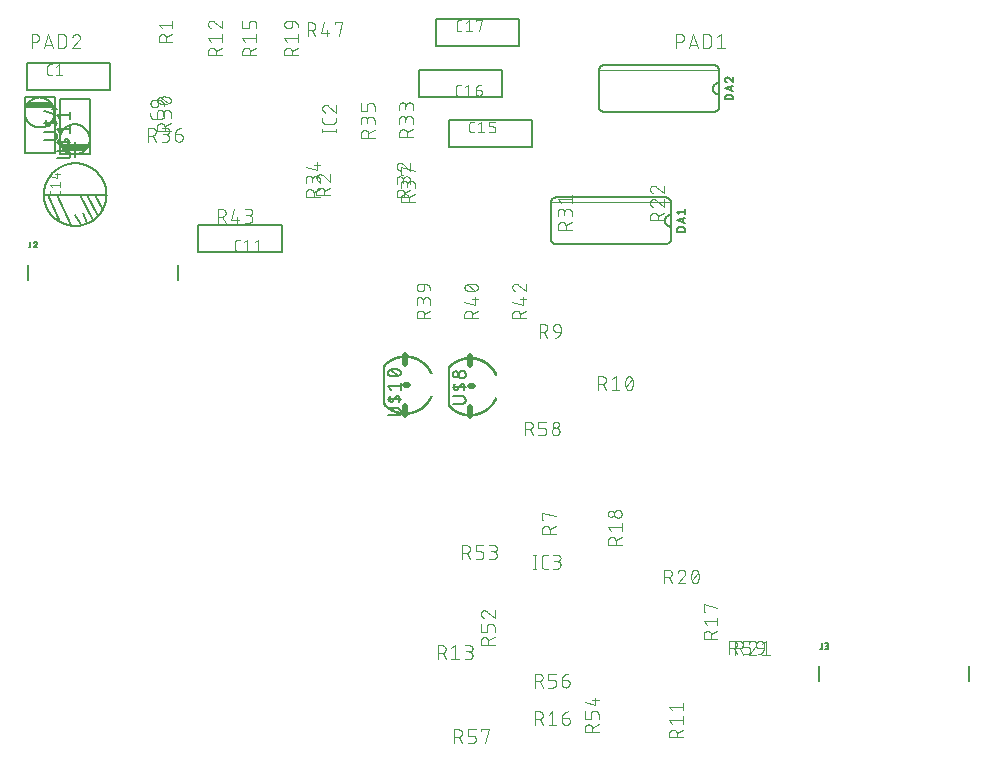
<source format=gbr>
G04 EAGLE Gerber X2 export*
%TF.Part,Single*%
%TF.FileFunction,Legend,Top,1*%
%TF.FilePolarity,Positive*%
%TF.GenerationSoftware,Autodesk,EAGLE,9.2.2*%
%TF.CreationDate,2019-03-16T21:24:14Z*%
G75*
%MOMM*%
%FSLAX34Y34*%
%LPD*%
%INSilkscreen Top*%
%AMOC8*
5,1,8,0,0,1.08239X$1,22.5*%
G01*
%ADD10C,0.127000*%
%ADD11C,0.101600*%
%ADD12C,0.152400*%
%ADD13C,0.050800*%
%ADD14C,0.015238*%
%ADD15C,0.508000*%
%ADD16C,0.203200*%
%ADD17C,0.254000*%


D10*
X232287Y457007D02*
X161487Y457007D01*
X161487Y479867D01*
X232287Y479867D01*
X232287Y457007D01*
D11*
X196951Y458015D02*
X194919Y458015D01*
X194830Y458017D01*
X194742Y458023D01*
X194654Y458032D01*
X194566Y458046D01*
X194479Y458063D01*
X194393Y458084D01*
X194308Y458109D01*
X194224Y458138D01*
X194141Y458170D01*
X194060Y458205D01*
X193981Y458245D01*
X193903Y458287D01*
X193827Y458333D01*
X193753Y458382D01*
X193682Y458435D01*
X193613Y458490D01*
X193546Y458549D01*
X193482Y458610D01*
X193421Y458674D01*
X193362Y458741D01*
X193307Y458810D01*
X193254Y458881D01*
X193205Y458955D01*
X193159Y459031D01*
X193117Y459109D01*
X193077Y459188D01*
X193042Y459269D01*
X193010Y459352D01*
X192981Y459436D01*
X192956Y459521D01*
X192935Y459607D01*
X192918Y459694D01*
X192904Y459782D01*
X192895Y459870D01*
X192889Y459958D01*
X192887Y460047D01*
X192887Y465127D01*
X192889Y465216D01*
X192895Y465304D01*
X192904Y465392D01*
X192918Y465480D01*
X192935Y465567D01*
X192956Y465653D01*
X192981Y465738D01*
X193010Y465822D01*
X193042Y465905D01*
X193077Y465986D01*
X193117Y466065D01*
X193159Y466143D01*
X193205Y466219D01*
X193254Y466293D01*
X193307Y466364D01*
X193362Y466433D01*
X193421Y466500D01*
X193482Y466564D01*
X193546Y466625D01*
X193613Y466684D01*
X193682Y466739D01*
X193753Y466792D01*
X193827Y466841D01*
X193903Y466887D01*
X193981Y466929D01*
X194060Y466969D01*
X194141Y467004D01*
X194224Y467036D01*
X194308Y467065D01*
X194393Y467090D01*
X194479Y467111D01*
X194566Y467128D01*
X194654Y467142D01*
X194742Y467151D01*
X194830Y467157D01*
X194919Y467159D01*
X196951Y467159D01*
X200537Y465127D02*
X203077Y467159D01*
X203077Y458015D01*
X200537Y458015D02*
X205617Y458015D01*
X209681Y465127D02*
X212221Y467159D01*
X212221Y458015D01*
X209681Y458015D02*
X214761Y458015D01*
D10*
X30895Y505723D02*
X30903Y506373D01*
X30927Y507023D01*
X30967Y507672D01*
X31023Y508320D01*
X31094Y508967D01*
X31182Y509611D01*
X31285Y510253D01*
X31404Y510893D01*
X31539Y511529D01*
X31689Y512162D01*
X31855Y512791D01*
X32036Y513416D01*
X32233Y514036D01*
X32444Y514651D01*
X32671Y515260D01*
X32912Y515864D01*
X33168Y516462D01*
X33439Y517053D01*
X33725Y517638D01*
X34024Y518215D01*
X34338Y518785D01*
X34665Y519347D01*
X35006Y519900D01*
X35361Y520446D01*
X35729Y520982D01*
X36110Y521509D01*
X36504Y522027D01*
X36910Y522534D01*
X37329Y523032D01*
X37760Y523519D01*
X38202Y523996D01*
X38657Y524461D01*
X39122Y524916D01*
X39599Y525358D01*
X40086Y525789D01*
X40584Y526208D01*
X41091Y526614D01*
X41609Y527008D01*
X42136Y527389D01*
X42672Y527757D01*
X43218Y528112D01*
X43771Y528453D01*
X44333Y528780D01*
X44903Y529094D01*
X45480Y529393D01*
X46065Y529679D01*
X46656Y529950D01*
X47254Y530206D01*
X47858Y530447D01*
X48467Y530674D01*
X49082Y530885D01*
X49702Y531082D01*
X50327Y531263D01*
X50956Y531429D01*
X51589Y531579D01*
X52225Y531714D01*
X52865Y531833D01*
X53507Y531936D01*
X54151Y532024D01*
X54798Y532095D01*
X55446Y532151D01*
X56095Y532191D01*
X56745Y532215D01*
X57395Y532223D01*
X58045Y532215D01*
X58695Y532191D01*
X59344Y532151D01*
X59992Y532095D01*
X60639Y532024D01*
X61283Y531936D01*
X61925Y531833D01*
X62565Y531714D01*
X63201Y531579D01*
X63834Y531429D01*
X64463Y531263D01*
X65088Y531082D01*
X65708Y530885D01*
X66323Y530674D01*
X66932Y530447D01*
X67536Y530206D01*
X68134Y529950D01*
X68725Y529679D01*
X69310Y529393D01*
X69887Y529094D01*
X70457Y528780D01*
X71019Y528453D01*
X71572Y528112D01*
X72118Y527757D01*
X72654Y527389D01*
X73181Y527008D01*
X73699Y526614D01*
X74206Y526208D01*
X74704Y525789D01*
X75191Y525358D01*
X75668Y524916D01*
X76133Y524461D01*
X76588Y523996D01*
X77030Y523519D01*
X77461Y523032D01*
X77880Y522534D01*
X78286Y522027D01*
X78680Y521509D01*
X79061Y520982D01*
X79429Y520446D01*
X79784Y519900D01*
X80125Y519347D01*
X80452Y518785D01*
X80766Y518215D01*
X81065Y517638D01*
X81351Y517053D01*
X81622Y516462D01*
X81878Y515864D01*
X82119Y515260D01*
X82346Y514651D01*
X82557Y514036D01*
X82754Y513416D01*
X82935Y512791D01*
X83101Y512162D01*
X83251Y511529D01*
X83386Y510893D01*
X83505Y510253D01*
X83608Y509611D01*
X83696Y508967D01*
X83767Y508320D01*
X83823Y507672D01*
X83863Y507023D01*
X83887Y506373D01*
X83895Y505723D01*
X83887Y505073D01*
X83863Y504423D01*
X83823Y503774D01*
X83767Y503126D01*
X83696Y502479D01*
X83608Y501835D01*
X83505Y501193D01*
X83386Y500553D01*
X83251Y499917D01*
X83101Y499284D01*
X82935Y498655D01*
X82754Y498030D01*
X82557Y497410D01*
X82346Y496795D01*
X82119Y496186D01*
X81878Y495582D01*
X81622Y494984D01*
X81351Y494393D01*
X81065Y493808D01*
X80766Y493231D01*
X80452Y492661D01*
X80125Y492099D01*
X79784Y491546D01*
X79429Y491000D01*
X79061Y490464D01*
X78680Y489937D01*
X78286Y489419D01*
X77880Y488912D01*
X77461Y488414D01*
X77030Y487927D01*
X76588Y487450D01*
X76133Y486985D01*
X75668Y486530D01*
X75191Y486088D01*
X74704Y485657D01*
X74206Y485238D01*
X73699Y484832D01*
X73181Y484438D01*
X72654Y484057D01*
X72118Y483689D01*
X71572Y483334D01*
X71019Y482993D01*
X70457Y482666D01*
X69887Y482352D01*
X69310Y482053D01*
X68725Y481767D01*
X68134Y481496D01*
X67536Y481240D01*
X66932Y480999D01*
X66323Y480772D01*
X65708Y480561D01*
X65088Y480364D01*
X64463Y480183D01*
X63834Y480017D01*
X63201Y479867D01*
X62565Y479732D01*
X61925Y479613D01*
X61283Y479510D01*
X60639Y479422D01*
X59992Y479351D01*
X59344Y479295D01*
X58695Y479255D01*
X58045Y479231D01*
X57395Y479223D01*
X56745Y479231D01*
X56095Y479255D01*
X55446Y479295D01*
X54798Y479351D01*
X54151Y479422D01*
X53507Y479510D01*
X52865Y479613D01*
X52225Y479732D01*
X51589Y479867D01*
X50956Y480017D01*
X50327Y480183D01*
X49702Y480364D01*
X49082Y480561D01*
X48467Y480772D01*
X47858Y480999D01*
X47254Y481240D01*
X46656Y481496D01*
X46065Y481767D01*
X45480Y482053D01*
X44903Y482352D01*
X44333Y482666D01*
X43771Y482993D01*
X43218Y483334D01*
X42672Y483689D01*
X42136Y484057D01*
X41609Y484438D01*
X41091Y484832D01*
X40584Y485238D01*
X40086Y485657D01*
X39599Y486088D01*
X39122Y486530D01*
X38657Y486985D01*
X38202Y487450D01*
X37760Y487927D01*
X37329Y488414D01*
X36910Y488912D01*
X36504Y489419D01*
X36110Y489937D01*
X35729Y490464D01*
X35361Y491000D01*
X35006Y491546D01*
X34665Y492099D01*
X34338Y492661D01*
X34024Y493231D01*
X33725Y493808D01*
X33439Y494393D01*
X33168Y494984D01*
X32912Y495582D01*
X32671Y496186D01*
X32444Y496795D01*
X32233Y497410D01*
X32036Y498030D01*
X31855Y498655D01*
X31689Y499284D01*
X31539Y499917D01*
X31404Y500553D01*
X31285Y501193D01*
X31182Y501835D01*
X31094Y502479D01*
X31023Y503126D01*
X30967Y503774D01*
X30927Y504423D01*
X30903Y505073D01*
X30895Y505723D01*
X57395Y543823D02*
X57395Y550173D01*
X57395Y543823D02*
X57395Y537473D01*
X57395Y543823D02*
X63745Y543823D01*
X57395Y543823D02*
X51045Y543823D01*
X73905Y505723D02*
X84065Y505723D01*
X73905Y505723D02*
X67555Y505723D01*
X61205Y505723D01*
X42155Y505723D01*
X34535Y505723D01*
X30725Y505723D01*
X34535Y505723D02*
X44695Y482863D01*
X53585Y480323D02*
X42155Y505723D01*
X63745Y489848D02*
X67555Y481593D01*
X72635Y484133D02*
X61205Y505723D01*
X67555Y505723D02*
X77080Y487943D01*
X80890Y493023D02*
X73905Y505723D01*
X57395Y488223D02*
X61205Y481593D01*
D11*
X44187Y506944D02*
X44187Y508693D01*
X44187Y506944D02*
X44185Y506863D01*
X44180Y506783D01*
X44170Y506702D01*
X44157Y506622D01*
X44141Y506543D01*
X44120Y506465D01*
X44096Y506388D01*
X44069Y506312D01*
X44038Y506237D01*
X44004Y506164D01*
X43966Y506092D01*
X43925Y506023D01*
X43881Y505955D01*
X43834Y505889D01*
X43783Y505826D01*
X43730Y505765D01*
X43674Y505707D01*
X43616Y505651D01*
X43555Y505598D01*
X43492Y505547D01*
X43426Y505500D01*
X43358Y505456D01*
X43289Y505415D01*
X43217Y505377D01*
X43144Y505343D01*
X43069Y505312D01*
X42993Y505285D01*
X42916Y505261D01*
X42838Y505240D01*
X42759Y505224D01*
X42679Y505211D01*
X42598Y505201D01*
X42518Y505196D01*
X42437Y505194D01*
X38063Y505194D01*
X37980Y505196D01*
X37897Y505202D01*
X37814Y505212D01*
X37732Y505226D01*
X37650Y505243D01*
X37570Y505265D01*
X37491Y505290D01*
X37413Y505319D01*
X37336Y505352D01*
X37261Y505389D01*
X37188Y505428D01*
X37117Y505472D01*
X37048Y505518D01*
X36981Y505568D01*
X36917Y505621D01*
X36855Y505677D01*
X36796Y505736D01*
X36740Y505798D01*
X36687Y505862D01*
X36638Y505929D01*
X36591Y505998D01*
X36547Y506069D01*
X36508Y506142D01*
X36471Y506217D01*
X36438Y506294D01*
X36409Y506372D01*
X36384Y506451D01*
X36362Y506531D01*
X36345Y506613D01*
X36331Y506695D01*
X36321Y506778D01*
X36315Y506861D01*
X36313Y506944D01*
X36313Y508693D01*
X38063Y511890D02*
X36313Y514077D01*
X44187Y514077D01*
X44187Y511890D02*
X44187Y516264D01*
X42437Y519891D02*
X36313Y521640D01*
X42437Y519891D02*
X42437Y524265D01*
X40688Y522953D02*
X44187Y522953D01*
D10*
X373699Y568440D02*
X444499Y568440D01*
X444499Y545580D01*
X373699Y545580D01*
X373699Y568440D01*
D11*
X393256Y558288D02*
X395288Y558288D01*
X393256Y558288D02*
X393167Y558290D01*
X393079Y558296D01*
X392991Y558305D01*
X392903Y558319D01*
X392816Y558336D01*
X392730Y558357D01*
X392645Y558382D01*
X392561Y558411D01*
X392478Y558443D01*
X392397Y558478D01*
X392318Y558518D01*
X392240Y558560D01*
X392164Y558606D01*
X392090Y558655D01*
X392019Y558708D01*
X391950Y558763D01*
X391883Y558822D01*
X391819Y558883D01*
X391758Y558947D01*
X391699Y559014D01*
X391644Y559083D01*
X391591Y559154D01*
X391542Y559228D01*
X391496Y559304D01*
X391454Y559382D01*
X391414Y559461D01*
X391379Y559542D01*
X391347Y559625D01*
X391318Y559709D01*
X391293Y559794D01*
X391272Y559880D01*
X391255Y559967D01*
X391241Y560055D01*
X391232Y560143D01*
X391226Y560231D01*
X391224Y560320D01*
X391224Y565400D01*
X391226Y565489D01*
X391232Y565577D01*
X391241Y565665D01*
X391255Y565753D01*
X391272Y565840D01*
X391293Y565926D01*
X391318Y566011D01*
X391347Y566095D01*
X391379Y566178D01*
X391414Y566259D01*
X391454Y566338D01*
X391496Y566416D01*
X391542Y566492D01*
X391591Y566566D01*
X391644Y566637D01*
X391699Y566706D01*
X391758Y566773D01*
X391819Y566837D01*
X391883Y566898D01*
X391950Y566957D01*
X392019Y567012D01*
X392090Y567065D01*
X392164Y567114D01*
X392240Y567160D01*
X392318Y567202D01*
X392397Y567242D01*
X392478Y567277D01*
X392561Y567309D01*
X392645Y567338D01*
X392730Y567363D01*
X392816Y567384D01*
X392903Y567401D01*
X392991Y567415D01*
X393079Y567424D01*
X393167Y567430D01*
X393256Y567432D01*
X395288Y567432D01*
X398874Y565400D02*
X401414Y567432D01*
X401414Y558288D01*
X398874Y558288D02*
X403954Y558288D01*
X408018Y558288D02*
X411066Y558288D01*
X411155Y558290D01*
X411243Y558296D01*
X411331Y558305D01*
X411419Y558319D01*
X411506Y558336D01*
X411592Y558357D01*
X411677Y558382D01*
X411761Y558411D01*
X411844Y558443D01*
X411925Y558478D01*
X412004Y558518D01*
X412082Y558560D01*
X412158Y558606D01*
X412232Y558655D01*
X412303Y558708D01*
X412372Y558763D01*
X412439Y558822D01*
X412503Y558883D01*
X412564Y558947D01*
X412623Y559014D01*
X412678Y559083D01*
X412731Y559154D01*
X412780Y559228D01*
X412826Y559304D01*
X412868Y559382D01*
X412908Y559461D01*
X412943Y559542D01*
X412975Y559625D01*
X413004Y559709D01*
X413029Y559794D01*
X413050Y559880D01*
X413067Y559967D01*
X413081Y560055D01*
X413090Y560143D01*
X413096Y560231D01*
X413098Y560320D01*
X413098Y561336D01*
X413096Y561425D01*
X413090Y561513D01*
X413081Y561601D01*
X413067Y561689D01*
X413050Y561776D01*
X413029Y561862D01*
X413004Y561947D01*
X412975Y562031D01*
X412943Y562114D01*
X412908Y562195D01*
X412868Y562274D01*
X412826Y562352D01*
X412780Y562428D01*
X412731Y562502D01*
X412678Y562573D01*
X412623Y562642D01*
X412564Y562709D01*
X412503Y562773D01*
X412439Y562834D01*
X412372Y562893D01*
X412303Y562948D01*
X412232Y563001D01*
X412158Y563050D01*
X412082Y563096D01*
X412004Y563138D01*
X411925Y563178D01*
X411844Y563213D01*
X411761Y563245D01*
X411677Y563274D01*
X411592Y563299D01*
X411506Y563320D01*
X411419Y563337D01*
X411331Y563351D01*
X411243Y563360D01*
X411155Y563366D01*
X411066Y563368D01*
X408018Y563368D01*
X408018Y567432D01*
X413098Y567432D01*
D10*
X419205Y588340D02*
X348405Y588340D01*
X348405Y611200D01*
X419205Y611200D01*
X419205Y588340D01*
D11*
X383870Y589348D02*
X381838Y589348D01*
X381749Y589350D01*
X381661Y589356D01*
X381573Y589365D01*
X381485Y589379D01*
X381398Y589396D01*
X381312Y589417D01*
X381227Y589442D01*
X381143Y589471D01*
X381060Y589503D01*
X380979Y589538D01*
X380900Y589578D01*
X380822Y589620D01*
X380746Y589666D01*
X380672Y589715D01*
X380601Y589768D01*
X380532Y589823D01*
X380465Y589882D01*
X380401Y589943D01*
X380340Y590007D01*
X380281Y590074D01*
X380226Y590143D01*
X380173Y590214D01*
X380124Y590288D01*
X380078Y590364D01*
X380036Y590442D01*
X379996Y590521D01*
X379961Y590602D01*
X379929Y590685D01*
X379900Y590769D01*
X379875Y590854D01*
X379854Y590940D01*
X379837Y591027D01*
X379823Y591115D01*
X379814Y591203D01*
X379808Y591291D01*
X379806Y591380D01*
X379806Y596460D01*
X379808Y596549D01*
X379814Y596637D01*
X379823Y596725D01*
X379837Y596813D01*
X379854Y596900D01*
X379875Y596986D01*
X379900Y597071D01*
X379929Y597155D01*
X379961Y597238D01*
X379996Y597319D01*
X380036Y597398D01*
X380078Y597476D01*
X380124Y597552D01*
X380173Y597626D01*
X380226Y597697D01*
X380281Y597766D01*
X380340Y597833D01*
X380401Y597897D01*
X380465Y597958D01*
X380532Y598017D01*
X380601Y598072D01*
X380672Y598125D01*
X380746Y598174D01*
X380822Y598220D01*
X380900Y598262D01*
X380979Y598302D01*
X381060Y598337D01*
X381143Y598369D01*
X381227Y598398D01*
X381312Y598423D01*
X381398Y598444D01*
X381485Y598461D01*
X381573Y598475D01*
X381661Y598484D01*
X381749Y598490D01*
X381838Y598492D01*
X383870Y598492D01*
X387456Y596460D02*
X389996Y598492D01*
X389996Y589348D01*
X387456Y589348D02*
X392536Y589348D01*
X396600Y594428D02*
X399648Y594428D01*
X399737Y594426D01*
X399825Y594420D01*
X399913Y594411D01*
X400001Y594397D01*
X400088Y594380D01*
X400174Y594359D01*
X400259Y594334D01*
X400343Y594305D01*
X400426Y594273D01*
X400507Y594238D01*
X400586Y594198D01*
X400664Y594156D01*
X400740Y594110D01*
X400814Y594061D01*
X400885Y594008D01*
X400954Y593953D01*
X401021Y593894D01*
X401085Y593833D01*
X401146Y593769D01*
X401205Y593702D01*
X401260Y593633D01*
X401313Y593562D01*
X401362Y593488D01*
X401408Y593412D01*
X401450Y593334D01*
X401490Y593255D01*
X401525Y593174D01*
X401557Y593091D01*
X401586Y593007D01*
X401611Y592922D01*
X401632Y592836D01*
X401649Y592749D01*
X401663Y592661D01*
X401672Y592573D01*
X401678Y592485D01*
X401680Y592396D01*
X401680Y591888D01*
X401678Y591788D01*
X401672Y591689D01*
X401662Y591589D01*
X401649Y591491D01*
X401631Y591392D01*
X401610Y591295D01*
X401585Y591199D01*
X401556Y591103D01*
X401523Y591009D01*
X401487Y590916D01*
X401447Y590825D01*
X401403Y590735D01*
X401356Y590647D01*
X401306Y590561D01*
X401252Y590477D01*
X401195Y590395D01*
X401135Y590316D01*
X401071Y590238D01*
X401005Y590164D01*
X400936Y590092D01*
X400864Y590023D01*
X400790Y589957D01*
X400712Y589893D01*
X400633Y589833D01*
X400551Y589776D01*
X400467Y589722D01*
X400381Y589672D01*
X400293Y589625D01*
X400203Y589581D01*
X400112Y589541D01*
X400019Y589505D01*
X399925Y589472D01*
X399829Y589443D01*
X399733Y589418D01*
X399636Y589397D01*
X399537Y589379D01*
X399439Y589366D01*
X399339Y589356D01*
X399240Y589350D01*
X399140Y589348D01*
X399040Y589350D01*
X398941Y589356D01*
X398841Y589366D01*
X398743Y589379D01*
X398644Y589397D01*
X398547Y589418D01*
X398451Y589443D01*
X398355Y589472D01*
X398261Y589505D01*
X398168Y589541D01*
X398077Y589581D01*
X397987Y589625D01*
X397899Y589672D01*
X397813Y589722D01*
X397729Y589776D01*
X397647Y589833D01*
X397568Y589893D01*
X397490Y589957D01*
X397416Y590023D01*
X397344Y590092D01*
X397275Y590164D01*
X397209Y590238D01*
X397145Y590316D01*
X397085Y590395D01*
X397028Y590477D01*
X396974Y590561D01*
X396924Y590647D01*
X396877Y590735D01*
X396833Y590825D01*
X396793Y590916D01*
X396757Y591009D01*
X396724Y591103D01*
X396695Y591199D01*
X396670Y591295D01*
X396649Y591392D01*
X396631Y591491D01*
X396618Y591589D01*
X396608Y591689D01*
X396602Y591788D01*
X396600Y591888D01*
X396600Y594428D01*
X396602Y594553D01*
X396608Y594678D01*
X396617Y594803D01*
X396631Y594927D01*
X396648Y595051D01*
X396669Y595175D01*
X396694Y595297D01*
X396723Y595419D01*
X396755Y595540D01*
X396791Y595660D01*
X396831Y595779D01*
X396874Y595896D01*
X396921Y596012D01*
X396972Y596127D01*
X397026Y596239D01*
X397084Y596351D01*
X397144Y596460D01*
X397209Y596567D01*
X397276Y596673D01*
X397347Y596776D01*
X397421Y596877D01*
X397498Y596976D01*
X397578Y597072D01*
X397661Y597166D01*
X397746Y597257D01*
X397835Y597346D01*
X397926Y597431D01*
X398020Y597514D01*
X398116Y597594D01*
X398215Y597671D01*
X398316Y597745D01*
X398419Y597816D01*
X398525Y597883D01*
X398632Y597948D01*
X398741Y598008D01*
X398853Y598066D01*
X398965Y598120D01*
X399080Y598171D01*
X399196Y598218D01*
X399313Y598261D01*
X399432Y598301D01*
X399552Y598337D01*
X399673Y598369D01*
X399795Y598398D01*
X399917Y598423D01*
X400041Y598444D01*
X400165Y598461D01*
X400289Y598475D01*
X400414Y598484D01*
X400539Y598490D01*
X400664Y598492D01*
D10*
X433562Y654299D02*
X362762Y654299D01*
X433562Y654299D02*
X433562Y631439D01*
X362762Y631439D01*
X362762Y654299D01*
D11*
X382319Y644147D02*
X384351Y644147D01*
X382319Y644147D02*
X382230Y644149D01*
X382142Y644155D01*
X382054Y644164D01*
X381966Y644178D01*
X381879Y644195D01*
X381793Y644216D01*
X381708Y644241D01*
X381624Y644270D01*
X381541Y644302D01*
X381460Y644337D01*
X381381Y644377D01*
X381303Y644419D01*
X381227Y644465D01*
X381153Y644514D01*
X381082Y644567D01*
X381013Y644622D01*
X380946Y644681D01*
X380882Y644742D01*
X380821Y644806D01*
X380762Y644873D01*
X380707Y644942D01*
X380654Y645013D01*
X380605Y645087D01*
X380559Y645163D01*
X380517Y645241D01*
X380477Y645320D01*
X380442Y645401D01*
X380410Y645484D01*
X380381Y645568D01*
X380356Y645653D01*
X380335Y645739D01*
X380318Y645826D01*
X380304Y645914D01*
X380295Y646002D01*
X380289Y646090D01*
X380287Y646179D01*
X380287Y651259D01*
X380289Y651348D01*
X380295Y651436D01*
X380304Y651524D01*
X380318Y651612D01*
X380335Y651699D01*
X380356Y651785D01*
X380381Y651870D01*
X380410Y651954D01*
X380442Y652037D01*
X380477Y652118D01*
X380517Y652197D01*
X380559Y652275D01*
X380605Y652351D01*
X380654Y652425D01*
X380707Y652496D01*
X380762Y652565D01*
X380821Y652632D01*
X380882Y652696D01*
X380946Y652757D01*
X381013Y652816D01*
X381082Y652871D01*
X381153Y652924D01*
X381227Y652973D01*
X381303Y653019D01*
X381381Y653061D01*
X381460Y653101D01*
X381541Y653136D01*
X381624Y653168D01*
X381708Y653197D01*
X381793Y653222D01*
X381879Y653243D01*
X381966Y653260D01*
X382054Y653274D01*
X382142Y653283D01*
X382230Y653289D01*
X382319Y653291D01*
X384351Y653291D01*
X387937Y651259D02*
X390477Y653291D01*
X390477Y644147D01*
X387937Y644147D02*
X393017Y644147D01*
X397081Y652275D02*
X397081Y653291D01*
X402161Y653291D01*
X399621Y644147D01*
X132809Y575113D02*
X132809Y572516D01*
X132807Y572417D01*
X132801Y572317D01*
X132792Y572218D01*
X132779Y572120D01*
X132762Y572022D01*
X132741Y571924D01*
X132716Y571828D01*
X132688Y571733D01*
X132656Y571639D01*
X132621Y571546D01*
X132582Y571454D01*
X132539Y571364D01*
X132494Y571276D01*
X132444Y571189D01*
X132392Y571105D01*
X132336Y571022D01*
X132278Y570942D01*
X132216Y570864D01*
X132151Y570789D01*
X132083Y570716D01*
X132013Y570646D01*
X131940Y570578D01*
X131865Y570513D01*
X131787Y570451D01*
X131707Y570393D01*
X131624Y570337D01*
X131540Y570285D01*
X131453Y570235D01*
X131365Y570190D01*
X131275Y570147D01*
X131183Y570108D01*
X131090Y570073D01*
X130996Y570041D01*
X130901Y570013D01*
X130805Y569988D01*
X130707Y569967D01*
X130609Y569950D01*
X130511Y569937D01*
X130412Y569928D01*
X130312Y569922D01*
X130213Y569920D01*
X123722Y569920D01*
X123722Y569919D02*
X123623Y569921D01*
X123523Y569927D01*
X123424Y569936D01*
X123326Y569949D01*
X123228Y569967D01*
X123130Y569987D01*
X123034Y570012D01*
X122938Y570040D01*
X122844Y570072D01*
X122751Y570107D01*
X122660Y570146D01*
X122570Y570189D01*
X122481Y570234D01*
X122395Y570284D01*
X122310Y570336D01*
X122228Y570392D01*
X122148Y570451D01*
X122070Y570512D01*
X121994Y570577D01*
X121921Y570645D01*
X121851Y570715D01*
X121783Y570788D01*
X121718Y570864D01*
X121657Y570942D01*
X121598Y571022D01*
X121542Y571104D01*
X121490Y571189D01*
X121441Y571275D01*
X121395Y571364D01*
X121352Y571454D01*
X121313Y571545D01*
X121278Y571638D01*
X121246Y571732D01*
X121218Y571828D01*
X121193Y571924D01*
X121173Y572022D01*
X121155Y572120D01*
X121142Y572218D01*
X121133Y572317D01*
X121127Y572416D01*
X121125Y572516D01*
X121125Y575113D01*
X127617Y582074D02*
X127617Y585969D01*
X127616Y582074D02*
X127614Y581975D01*
X127608Y581875D01*
X127599Y581776D01*
X127586Y581678D01*
X127569Y581580D01*
X127548Y581482D01*
X127523Y581386D01*
X127495Y581291D01*
X127463Y581197D01*
X127428Y581104D01*
X127389Y581012D01*
X127346Y580922D01*
X127301Y580834D01*
X127251Y580747D01*
X127199Y580663D01*
X127143Y580580D01*
X127085Y580500D01*
X127023Y580422D01*
X126958Y580347D01*
X126890Y580274D01*
X126820Y580204D01*
X126747Y580136D01*
X126672Y580071D01*
X126594Y580009D01*
X126514Y579951D01*
X126431Y579895D01*
X126347Y579843D01*
X126260Y579793D01*
X126172Y579748D01*
X126082Y579705D01*
X125990Y579666D01*
X125897Y579631D01*
X125803Y579599D01*
X125708Y579571D01*
X125612Y579546D01*
X125514Y579525D01*
X125416Y579508D01*
X125318Y579495D01*
X125219Y579486D01*
X125119Y579480D01*
X125020Y579478D01*
X124371Y579478D01*
X124258Y579480D01*
X124145Y579486D01*
X124032Y579496D01*
X123919Y579510D01*
X123807Y579527D01*
X123696Y579549D01*
X123586Y579574D01*
X123476Y579604D01*
X123368Y579637D01*
X123261Y579674D01*
X123155Y579714D01*
X123051Y579759D01*
X122948Y579807D01*
X122847Y579858D01*
X122748Y579913D01*
X122651Y579971D01*
X122556Y580033D01*
X122463Y580098D01*
X122373Y580166D01*
X122285Y580237D01*
X122199Y580312D01*
X122116Y580389D01*
X122036Y580469D01*
X121959Y580552D01*
X121884Y580638D01*
X121813Y580726D01*
X121745Y580816D01*
X121680Y580909D01*
X121618Y581004D01*
X121560Y581101D01*
X121505Y581200D01*
X121454Y581301D01*
X121406Y581404D01*
X121361Y581508D01*
X121321Y581614D01*
X121284Y581721D01*
X121251Y581829D01*
X121221Y581939D01*
X121196Y582049D01*
X121174Y582160D01*
X121157Y582272D01*
X121143Y582385D01*
X121133Y582498D01*
X121127Y582611D01*
X121125Y582724D01*
X121127Y582837D01*
X121133Y582950D01*
X121143Y583063D01*
X121157Y583176D01*
X121174Y583288D01*
X121196Y583399D01*
X121221Y583509D01*
X121251Y583619D01*
X121284Y583727D01*
X121321Y583834D01*
X121361Y583940D01*
X121406Y584044D01*
X121454Y584147D01*
X121505Y584248D01*
X121560Y584347D01*
X121618Y584444D01*
X121680Y584539D01*
X121745Y584632D01*
X121813Y584722D01*
X121884Y584810D01*
X121959Y584896D01*
X122036Y584979D01*
X122116Y585059D01*
X122199Y585136D01*
X122285Y585211D01*
X122373Y585282D01*
X122463Y585350D01*
X122556Y585415D01*
X122651Y585477D01*
X122748Y585535D01*
X122847Y585590D01*
X122948Y585641D01*
X123051Y585689D01*
X123155Y585734D01*
X123261Y585774D01*
X123368Y585811D01*
X123476Y585844D01*
X123586Y585874D01*
X123696Y585899D01*
X123807Y585921D01*
X123919Y585938D01*
X124032Y585952D01*
X124145Y585962D01*
X124258Y585968D01*
X124371Y585970D01*
X124371Y585969D02*
X127617Y585969D01*
X127760Y585967D01*
X127903Y585961D01*
X128046Y585951D01*
X128188Y585937D01*
X128330Y585920D01*
X128472Y585898D01*
X128613Y585873D01*
X128753Y585843D01*
X128892Y585810D01*
X129030Y585773D01*
X129167Y585732D01*
X129303Y585688D01*
X129438Y585639D01*
X129571Y585587D01*
X129703Y585532D01*
X129833Y585472D01*
X129962Y585409D01*
X130089Y585343D01*
X130214Y585273D01*
X130336Y585200D01*
X130457Y585123D01*
X130576Y585043D01*
X130692Y584960D01*
X130807Y584874D01*
X130918Y584785D01*
X131028Y584692D01*
X131134Y584597D01*
X131238Y584498D01*
X131339Y584397D01*
X131438Y584293D01*
X131533Y584187D01*
X131626Y584077D01*
X131715Y583966D01*
X131801Y583851D01*
X131884Y583735D01*
X131964Y583616D01*
X132041Y583495D01*
X132114Y583373D01*
X132184Y583248D01*
X132250Y583121D01*
X132313Y582992D01*
X132373Y582862D01*
X132428Y582730D01*
X132480Y582597D01*
X132529Y582462D01*
X132573Y582326D01*
X132614Y582189D01*
X132651Y582051D01*
X132684Y581912D01*
X132714Y581772D01*
X132739Y581631D01*
X132761Y581489D01*
X132778Y581347D01*
X132792Y581205D01*
X132802Y581062D01*
X132808Y580919D01*
X132810Y580776D01*
D12*
X464061Y464166D02*
X558041Y464166D01*
X464061Y503282D02*
X463939Y503280D01*
X463817Y503274D01*
X463695Y503264D01*
X463574Y503251D01*
X463453Y503233D01*
X463333Y503212D01*
X463213Y503186D01*
X463095Y503157D01*
X462977Y503125D01*
X462860Y503088D01*
X462745Y503048D01*
X462631Y503004D01*
X462519Y502956D01*
X462408Y502905D01*
X462299Y502850D01*
X462191Y502792D01*
X462086Y502730D01*
X461983Y502665D01*
X461881Y502597D01*
X461782Y502525D01*
X461686Y502451D01*
X461591Y502373D01*
X461500Y502292D01*
X461410Y502209D01*
X461324Y502123D01*
X461241Y502033D01*
X461160Y501942D01*
X461082Y501847D01*
X461008Y501751D01*
X460936Y501652D01*
X460868Y501550D01*
X460803Y501447D01*
X460741Y501342D01*
X460683Y501234D01*
X460628Y501125D01*
X460577Y501014D01*
X460529Y500902D01*
X460485Y500788D01*
X460445Y500673D01*
X460408Y500556D01*
X460376Y500438D01*
X460347Y500320D01*
X460321Y500200D01*
X460300Y500080D01*
X460282Y499959D01*
X460269Y499838D01*
X460259Y499716D01*
X460253Y499594D01*
X460251Y499472D01*
X558041Y464166D02*
X558163Y464168D01*
X558285Y464174D01*
X558407Y464184D01*
X558528Y464197D01*
X558649Y464215D01*
X558769Y464236D01*
X558889Y464262D01*
X559007Y464291D01*
X559125Y464323D01*
X559242Y464360D01*
X559357Y464400D01*
X559471Y464444D01*
X559583Y464492D01*
X559694Y464543D01*
X559803Y464598D01*
X559911Y464656D01*
X560016Y464718D01*
X560119Y464783D01*
X560221Y464851D01*
X560320Y464923D01*
X560416Y464997D01*
X560511Y465075D01*
X560602Y465156D01*
X560692Y465239D01*
X560778Y465325D01*
X560861Y465415D01*
X560942Y465506D01*
X561020Y465601D01*
X561094Y465697D01*
X561166Y465796D01*
X561234Y465898D01*
X561299Y466001D01*
X561361Y466106D01*
X561419Y466214D01*
X561474Y466323D01*
X561525Y466434D01*
X561573Y466546D01*
X561617Y466660D01*
X561657Y466775D01*
X561694Y466892D01*
X561726Y467010D01*
X561755Y467128D01*
X561781Y467248D01*
X561802Y467368D01*
X561820Y467489D01*
X561833Y467610D01*
X561843Y467732D01*
X561849Y467854D01*
X561851Y467976D01*
X464061Y464166D02*
X463939Y464168D01*
X463817Y464174D01*
X463695Y464184D01*
X463574Y464197D01*
X463453Y464215D01*
X463333Y464236D01*
X463213Y464262D01*
X463095Y464291D01*
X462977Y464323D01*
X462860Y464360D01*
X462745Y464400D01*
X462631Y464444D01*
X462519Y464492D01*
X462408Y464543D01*
X462299Y464598D01*
X462191Y464656D01*
X462086Y464718D01*
X461983Y464783D01*
X461881Y464851D01*
X461782Y464923D01*
X461686Y464997D01*
X461591Y465075D01*
X461500Y465156D01*
X461410Y465239D01*
X461324Y465325D01*
X461241Y465415D01*
X461160Y465506D01*
X461082Y465601D01*
X461008Y465697D01*
X460936Y465796D01*
X460868Y465898D01*
X460803Y466001D01*
X460741Y466106D01*
X460683Y466214D01*
X460628Y466323D01*
X460577Y466434D01*
X460529Y466546D01*
X460485Y466660D01*
X460445Y466775D01*
X460408Y466892D01*
X460376Y467010D01*
X460347Y467128D01*
X460321Y467248D01*
X460300Y467368D01*
X460282Y467489D01*
X460269Y467610D01*
X460259Y467732D01*
X460253Y467854D01*
X460251Y467976D01*
X558041Y503282D02*
X558163Y503280D01*
X558285Y503274D01*
X558407Y503264D01*
X558528Y503251D01*
X558649Y503233D01*
X558769Y503212D01*
X558889Y503186D01*
X559007Y503157D01*
X559125Y503125D01*
X559242Y503088D01*
X559357Y503048D01*
X559471Y503004D01*
X559583Y502956D01*
X559694Y502905D01*
X559803Y502850D01*
X559911Y502792D01*
X560016Y502730D01*
X560119Y502665D01*
X560221Y502597D01*
X560320Y502525D01*
X560416Y502451D01*
X560511Y502373D01*
X560602Y502292D01*
X560692Y502209D01*
X560778Y502123D01*
X560861Y502033D01*
X560942Y501942D01*
X561020Y501847D01*
X561094Y501751D01*
X561166Y501652D01*
X561234Y501550D01*
X561299Y501447D01*
X561361Y501342D01*
X561419Y501234D01*
X561474Y501125D01*
X561525Y501014D01*
X561573Y500902D01*
X561617Y500788D01*
X561657Y500673D01*
X561694Y500556D01*
X561726Y500438D01*
X561755Y500320D01*
X561781Y500200D01*
X561802Y500080D01*
X561820Y499959D01*
X561833Y499838D01*
X561843Y499716D01*
X561849Y499594D01*
X561851Y499472D01*
X558041Y503282D02*
X464061Y503282D01*
X460251Y499472D02*
X460251Y467976D01*
X561851Y467976D02*
X561851Y478644D01*
X561851Y488804D01*
X561851Y499472D01*
X561851Y488804D02*
X561710Y488802D01*
X561569Y488796D01*
X561428Y488786D01*
X561287Y488773D01*
X561147Y488755D01*
X561008Y488733D01*
X560869Y488708D01*
X560730Y488679D01*
X560593Y488646D01*
X560457Y488609D01*
X560322Y488568D01*
X560187Y488524D01*
X560055Y488476D01*
X559923Y488424D01*
X559793Y488369D01*
X559665Y488310D01*
X559538Y488247D01*
X559414Y488181D01*
X559291Y488112D01*
X559170Y488039D01*
X559051Y487963D01*
X558934Y487883D01*
X558820Y487800D01*
X558707Y487715D01*
X558598Y487626D01*
X558490Y487534D01*
X558386Y487439D01*
X558284Y487341D01*
X558185Y487240D01*
X558088Y487137D01*
X557995Y487031D01*
X557905Y486923D01*
X557817Y486812D01*
X557733Y486699D01*
X557652Y486583D01*
X557574Y486465D01*
X557499Y486345D01*
X557428Y486223D01*
X557360Y486099D01*
X557296Y485973D01*
X557235Y485846D01*
X557178Y485717D01*
X557125Y485586D01*
X557075Y485454D01*
X557028Y485321D01*
X556986Y485186D01*
X556947Y485050D01*
X556912Y484913D01*
X556881Y484776D01*
X556854Y484637D01*
X556830Y484498D01*
X556811Y484358D01*
X556795Y484218D01*
X556783Y484077D01*
X556775Y483936D01*
X556771Y483795D01*
X556771Y483653D01*
X556775Y483512D01*
X556783Y483371D01*
X556795Y483230D01*
X556811Y483090D01*
X556830Y482950D01*
X556854Y482811D01*
X556881Y482672D01*
X556912Y482535D01*
X556947Y482398D01*
X556986Y482262D01*
X557028Y482127D01*
X557075Y481994D01*
X557125Y481862D01*
X557178Y481731D01*
X557235Y481602D01*
X557296Y481475D01*
X557360Y481349D01*
X557428Y481225D01*
X557499Y481103D01*
X557574Y480983D01*
X557652Y480865D01*
X557733Y480749D01*
X557817Y480636D01*
X557905Y480525D01*
X557995Y480417D01*
X558088Y480311D01*
X558185Y480208D01*
X558284Y480107D01*
X558386Y480009D01*
X558490Y479914D01*
X558598Y479822D01*
X558707Y479733D01*
X558820Y479648D01*
X558934Y479565D01*
X559051Y479485D01*
X559170Y479409D01*
X559291Y479336D01*
X559414Y479267D01*
X559538Y479201D01*
X559665Y479138D01*
X559793Y479079D01*
X559923Y479024D01*
X560055Y478972D01*
X560187Y478924D01*
X560322Y478880D01*
X560457Y478839D01*
X560593Y478802D01*
X560730Y478769D01*
X560869Y478740D01*
X561008Y478715D01*
X561147Y478693D01*
X561287Y478675D01*
X561428Y478662D01*
X561569Y478652D01*
X561710Y478646D01*
X561851Y478644D01*
D13*
X561851Y499726D02*
X460251Y499726D01*
D10*
X567058Y474382D02*
X573916Y474382D01*
X567058Y474382D02*
X567058Y476287D01*
X567060Y476372D01*
X567066Y476458D01*
X567075Y476543D01*
X567089Y476627D01*
X567106Y476711D01*
X567127Y476794D01*
X567151Y476876D01*
X567179Y476956D01*
X567211Y477036D01*
X567247Y477114D01*
X567285Y477190D01*
X567328Y477264D01*
X567373Y477336D01*
X567422Y477407D01*
X567474Y477475D01*
X567528Y477540D01*
X567586Y477603D01*
X567647Y477664D01*
X567710Y477722D01*
X567775Y477776D01*
X567843Y477828D01*
X567914Y477877D01*
X567986Y477922D01*
X568060Y477965D01*
X568136Y478003D01*
X568214Y478039D01*
X568294Y478071D01*
X568374Y478099D01*
X568456Y478123D01*
X568539Y478144D01*
X568623Y478161D01*
X568707Y478175D01*
X568792Y478184D01*
X568878Y478190D01*
X568963Y478192D01*
X572011Y478192D01*
X572096Y478190D01*
X572182Y478184D01*
X572267Y478175D01*
X572351Y478161D01*
X572435Y478144D01*
X572518Y478123D01*
X572600Y478099D01*
X572680Y478071D01*
X572760Y478039D01*
X572838Y478003D01*
X572914Y477965D01*
X572988Y477922D01*
X573060Y477877D01*
X573131Y477828D01*
X573199Y477776D01*
X573264Y477722D01*
X573327Y477664D01*
X573388Y477603D01*
X573446Y477540D01*
X573500Y477475D01*
X573552Y477407D01*
X573601Y477336D01*
X573646Y477264D01*
X573689Y477190D01*
X573727Y477114D01*
X573763Y477036D01*
X573795Y476956D01*
X573823Y476876D01*
X573847Y476794D01*
X573868Y476711D01*
X573885Y476627D01*
X573899Y476543D01*
X573908Y476458D01*
X573914Y476372D01*
X573916Y476287D01*
X573916Y474382D01*
X573916Y481560D02*
X567058Y483846D01*
X573916Y486132D01*
X572201Y485561D02*
X572201Y482132D01*
X568582Y489256D02*
X567058Y491161D01*
X573916Y491161D01*
X573916Y489256D02*
X573916Y493066D01*
D12*
X598717Y576020D02*
X504737Y576020D01*
X500927Y611326D02*
X500929Y611448D01*
X500935Y611570D01*
X500945Y611692D01*
X500958Y611813D01*
X500976Y611934D01*
X500997Y612054D01*
X501023Y612174D01*
X501052Y612292D01*
X501084Y612410D01*
X501121Y612527D01*
X501161Y612642D01*
X501205Y612756D01*
X501253Y612868D01*
X501304Y612979D01*
X501359Y613088D01*
X501417Y613196D01*
X501479Y613301D01*
X501544Y613404D01*
X501612Y613506D01*
X501684Y613605D01*
X501758Y613701D01*
X501836Y613796D01*
X501917Y613887D01*
X502000Y613977D01*
X502086Y614063D01*
X502176Y614146D01*
X502267Y614227D01*
X502362Y614305D01*
X502458Y614379D01*
X502557Y614451D01*
X502659Y614519D01*
X502762Y614584D01*
X502867Y614646D01*
X502975Y614704D01*
X503084Y614759D01*
X503195Y614810D01*
X503307Y614858D01*
X503421Y614902D01*
X503536Y614942D01*
X503653Y614979D01*
X503771Y615011D01*
X503889Y615040D01*
X504009Y615066D01*
X504129Y615087D01*
X504250Y615105D01*
X504371Y615118D01*
X504493Y615128D01*
X504615Y615134D01*
X504737Y615136D01*
X598717Y576020D02*
X598839Y576022D01*
X598961Y576028D01*
X599083Y576038D01*
X599204Y576051D01*
X599325Y576069D01*
X599445Y576090D01*
X599565Y576116D01*
X599683Y576145D01*
X599801Y576177D01*
X599918Y576214D01*
X600033Y576254D01*
X600147Y576298D01*
X600259Y576346D01*
X600370Y576397D01*
X600479Y576452D01*
X600587Y576510D01*
X600692Y576572D01*
X600795Y576637D01*
X600897Y576705D01*
X600996Y576777D01*
X601092Y576851D01*
X601187Y576929D01*
X601278Y577010D01*
X601368Y577093D01*
X601454Y577179D01*
X601537Y577269D01*
X601618Y577360D01*
X601696Y577455D01*
X601770Y577551D01*
X601842Y577650D01*
X601910Y577752D01*
X601975Y577855D01*
X602037Y577960D01*
X602095Y578068D01*
X602150Y578177D01*
X602201Y578288D01*
X602249Y578400D01*
X602293Y578514D01*
X602333Y578629D01*
X602370Y578746D01*
X602402Y578864D01*
X602431Y578982D01*
X602457Y579102D01*
X602478Y579222D01*
X602496Y579343D01*
X602509Y579464D01*
X602519Y579586D01*
X602525Y579708D01*
X602527Y579830D01*
X504737Y576020D02*
X504615Y576022D01*
X504493Y576028D01*
X504371Y576038D01*
X504250Y576051D01*
X504129Y576069D01*
X504009Y576090D01*
X503889Y576116D01*
X503771Y576145D01*
X503653Y576177D01*
X503536Y576214D01*
X503421Y576254D01*
X503307Y576298D01*
X503195Y576346D01*
X503084Y576397D01*
X502975Y576452D01*
X502867Y576510D01*
X502762Y576572D01*
X502659Y576637D01*
X502557Y576705D01*
X502458Y576777D01*
X502362Y576851D01*
X502267Y576929D01*
X502176Y577010D01*
X502086Y577093D01*
X502000Y577179D01*
X501917Y577269D01*
X501836Y577360D01*
X501758Y577455D01*
X501684Y577551D01*
X501612Y577650D01*
X501544Y577752D01*
X501479Y577855D01*
X501417Y577960D01*
X501359Y578068D01*
X501304Y578177D01*
X501253Y578288D01*
X501205Y578400D01*
X501161Y578514D01*
X501121Y578629D01*
X501084Y578746D01*
X501052Y578864D01*
X501023Y578982D01*
X500997Y579102D01*
X500976Y579222D01*
X500958Y579343D01*
X500945Y579464D01*
X500935Y579586D01*
X500929Y579708D01*
X500927Y579830D01*
X598717Y615136D02*
X598839Y615134D01*
X598961Y615128D01*
X599083Y615118D01*
X599204Y615105D01*
X599325Y615087D01*
X599445Y615066D01*
X599565Y615040D01*
X599683Y615011D01*
X599801Y614979D01*
X599918Y614942D01*
X600033Y614902D01*
X600147Y614858D01*
X600259Y614810D01*
X600370Y614759D01*
X600479Y614704D01*
X600587Y614646D01*
X600692Y614584D01*
X600795Y614519D01*
X600897Y614451D01*
X600996Y614379D01*
X601092Y614305D01*
X601187Y614227D01*
X601278Y614146D01*
X601368Y614063D01*
X601454Y613977D01*
X601537Y613887D01*
X601618Y613796D01*
X601696Y613701D01*
X601770Y613605D01*
X601842Y613506D01*
X601910Y613404D01*
X601975Y613301D01*
X602037Y613196D01*
X602095Y613088D01*
X602150Y612979D01*
X602201Y612868D01*
X602249Y612756D01*
X602293Y612642D01*
X602333Y612527D01*
X602370Y612410D01*
X602402Y612292D01*
X602431Y612174D01*
X602457Y612054D01*
X602478Y611934D01*
X602496Y611813D01*
X602509Y611692D01*
X602519Y611570D01*
X602525Y611448D01*
X602527Y611326D01*
X598717Y615136D02*
X504737Y615136D01*
X500927Y611326D02*
X500927Y579830D01*
X602527Y579830D02*
X602527Y590498D01*
X602527Y600658D01*
X602527Y611326D01*
X602527Y600658D02*
X602386Y600656D01*
X602245Y600650D01*
X602104Y600640D01*
X601963Y600627D01*
X601823Y600609D01*
X601684Y600587D01*
X601545Y600562D01*
X601406Y600533D01*
X601269Y600500D01*
X601133Y600463D01*
X600998Y600422D01*
X600863Y600378D01*
X600731Y600330D01*
X600599Y600278D01*
X600469Y600223D01*
X600341Y600164D01*
X600214Y600101D01*
X600090Y600035D01*
X599967Y599966D01*
X599846Y599893D01*
X599727Y599817D01*
X599610Y599737D01*
X599496Y599654D01*
X599383Y599569D01*
X599274Y599480D01*
X599166Y599388D01*
X599062Y599293D01*
X598960Y599195D01*
X598861Y599094D01*
X598764Y598991D01*
X598671Y598885D01*
X598581Y598777D01*
X598493Y598666D01*
X598409Y598553D01*
X598328Y598437D01*
X598250Y598319D01*
X598175Y598199D01*
X598104Y598077D01*
X598036Y597953D01*
X597972Y597827D01*
X597911Y597700D01*
X597854Y597571D01*
X597801Y597440D01*
X597751Y597308D01*
X597704Y597175D01*
X597662Y597040D01*
X597623Y596904D01*
X597588Y596767D01*
X597557Y596630D01*
X597530Y596491D01*
X597506Y596352D01*
X597487Y596212D01*
X597471Y596072D01*
X597459Y595931D01*
X597451Y595790D01*
X597447Y595649D01*
X597447Y595507D01*
X597451Y595366D01*
X597459Y595225D01*
X597471Y595084D01*
X597487Y594944D01*
X597506Y594804D01*
X597530Y594665D01*
X597557Y594526D01*
X597588Y594389D01*
X597623Y594252D01*
X597662Y594116D01*
X597704Y593981D01*
X597751Y593848D01*
X597801Y593716D01*
X597854Y593585D01*
X597911Y593456D01*
X597972Y593329D01*
X598036Y593203D01*
X598104Y593079D01*
X598175Y592957D01*
X598250Y592837D01*
X598328Y592719D01*
X598409Y592603D01*
X598493Y592490D01*
X598581Y592379D01*
X598671Y592271D01*
X598764Y592165D01*
X598861Y592062D01*
X598960Y591961D01*
X599062Y591863D01*
X599166Y591768D01*
X599274Y591676D01*
X599383Y591587D01*
X599496Y591502D01*
X599610Y591419D01*
X599727Y591339D01*
X599846Y591263D01*
X599967Y591190D01*
X600090Y591121D01*
X600214Y591055D01*
X600341Y590992D01*
X600469Y590933D01*
X600599Y590878D01*
X600731Y590826D01*
X600863Y590778D01*
X600998Y590734D01*
X601133Y590693D01*
X601269Y590656D01*
X601406Y590623D01*
X601545Y590594D01*
X601684Y590569D01*
X601823Y590547D01*
X601963Y590529D01*
X602104Y590516D01*
X602245Y590506D01*
X602386Y590500D01*
X602527Y590498D01*
D13*
X602527Y611580D02*
X500927Y611580D01*
D10*
X607734Y586236D02*
X614592Y586236D01*
X607734Y586236D02*
X607734Y588141D01*
X607736Y588226D01*
X607742Y588312D01*
X607751Y588397D01*
X607765Y588481D01*
X607782Y588565D01*
X607803Y588648D01*
X607827Y588730D01*
X607855Y588810D01*
X607887Y588890D01*
X607923Y588968D01*
X607961Y589044D01*
X608004Y589118D01*
X608049Y589190D01*
X608098Y589261D01*
X608150Y589329D01*
X608204Y589394D01*
X608262Y589457D01*
X608323Y589518D01*
X608386Y589576D01*
X608451Y589630D01*
X608519Y589682D01*
X608590Y589731D01*
X608662Y589776D01*
X608736Y589819D01*
X608812Y589857D01*
X608890Y589893D01*
X608970Y589925D01*
X609050Y589953D01*
X609132Y589977D01*
X609215Y589998D01*
X609299Y590015D01*
X609383Y590029D01*
X609468Y590038D01*
X609554Y590044D01*
X609639Y590046D01*
X612687Y590046D01*
X612772Y590044D01*
X612858Y590038D01*
X612943Y590029D01*
X613027Y590015D01*
X613111Y589998D01*
X613194Y589977D01*
X613276Y589953D01*
X613356Y589925D01*
X613436Y589893D01*
X613514Y589857D01*
X613590Y589819D01*
X613664Y589776D01*
X613736Y589731D01*
X613807Y589682D01*
X613875Y589630D01*
X613940Y589576D01*
X614003Y589518D01*
X614064Y589457D01*
X614122Y589394D01*
X614176Y589329D01*
X614228Y589261D01*
X614277Y589190D01*
X614322Y589118D01*
X614365Y589044D01*
X614403Y588968D01*
X614439Y588890D01*
X614471Y588810D01*
X614499Y588730D01*
X614523Y588648D01*
X614544Y588565D01*
X614561Y588481D01*
X614575Y588397D01*
X614584Y588312D01*
X614590Y588226D01*
X614592Y588141D01*
X614592Y586236D01*
X614592Y593414D02*
X607734Y595700D01*
X614592Y597986D01*
X612878Y597414D02*
X612878Y593985D01*
X607734Y603205D02*
X607736Y603287D01*
X607742Y603368D01*
X607751Y603449D01*
X607765Y603530D01*
X607782Y603609D01*
X607803Y603688D01*
X607828Y603766D01*
X607857Y603842D01*
X607889Y603917D01*
X607925Y603991D01*
X607964Y604063D01*
X608006Y604132D01*
X608052Y604200D01*
X608101Y604265D01*
X608153Y604328D01*
X608208Y604388D01*
X608266Y604446D01*
X608326Y604501D01*
X608389Y604553D01*
X608454Y604602D01*
X608522Y604648D01*
X608592Y604690D01*
X608663Y604729D01*
X608737Y604765D01*
X608812Y604797D01*
X608888Y604826D01*
X608966Y604851D01*
X609045Y604872D01*
X609124Y604889D01*
X609205Y604903D01*
X609286Y604912D01*
X609367Y604918D01*
X609449Y604920D01*
X607734Y603205D02*
X607736Y603113D01*
X607742Y603021D01*
X607751Y602929D01*
X607765Y602837D01*
X607782Y602747D01*
X607803Y602657D01*
X607828Y602568D01*
X607857Y602480D01*
X607889Y602393D01*
X607925Y602308D01*
X607964Y602225D01*
X608007Y602143D01*
X608053Y602063D01*
X608103Y601985D01*
X608155Y601909D01*
X608211Y601836D01*
X608270Y601765D01*
X608332Y601696D01*
X608397Y601630D01*
X608464Y601567D01*
X608534Y601507D01*
X608606Y601449D01*
X608681Y601395D01*
X608758Y601344D01*
X608837Y601296D01*
X608918Y601252D01*
X609001Y601211D01*
X609085Y601173D01*
X609171Y601139D01*
X609258Y601109D01*
X610783Y604348D02*
X610724Y604407D01*
X610663Y604463D01*
X610600Y604516D01*
X610534Y604567D01*
X610466Y604614D01*
X610396Y604658D01*
X610324Y604699D01*
X610250Y604737D01*
X610175Y604771D01*
X610098Y604802D01*
X610020Y604829D01*
X609940Y604853D01*
X609860Y604874D01*
X609779Y604890D01*
X609697Y604903D01*
X609615Y604913D01*
X609532Y604918D01*
X609449Y604920D01*
X610782Y604348D02*
X614592Y601110D01*
X614592Y604920D01*
D11*
X278255Y559760D02*
X266571Y559760D01*
X278255Y558462D02*
X278255Y561058D01*
X266571Y561058D02*
X266571Y558462D01*
X278255Y568221D02*
X278255Y570818D01*
X278254Y568221D02*
X278252Y568122D01*
X278246Y568022D01*
X278237Y567923D01*
X278224Y567825D01*
X278207Y567727D01*
X278186Y567629D01*
X278161Y567533D01*
X278133Y567438D01*
X278101Y567344D01*
X278066Y567251D01*
X278027Y567159D01*
X277984Y567069D01*
X277939Y566981D01*
X277889Y566894D01*
X277837Y566810D01*
X277781Y566727D01*
X277723Y566647D01*
X277661Y566569D01*
X277596Y566494D01*
X277528Y566421D01*
X277458Y566351D01*
X277385Y566283D01*
X277310Y566218D01*
X277232Y566156D01*
X277152Y566098D01*
X277069Y566042D01*
X276985Y565990D01*
X276898Y565940D01*
X276810Y565895D01*
X276720Y565852D01*
X276628Y565813D01*
X276535Y565778D01*
X276441Y565746D01*
X276346Y565718D01*
X276250Y565693D01*
X276152Y565672D01*
X276054Y565655D01*
X275956Y565642D01*
X275857Y565633D01*
X275757Y565627D01*
X275658Y565625D01*
X269167Y565625D01*
X269167Y565624D02*
X269068Y565626D01*
X268968Y565632D01*
X268869Y565641D01*
X268771Y565654D01*
X268673Y565672D01*
X268575Y565692D01*
X268479Y565717D01*
X268383Y565745D01*
X268289Y565777D01*
X268196Y565812D01*
X268105Y565851D01*
X268015Y565894D01*
X267926Y565939D01*
X267840Y565989D01*
X267755Y566041D01*
X267673Y566097D01*
X267593Y566156D01*
X267515Y566217D01*
X267439Y566282D01*
X267366Y566350D01*
X267296Y566420D01*
X267228Y566493D01*
X267163Y566569D01*
X267102Y566647D01*
X267043Y566727D01*
X266987Y566809D01*
X266935Y566894D01*
X266886Y566980D01*
X266840Y567069D01*
X266797Y567159D01*
X266758Y567250D01*
X266723Y567343D01*
X266691Y567437D01*
X266663Y567533D01*
X266638Y567629D01*
X266618Y567727D01*
X266600Y567825D01*
X266587Y567923D01*
X266578Y568022D01*
X266572Y568121D01*
X266570Y568221D01*
X266571Y568221D02*
X266571Y570818D01*
X266571Y578753D02*
X266573Y578860D01*
X266579Y578966D01*
X266589Y579072D01*
X266602Y579178D01*
X266620Y579284D01*
X266641Y579388D01*
X266666Y579492D01*
X266695Y579595D01*
X266727Y579696D01*
X266764Y579796D01*
X266804Y579895D01*
X266847Y579993D01*
X266894Y580089D01*
X266945Y580183D01*
X266999Y580275D01*
X267056Y580365D01*
X267116Y580453D01*
X267180Y580538D01*
X267247Y580621D01*
X267317Y580702D01*
X267389Y580780D01*
X267465Y580856D01*
X267543Y580928D01*
X267624Y580998D01*
X267707Y581065D01*
X267792Y581129D01*
X267880Y581189D01*
X267970Y581246D01*
X268062Y581300D01*
X268156Y581351D01*
X268252Y581398D01*
X268350Y581441D01*
X268449Y581481D01*
X268549Y581518D01*
X268650Y581550D01*
X268753Y581579D01*
X268857Y581604D01*
X268961Y581625D01*
X269067Y581643D01*
X269173Y581656D01*
X269279Y581666D01*
X269385Y581672D01*
X269492Y581674D01*
X266571Y578753D02*
X266573Y578632D01*
X266579Y578511D01*
X266589Y578391D01*
X266602Y578270D01*
X266620Y578151D01*
X266641Y578031D01*
X266666Y577913D01*
X266695Y577796D01*
X266728Y577679D01*
X266764Y577564D01*
X266805Y577450D01*
X266848Y577337D01*
X266896Y577225D01*
X266947Y577116D01*
X267002Y577008D01*
X267060Y576901D01*
X267121Y576797D01*
X267186Y576695D01*
X267254Y576595D01*
X267325Y576497D01*
X267399Y576401D01*
X267476Y576308D01*
X267557Y576218D01*
X267640Y576130D01*
X267726Y576045D01*
X267815Y575962D01*
X267906Y575883D01*
X268000Y575806D01*
X268096Y575733D01*
X268194Y575663D01*
X268295Y575596D01*
X268398Y575532D01*
X268503Y575472D01*
X268610Y575414D01*
X268718Y575361D01*
X268828Y575311D01*
X268940Y575265D01*
X269053Y575222D01*
X269168Y575183D01*
X271764Y580700D02*
X271686Y580779D01*
X271606Y580855D01*
X271523Y580928D01*
X271437Y580998D01*
X271350Y581065D01*
X271259Y581129D01*
X271167Y581189D01*
X271073Y581247D01*
X270976Y581301D01*
X270878Y581351D01*
X270778Y581398D01*
X270677Y581442D01*
X270574Y581482D01*
X270469Y581518D01*
X270364Y581550D01*
X270257Y581579D01*
X270150Y581604D01*
X270041Y581626D01*
X269932Y581643D01*
X269823Y581657D01*
X269713Y581666D01*
X269602Y581672D01*
X269492Y581674D01*
X271764Y580701D02*
X278255Y575183D01*
X278255Y581674D01*
X500328Y351853D02*
X500328Y340169D01*
X500328Y351853D02*
X503573Y351853D01*
X503686Y351851D01*
X503799Y351845D01*
X503912Y351835D01*
X504025Y351821D01*
X504137Y351804D01*
X504248Y351782D01*
X504358Y351757D01*
X504468Y351727D01*
X504576Y351694D01*
X504683Y351657D01*
X504789Y351617D01*
X504893Y351572D01*
X504996Y351524D01*
X505097Y351473D01*
X505196Y351418D01*
X505293Y351360D01*
X505388Y351298D01*
X505481Y351233D01*
X505571Y351165D01*
X505659Y351094D01*
X505745Y351019D01*
X505828Y350942D01*
X505908Y350862D01*
X505985Y350779D01*
X506060Y350693D01*
X506131Y350605D01*
X506199Y350515D01*
X506264Y350422D01*
X506326Y350327D01*
X506384Y350230D01*
X506439Y350131D01*
X506490Y350030D01*
X506538Y349927D01*
X506583Y349823D01*
X506623Y349717D01*
X506660Y349610D01*
X506693Y349502D01*
X506723Y349392D01*
X506748Y349282D01*
X506770Y349171D01*
X506787Y349059D01*
X506801Y348946D01*
X506811Y348833D01*
X506817Y348720D01*
X506819Y348607D01*
X506817Y348494D01*
X506811Y348381D01*
X506801Y348268D01*
X506787Y348155D01*
X506770Y348043D01*
X506748Y347932D01*
X506723Y347822D01*
X506693Y347712D01*
X506660Y347604D01*
X506623Y347497D01*
X506583Y347391D01*
X506538Y347287D01*
X506490Y347184D01*
X506439Y347083D01*
X506384Y346984D01*
X506326Y346887D01*
X506264Y346792D01*
X506199Y346699D01*
X506131Y346609D01*
X506060Y346521D01*
X505985Y346435D01*
X505908Y346352D01*
X505828Y346272D01*
X505745Y346195D01*
X505659Y346120D01*
X505571Y346049D01*
X505481Y345981D01*
X505388Y345916D01*
X505293Y345854D01*
X505196Y345796D01*
X505097Y345741D01*
X504996Y345690D01*
X504893Y345642D01*
X504789Y345597D01*
X504683Y345557D01*
X504576Y345520D01*
X504468Y345487D01*
X504358Y345457D01*
X504248Y345432D01*
X504137Y345410D01*
X504025Y345393D01*
X503912Y345379D01*
X503799Y345369D01*
X503686Y345363D01*
X503573Y345361D01*
X503573Y345362D02*
X500328Y345362D01*
X504223Y345362D02*
X506819Y340169D01*
X511684Y349256D02*
X514930Y351853D01*
X514930Y340169D01*
X518175Y340169D02*
X511684Y340169D01*
X523115Y346011D02*
X523118Y346241D01*
X523126Y346471D01*
X523140Y346700D01*
X523159Y346929D01*
X523184Y347158D01*
X523214Y347385D01*
X523249Y347613D01*
X523290Y347839D01*
X523336Y348064D01*
X523388Y348288D01*
X523445Y348510D01*
X523507Y348732D01*
X523575Y348951D01*
X523648Y349169D01*
X523726Y349386D01*
X523809Y349600D01*
X523897Y349812D01*
X523990Y350022D01*
X524089Y350230D01*
X524088Y350230D02*
X524121Y350320D01*
X524157Y350409D01*
X524197Y350497D01*
X524241Y350582D01*
X524288Y350666D01*
X524338Y350748D01*
X524392Y350828D01*
X524448Y350905D01*
X524508Y350981D01*
X524571Y351054D01*
X524636Y351124D01*
X524705Y351192D01*
X524776Y351256D01*
X524849Y351318D01*
X524925Y351377D01*
X525003Y351433D01*
X525084Y351486D01*
X525166Y351535D01*
X525250Y351581D01*
X525337Y351624D01*
X525424Y351663D01*
X525514Y351699D01*
X525604Y351731D01*
X525696Y351759D01*
X525789Y351784D01*
X525883Y351805D01*
X525977Y351822D01*
X526072Y351836D01*
X526168Y351845D01*
X526264Y351851D01*
X526360Y351853D01*
X526456Y351851D01*
X526552Y351845D01*
X526648Y351836D01*
X526743Y351822D01*
X526837Y351805D01*
X526931Y351784D01*
X527024Y351759D01*
X527116Y351731D01*
X527206Y351699D01*
X527296Y351663D01*
X527383Y351624D01*
X527470Y351581D01*
X527554Y351535D01*
X527636Y351486D01*
X527717Y351433D01*
X527795Y351377D01*
X527871Y351318D01*
X527944Y351256D01*
X528015Y351192D01*
X528084Y351124D01*
X528149Y351054D01*
X528212Y350981D01*
X528272Y350905D01*
X528328Y350828D01*
X528382Y350748D01*
X528432Y350666D01*
X528479Y350582D01*
X528523Y350497D01*
X528563Y350409D01*
X528599Y350320D01*
X528632Y350230D01*
X528731Y350023D01*
X528824Y349813D01*
X528912Y349600D01*
X528995Y349386D01*
X529073Y349170D01*
X529146Y348952D01*
X529214Y348732D01*
X529276Y348511D01*
X529333Y348288D01*
X529385Y348064D01*
X529431Y347839D01*
X529472Y347613D01*
X529507Y347386D01*
X529537Y347158D01*
X529562Y346929D01*
X529581Y346700D01*
X529595Y346471D01*
X529603Y346241D01*
X529606Y346011D01*
X523114Y346011D02*
X523117Y345781D01*
X523125Y345551D01*
X523139Y345322D01*
X523158Y345093D01*
X523183Y344864D01*
X523213Y344636D01*
X523248Y344409D01*
X523289Y344183D01*
X523335Y343958D01*
X523387Y343734D01*
X523444Y343511D01*
X523506Y343290D01*
X523574Y343070D01*
X523647Y342852D01*
X523725Y342636D01*
X523808Y342422D01*
X523896Y342210D01*
X523989Y341999D01*
X524088Y341792D01*
X524088Y341791D02*
X524121Y341701D01*
X524157Y341612D01*
X524198Y341524D01*
X524241Y341439D01*
X524288Y341355D01*
X524338Y341273D01*
X524392Y341193D01*
X524448Y341116D01*
X524508Y341040D01*
X524571Y340967D01*
X524636Y340897D01*
X524705Y340829D01*
X524776Y340765D01*
X524849Y340703D01*
X524925Y340644D01*
X525003Y340588D01*
X525084Y340535D01*
X525166Y340486D01*
X525250Y340440D01*
X525337Y340397D01*
X525424Y340358D01*
X525514Y340322D01*
X525604Y340290D01*
X525696Y340262D01*
X525789Y340237D01*
X525883Y340216D01*
X525977Y340199D01*
X526072Y340185D01*
X526168Y340176D01*
X526264Y340170D01*
X526360Y340168D01*
X528632Y341792D02*
X528731Y341999D01*
X528824Y342210D01*
X528912Y342422D01*
X528995Y342636D01*
X529073Y342852D01*
X529146Y343070D01*
X529214Y343290D01*
X529276Y343511D01*
X529333Y343734D01*
X529385Y343958D01*
X529431Y344183D01*
X529472Y344409D01*
X529507Y344636D01*
X529537Y344864D01*
X529562Y345093D01*
X529581Y345322D01*
X529595Y345551D01*
X529603Y345781D01*
X529606Y346011D01*
X528632Y341791D02*
X528599Y341701D01*
X528563Y341612D01*
X528523Y341524D01*
X528479Y341439D01*
X528432Y341355D01*
X528382Y341273D01*
X528328Y341193D01*
X528272Y341116D01*
X528212Y341040D01*
X528149Y340967D01*
X528084Y340897D01*
X528015Y340829D01*
X527944Y340765D01*
X527871Y340703D01*
X527795Y340644D01*
X527717Y340588D01*
X527636Y340535D01*
X527554Y340486D01*
X527470Y340440D01*
X527383Y340397D01*
X527296Y340358D01*
X527206Y340322D01*
X527116Y340290D01*
X527024Y340262D01*
X526931Y340237D01*
X526837Y340216D01*
X526743Y340199D01*
X526648Y340185D01*
X526552Y340176D01*
X526456Y340170D01*
X526360Y340168D01*
X523763Y342765D02*
X528956Y349256D01*
X181605Y623576D02*
X169921Y623576D01*
X169921Y626822D01*
X169920Y626822D02*
X169922Y626935D01*
X169928Y627048D01*
X169938Y627161D01*
X169952Y627274D01*
X169969Y627386D01*
X169991Y627497D01*
X170016Y627607D01*
X170046Y627717D01*
X170079Y627825D01*
X170116Y627932D01*
X170156Y628038D01*
X170201Y628142D01*
X170249Y628245D01*
X170300Y628346D01*
X170355Y628445D01*
X170413Y628542D01*
X170475Y628637D01*
X170540Y628730D01*
X170608Y628820D01*
X170679Y628908D01*
X170754Y628994D01*
X170831Y629077D01*
X170911Y629157D01*
X170994Y629234D01*
X171080Y629309D01*
X171168Y629380D01*
X171258Y629448D01*
X171351Y629513D01*
X171446Y629575D01*
X171543Y629633D01*
X171642Y629688D01*
X171743Y629739D01*
X171846Y629787D01*
X171950Y629832D01*
X172056Y629872D01*
X172163Y629909D01*
X172271Y629942D01*
X172381Y629972D01*
X172491Y629997D01*
X172602Y630019D01*
X172714Y630036D01*
X172827Y630050D01*
X172940Y630060D01*
X173053Y630066D01*
X173166Y630068D01*
X173279Y630066D01*
X173392Y630060D01*
X173505Y630050D01*
X173618Y630036D01*
X173730Y630019D01*
X173841Y629997D01*
X173951Y629972D01*
X174061Y629942D01*
X174169Y629909D01*
X174276Y629872D01*
X174382Y629832D01*
X174486Y629787D01*
X174589Y629739D01*
X174690Y629688D01*
X174789Y629633D01*
X174886Y629575D01*
X174981Y629513D01*
X175074Y629448D01*
X175164Y629380D01*
X175252Y629309D01*
X175338Y629234D01*
X175421Y629157D01*
X175501Y629077D01*
X175578Y628994D01*
X175653Y628908D01*
X175724Y628820D01*
X175792Y628730D01*
X175857Y628637D01*
X175919Y628542D01*
X175977Y628445D01*
X176032Y628346D01*
X176083Y628245D01*
X176131Y628142D01*
X176176Y628038D01*
X176216Y627932D01*
X176253Y627825D01*
X176286Y627717D01*
X176316Y627607D01*
X176341Y627497D01*
X176363Y627386D01*
X176380Y627274D01*
X176394Y627161D01*
X176404Y627048D01*
X176410Y626935D01*
X176412Y626822D01*
X176412Y623576D01*
X176412Y627471D02*
X181605Y630068D01*
X172517Y634933D02*
X169921Y638178D01*
X181605Y638178D01*
X181605Y634933D02*
X181605Y641424D01*
X172842Y652854D02*
X172735Y652852D01*
X172629Y652846D01*
X172523Y652836D01*
X172417Y652823D01*
X172311Y652805D01*
X172207Y652784D01*
X172103Y652759D01*
X172000Y652730D01*
X171899Y652698D01*
X171799Y652661D01*
X171700Y652621D01*
X171602Y652578D01*
X171506Y652531D01*
X171412Y652480D01*
X171320Y652426D01*
X171230Y652369D01*
X171142Y652309D01*
X171057Y652245D01*
X170974Y652178D01*
X170893Y652108D01*
X170815Y652036D01*
X170739Y651960D01*
X170667Y651882D01*
X170597Y651801D01*
X170530Y651718D01*
X170466Y651633D01*
X170406Y651545D01*
X170349Y651455D01*
X170295Y651363D01*
X170244Y651269D01*
X170197Y651173D01*
X170154Y651075D01*
X170114Y650976D01*
X170077Y650876D01*
X170045Y650775D01*
X170016Y650672D01*
X169991Y650568D01*
X169970Y650464D01*
X169952Y650358D01*
X169939Y650252D01*
X169929Y650146D01*
X169923Y650040D01*
X169921Y649933D01*
X169920Y649933D02*
X169922Y649812D01*
X169928Y649691D01*
X169938Y649571D01*
X169951Y649450D01*
X169969Y649331D01*
X169990Y649211D01*
X170015Y649093D01*
X170044Y648976D01*
X170077Y648859D01*
X170113Y648744D01*
X170154Y648630D01*
X170197Y648517D01*
X170245Y648405D01*
X170296Y648296D01*
X170351Y648188D01*
X170409Y648081D01*
X170470Y647977D01*
X170535Y647875D01*
X170603Y647775D01*
X170674Y647677D01*
X170748Y647581D01*
X170825Y647488D01*
X170906Y647398D01*
X170989Y647310D01*
X171075Y647225D01*
X171164Y647142D01*
X171255Y647063D01*
X171349Y646986D01*
X171445Y646913D01*
X171543Y646843D01*
X171644Y646776D01*
X171747Y646712D01*
X171852Y646652D01*
X171959Y646594D01*
X172067Y646541D01*
X172177Y646491D01*
X172289Y646445D01*
X172402Y646402D01*
X172517Y646363D01*
X175114Y651879D02*
X175036Y651958D01*
X174956Y652034D01*
X174873Y652107D01*
X174787Y652177D01*
X174700Y652244D01*
X174609Y652308D01*
X174517Y652368D01*
X174423Y652426D01*
X174326Y652480D01*
X174228Y652530D01*
X174128Y652577D01*
X174027Y652621D01*
X173924Y652661D01*
X173819Y652697D01*
X173714Y652729D01*
X173607Y652758D01*
X173500Y652783D01*
X173391Y652805D01*
X173282Y652822D01*
X173173Y652836D01*
X173063Y652845D01*
X172952Y652851D01*
X172842Y652853D01*
X175113Y651880D02*
X181605Y646363D01*
X181605Y652854D01*
X199010Y623576D02*
X210694Y623576D01*
X199010Y623576D02*
X199010Y626822D01*
X199009Y626822D02*
X199011Y626935D01*
X199017Y627048D01*
X199027Y627161D01*
X199041Y627274D01*
X199058Y627386D01*
X199080Y627497D01*
X199105Y627607D01*
X199135Y627717D01*
X199168Y627825D01*
X199205Y627932D01*
X199245Y628038D01*
X199290Y628142D01*
X199338Y628245D01*
X199389Y628346D01*
X199444Y628445D01*
X199502Y628542D01*
X199564Y628637D01*
X199629Y628730D01*
X199697Y628820D01*
X199768Y628908D01*
X199843Y628994D01*
X199920Y629077D01*
X200000Y629157D01*
X200083Y629234D01*
X200169Y629309D01*
X200257Y629380D01*
X200347Y629448D01*
X200440Y629513D01*
X200535Y629575D01*
X200632Y629633D01*
X200731Y629688D01*
X200832Y629739D01*
X200935Y629787D01*
X201039Y629832D01*
X201145Y629872D01*
X201252Y629909D01*
X201360Y629942D01*
X201470Y629972D01*
X201580Y629997D01*
X201691Y630019D01*
X201803Y630036D01*
X201916Y630050D01*
X202029Y630060D01*
X202142Y630066D01*
X202255Y630068D01*
X202368Y630066D01*
X202481Y630060D01*
X202594Y630050D01*
X202707Y630036D01*
X202819Y630019D01*
X202930Y629997D01*
X203040Y629972D01*
X203150Y629942D01*
X203258Y629909D01*
X203365Y629872D01*
X203471Y629832D01*
X203575Y629787D01*
X203678Y629739D01*
X203779Y629688D01*
X203878Y629633D01*
X203975Y629575D01*
X204070Y629513D01*
X204163Y629448D01*
X204253Y629380D01*
X204341Y629309D01*
X204427Y629234D01*
X204510Y629157D01*
X204590Y629077D01*
X204667Y628994D01*
X204742Y628908D01*
X204813Y628820D01*
X204881Y628730D01*
X204946Y628637D01*
X205008Y628542D01*
X205066Y628445D01*
X205121Y628346D01*
X205172Y628245D01*
X205220Y628142D01*
X205265Y628038D01*
X205305Y627932D01*
X205342Y627825D01*
X205375Y627717D01*
X205405Y627607D01*
X205430Y627497D01*
X205452Y627386D01*
X205469Y627274D01*
X205483Y627161D01*
X205493Y627048D01*
X205499Y626935D01*
X205501Y626822D01*
X205501Y623576D01*
X205501Y627471D02*
X210694Y630068D01*
X201606Y634933D02*
X199010Y638178D01*
X210694Y638178D01*
X210694Y634933D02*
X210694Y641424D01*
X210694Y646363D02*
X210694Y650257D01*
X210693Y650257D02*
X210691Y650356D01*
X210685Y650456D01*
X210676Y650555D01*
X210663Y650653D01*
X210646Y650751D01*
X210625Y650849D01*
X210600Y650945D01*
X210572Y651040D01*
X210540Y651134D01*
X210505Y651227D01*
X210466Y651319D01*
X210423Y651409D01*
X210378Y651497D01*
X210328Y651584D01*
X210276Y651668D01*
X210220Y651751D01*
X210162Y651831D01*
X210100Y651909D01*
X210035Y651984D01*
X209967Y652057D01*
X209897Y652127D01*
X209824Y652195D01*
X209749Y652260D01*
X209671Y652322D01*
X209591Y652380D01*
X209508Y652436D01*
X209424Y652488D01*
X209337Y652538D01*
X209249Y652583D01*
X209159Y652626D01*
X209067Y652665D01*
X208974Y652700D01*
X208880Y652732D01*
X208785Y652760D01*
X208689Y652785D01*
X208591Y652806D01*
X208493Y652823D01*
X208395Y652836D01*
X208296Y652845D01*
X208196Y652851D01*
X208097Y652853D01*
X208097Y652854D02*
X206799Y652854D01*
X206799Y652853D02*
X206700Y652851D01*
X206600Y652845D01*
X206501Y652836D01*
X206403Y652823D01*
X206305Y652806D01*
X206207Y652785D01*
X206111Y652760D01*
X206016Y652732D01*
X205922Y652700D01*
X205829Y652665D01*
X205737Y652626D01*
X205647Y652583D01*
X205559Y652538D01*
X205472Y652488D01*
X205388Y652436D01*
X205305Y652380D01*
X205225Y652322D01*
X205147Y652260D01*
X205072Y652195D01*
X204999Y652127D01*
X204929Y652057D01*
X204861Y651984D01*
X204796Y651909D01*
X204734Y651831D01*
X204676Y651751D01*
X204620Y651668D01*
X204568Y651584D01*
X204518Y651497D01*
X204473Y651409D01*
X204430Y651319D01*
X204391Y651227D01*
X204356Y651134D01*
X204324Y651040D01*
X204296Y650945D01*
X204271Y650849D01*
X204250Y650751D01*
X204233Y650653D01*
X204220Y650555D01*
X204211Y650456D01*
X204205Y650356D01*
X204203Y650257D01*
X204203Y646363D01*
X199010Y646363D01*
X199010Y652854D01*
X234449Y623576D02*
X246133Y623576D01*
X234449Y623576D02*
X234449Y626822D01*
X234448Y626822D02*
X234450Y626935D01*
X234456Y627048D01*
X234466Y627161D01*
X234480Y627274D01*
X234497Y627386D01*
X234519Y627497D01*
X234544Y627607D01*
X234574Y627717D01*
X234607Y627825D01*
X234644Y627932D01*
X234684Y628038D01*
X234729Y628142D01*
X234777Y628245D01*
X234828Y628346D01*
X234883Y628445D01*
X234941Y628542D01*
X235003Y628637D01*
X235068Y628730D01*
X235136Y628820D01*
X235207Y628908D01*
X235282Y628994D01*
X235359Y629077D01*
X235439Y629157D01*
X235522Y629234D01*
X235608Y629309D01*
X235696Y629380D01*
X235786Y629448D01*
X235879Y629513D01*
X235974Y629575D01*
X236071Y629633D01*
X236170Y629688D01*
X236271Y629739D01*
X236374Y629787D01*
X236478Y629832D01*
X236584Y629872D01*
X236691Y629909D01*
X236799Y629942D01*
X236909Y629972D01*
X237019Y629997D01*
X237130Y630019D01*
X237242Y630036D01*
X237355Y630050D01*
X237468Y630060D01*
X237581Y630066D01*
X237694Y630068D01*
X237807Y630066D01*
X237920Y630060D01*
X238033Y630050D01*
X238146Y630036D01*
X238258Y630019D01*
X238369Y629997D01*
X238479Y629972D01*
X238589Y629942D01*
X238697Y629909D01*
X238804Y629872D01*
X238910Y629832D01*
X239014Y629787D01*
X239117Y629739D01*
X239218Y629688D01*
X239317Y629633D01*
X239414Y629575D01*
X239509Y629513D01*
X239602Y629448D01*
X239692Y629380D01*
X239780Y629309D01*
X239866Y629234D01*
X239949Y629157D01*
X240029Y629077D01*
X240106Y628994D01*
X240181Y628908D01*
X240252Y628820D01*
X240320Y628730D01*
X240385Y628637D01*
X240447Y628542D01*
X240505Y628445D01*
X240560Y628346D01*
X240611Y628245D01*
X240659Y628142D01*
X240704Y628038D01*
X240744Y627932D01*
X240781Y627825D01*
X240814Y627717D01*
X240844Y627607D01*
X240869Y627497D01*
X240891Y627386D01*
X240908Y627274D01*
X240922Y627161D01*
X240932Y627048D01*
X240938Y626935D01*
X240940Y626822D01*
X240940Y623576D01*
X240940Y627471D02*
X246133Y630068D01*
X237045Y634933D02*
X234449Y638178D01*
X246133Y638178D01*
X246133Y634933D02*
X246133Y641424D01*
X240940Y648959D02*
X240940Y652854D01*
X240940Y648959D02*
X240938Y648860D01*
X240932Y648760D01*
X240923Y648661D01*
X240910Y648563D01*
X240893Y648465D01*
X240872Y648367D01*
X240847Y648271D01*
X240819Y648176D01*
X240787Y648082D01*
X240752Y647989D01*
X240713Y647897D01*
X240670Y647807D01*
X240625Y647719D01*
X240575Y647632D01*
X240523Y647548D01*
X240467Y647465D01*
X240409Y647385D01*
X240347Y647307D01*
X240282Y647232D01*
X240214Y647159D01*
X240144Y647089D01*
X240071Y647021D01*
X239996Y646956D01*
X239918Y646894D01*
X239838Y646836D01*
X239755Y646780D01*
X239671Y646728D01*
X239584Y646678D01*
X239496Y646633D01*
X239406Y646590D01*
X239314Y646551D01*
X239221Y646516D01*
X239127Y646484D01*
X239032Y646456D01*
X238936Y646431D01*
X238838Y646410D01*
X238740Y646393D01*
X238642Y646380D01*
X238543Y646371D01*
X238443Y646365D01*
X238344Y646363D01*
X237694Y646363D01*
X237694Y646362D02*
X237581Y646364D01*
X237468Y646370D01*
X237355Y646380D01*
X237242Y646394D01*
X237130Y646411D01*
X237019Y646433D01*
X236909Y646458D01*
X236799Y646488D01*
X236691Y646521D01*
X236584Y646558D01*
X236478Y646598D01*
X236374Y646643D01*
X236271Y646691D01*
X236170Y646742D01*
X236071Y646797D01*
X235974Y646855D01*
X235879Y646917D01*
X235786Y646982D01*
X235696Y647050D01*
X235608Y647121D01*
X235522Y647196D01*
X235439Y647273D01*
X235359Y647353D01*
X235282Y647436D01*
X235207Y647522D01*
X235136Y647610D01*
X235068Y647700D01*
X235003Y647793D01*
X234941Y647888D01*
X234883Y647985D01*
X234828Y648084D01*
X234777Y648185D01*
X234729Y648288D01*
X234684Y648392D01*
X234644Y648498D01*
X234607Y648605D01*
X234574Y648713D01*
X234544Y648823D01*
X234519Y648933D01*
X234497Y649044D01*
X234480Y649156D01*
X234466Y649269D01*
X234456Y649382D01*
X234450Y649495D01*
X234448Y649608D01*
X234450Y649721D01*
X234456Y649834D01*
X234466Y649947D01*
X234480Y650060D01*
X234497Y650172D01*
X234519Y650283D01*
X234544Y650393D01*
X234574Y650503D01*
X234607Y650611D01*
X234644Y650718D01*
X234684Y650824D01*
X234729Y650928D01*
X234777Y651031D01*
X234828Y651132D01*
X234883Y651231D01*
X234941Y651328D01*
X235003Y651423D01*
X235068Y651516D01*
X235136Y651606D01*
X235207Y651694D01*
X235282Y651780D01*
X235359Y651863D01*
X235439Y651943D01*
X235522Y652020D01*
X235608Y652095D01*
X235696Y652166D01*
X235786Y652234D01*
X235879Y652299D01*
X235974Y652361D01*
X236071Y652419D01*
X236170Y652474D01*
X236271Y652525D01*
X236374Y652573D01*
X236478Y652618D01*
X236584Y652658D01*
X236691Y652695D01*
X236799Y652728D01*
X236909Y652758D01*
X237019Y652783D01*
X237130Y652805D01*
X237242Y652822D01*
X237355Y652836D01*
X237468Y652846D01*
X237581Y652852D01*
X237694Y652854D01*
X240940Y652854D01*
X241083Y652852D01*
X241226Y652846D01*
X241369Y652836D01*
X241511Y652822D01*
X241653Y652805D01*
X241795Y652783D01*
X241936Y652758D01*
X242076Y652728D01*
X242215Y652695D01*
X242353Y652658D01*
X242490Y652617D01*
X242626Y652573D01*
X242761Y652524D01*
X242894Y652472D01*
X243026Y652417D01*
X243156Y652357D01*
X243285Y652294D01*
X243412Y652228D01*
X243537Y652158D01*
X243659Y652085D01*
X243780Y652008D01*
X243899Y651928D01*
X244015Y651845D01*
X244130Y651759D01*
X244241Y651670D01*
X244351Y651577D01*
X244457Y651482D01*
X244561Y651383D01*
X244662Y651282D01*
X244761Y651178D01*
X244856Y651072D01*
X244949Y650962D01*
X245038Y650851D01*
X245124Y650736D01*
X245207Y650620D01*
X245287Y650501D01*
X245364Y650380D01*
X245437Y650258D01*
X245507Y650133D01*
X245573Y650006D01*
X245636Y649877D01*
X245696Y649747D01*
X245751Y649615D01*
X245803Y649482D01*
X245852Y649347D01*
X245896Y649211D01*
X245937Y649074D01*
X245974Y648936D01*
X246007Y648797D01*
X246037Y648657D01*
X246062Y648516D01*
X246084Y648374D01*
X246101Y648232D01*
X246115Y648090D01*
X246125Y647947D01*
X246131Y647804D01*
X246133Y647661D01*
X544141Y483842D02*
X555825Y483842D01*
X544141Y483842D02*
X544141Y487088D01*
X544143Y487201D01*
X544149Y487314D01*
X544159Y487427D01*
X544173Y487540D01*
X544190Y487652D01*
X544212Y487763D01*
X544237Y487873D01*
X544267Y487983D01*
X544300Y488091D01*
X544337Y488198D01*
X544377Y488304D01*
X544422Y488408D01*
X544470Y488511D01*
X544521Y488612D01*
X544576Y488711D01*
X544634Y488808D01*
X544696Y488903D01*
X544761Y488996D01*
X544829Y489086D01*
X544900Y489174D01*
X544975Y489260D01*
X545052Y489343D01*
X545132Y489423D01*
X545215Y489500D01*
X545301Y489575D01*
X545389Y489646D01*
X545479Y489714D01*
X545572Y489779D01*
X545667Y489841D01*
X545764Y489899D01*
X545863Y489954D01*
X545964Y490005D01*
X546067Y490053D01*
X546171Y490098D01*
X546277Y490138D01*
X546384Y490175D01*
X546492Y490208D01*
X546602Y490238D01*
X546712Y490263D01*
X546823Y490285D01*
X546935Y490302D01*
X547048Y490316D01*
X547161Y490326D01*
X547274Y490332D01*
X547387Y490334D01*
X547500Y490332D01*
X547613Y490326D01*
X547726Y490316D01*
X547839Y490302D01*
X547951Y490285D01*
X548062Y490263D01*
X548172Y490238D01*
X548282Y490208D01*
X548390Y490175D01*
X548497Y490138D01*
X548603Y490098D01*
X548707Y490053D01*
X548810Y490005D01*
X548911Y489954D01*
X549010Y489899D01*
X549107Y489841D01*
X549202Y489779D01*
X549295Y489714D01*
X549385Y489646D01*
X549473Y489575D01*
X549559Y489500D01*
X549642Y489423D01*
X549722Y489343D01*
X549799Y489260D01*
X549874Y489174D01*
X549945Y489086D01*
X550013Y488996D01*
X550078Y488903D01*
X550140Y488808D01*
X550198Y488711D01*
X550253Y488612D01*
X550304Y488511D01*
X550352Y488408D01*
X550397Y488304D01*
X550437Y488198D01*
X550474Y488091D01*
X550507Y487983D01*
X550537Y487873D01*
X550562Y487763D01*
X550584Y487652D01*
X550601Y487540D01*
X550615Y487427D01*
X550625Y487314D01*
X550631Y487201D01*
X550633Y487088D01*
X550633Y483842D01*
X550633Y487737D02*
X555825Y490333D01*
X547062Y501690D02*
X546955Y501688D01*
X546849Y501682D01*
X546743Y501672D01*
X546637Y501659D01*
X546531Y501641D01*
X546427Y501620D01*
X546323Y501595D01*
X546220Y501566D01*
X546119Y501534D01*
X546019Y501497D01*
X545920Y501457D01*
X545822Y501414D01*
X545726Y501367D01*
X545632Y501316D01*
X545540Y501262D01*
X545450Y501205D01*
X545362Y501145D01*
X545277Y501081D01*
X545194Y501014D01*
X545113Y500944D01*
X545035Y500872D01*
X544959Y500796D01*
X544887Y500718D01*
X544817Y500637D01*
X544750Y500554D01*
X544686Y500469D01*
X544626Y500381D01*
X544569Y500291D01*
X544515Y500199D01*
X544464Y500105D01*
X544417Y500009D01*
X544374Y499911D01*
X544334Y499812D01*
X544297Y499712D01*
X544265Y499611D01*
X544236Y499508D01*
X544211Y499404D01*
X544190Y499300D01*
X544172Y499194D01*
X544159Y499088D01*
X544149Y498982D01*
X544143Y498876D01*
X544141Y498769D01*
X544143Y498648D01*
X544149Y498527D01*
X544159Y498407D01*
X544172Y498286D01*
X544190Y498167D01*
X544211Y498047D01*
X544236Y497929D01*
X544265Y497812D01*
X544298Y497695D01*
X544334Y497580D01*
X544375Y497466D01*
X544418Y497353D01*
X544466Y497241D01*
X544517Y497132D01*
X544572Y497024D01*
X544630Y496917D01*
X544691Y496813D01*
X544756Y496711D01*
X544824Y496611D01*
X544895Y496513D01*
X544969Y496417D01*
X545046Y496324D01*
X545127Y496234D01*
X545210Y496146D01*
X545296Y496061D01*
X545385Y495978D01*
X545476Y495899D01*
X545570Y495822D01*
X545666Y495749D01*
X545764Y495679D01*
X545865Y495612D01*
X545968Y495548D01*
X546073Y495488D01*
X546180Y495430D01*
X546288Y495377D01*
X546398Y495327D01*
X546510Y495281D01*
X546623Y495238D01*
X546738Y495199D01*
X549334Y500715D02*
X549256Y500794D01*
X549176Y500870D01*
X549093Y500943D01*
X549007Y501013D01*
X548920Y501080D01*
X548829Y501144D01*
X548737Y501204D01*
X548643Y501262D01*
X548546Y501316D01*
X548448Y501366D01*
X548348Y501413D01*
X548247Y501457D01*
X548144Y501497D01*
X548039Y501533D01*
X547934Y501565D01*
X547827Y501594D01*
X547720Y501619D01*
X547611Y501641D01*
X547502Y501658D01*
X547393Y501672D01*
X547283Y501681D01*
X547172Y501687D01*
X547062Y501689D01*
X549334Y500716D02*
X555825Y495198D01*
X555825Y501690D01*
X547062Y513120D02*
X546955Y513118D01*
X546849Y513112D01*
X546743Y513102D01*
X546637Y513089D01*
X546531Y513071D01*
X546427Y513050D01*
X546323Y513025D01*
X546220Y512996D01*
X546119Y512964D01*
X546019Y512927D01*
X545920Y512887D01*
X545822Y512844D01*
X545726Y512797D01*
X545632Y512746D01*
X545540Y512692D01*
X545450Y512635D01*
X545362Y512575D01*
X545277Y512511D01*
X545194Y512444D01*
X545113Y512374D01*
X545035Y512302D01*
X544959Y512226D01*
X544887Y512148D01*
X544817Y512067D01*
X544750Y511984D01*
X544686Y511899D01*
X544626Y511811D01*
X544569Y511721D01*
X544515Y511629D01*
X544464Y511535D01*
X544417Y511439D01*
X544374Y511341D01*
X544334Y511242D01*
X544297Y511142D01*
X544265Y511041D01*
X544236Y510938D01*
X544211Y510834D01*
X544190Y510730D01*
X544172Y510624D01*
X544159Y510518D01*
X544149Y510412D01*
X544143Y510306D01*
X544141Y510199D01*
X544143Y510078D01*
X544149Y509957D01*
X544159Y509837D01*
X544172Y509716D01*
X544190Y509597D01*
X544211Y509477D01*
X544236Y509359D01*
X544265Y509242D01*
X544298Y509125D01*
X544334Y509010D01*
X544375Y508896D01*
X544418Y508783D01*
X544466Y508671D01*
X544517Y508562D01*
X544572Y508454D01*
X544630Y508347D01*
X544691Y508243D01*
X544756Y508141D01*
X544824Y508041D01*
X544895Y507943D01*
X544969Y507847D01*
X545046Y507754D01*
X545127Y507664D01*
X545210Y507576D01*
X545296Y507491D01*
X545385Y507408D01*
X545476Y507329D01*
X545570Y507252D01*
X545666Y507179D01*
X545764Y507109D01*
X545865Y507042D01*
X545968Y506978D01*
X546073Y506918D01*
X546180Y506860D01*
X546288Y506807D01*
X546398Y506757D01*
X546510Y506711D01*
X546623Y506668D01*
X546738Y506629D01*
X549334Y512145D02*
X549256Y512224D01*
X549176Y512300D01*
X549093Y512373D01*
X549007Y512443D01*
X548920Y512510D01*
X548829Y512574D01*
X548737Y512634D01*
X548643Y512692D01*
X548546Y512746D01*
X548448Y512796D01*
X548348Y512843D01*
X548247Y512887D01*
X548144Y512927D01*
X548039Y512963D01*
X547934Y512995D01*
X547827Y513024D01*
X547720Y513049D01*
X547611Y513071D01*
X547502Y513088D01*
X547393Y513102D01*
X547283Y513111D01*
X547172Y513117D01*
X547062Y513119D01*
X549334Y512146D02*
X555825Y506628D01*
X555825Y513120D01*
X138435Y559524D02*
X126751Y559524D01*
X126751Y562769D01*
X126753Y562882D01*
X126759Y562995D01*
X126769Y563108D01*
X126783Y563221D01*
X126800Y563333D01*
X126822Y563444D01*
X126847Y563554D01*
X126877Y563664D01*
X126910Y563772D01*
X126947Y563879D01*
X126987Y563985D01*
X127032Y564089D01*
X127080Y564192D01*
X127131Y564293D01*
X127186Y564392D01*
X127244Y564489D01*
X127306Y564584D01*
X127371Y564677D01*
X127439Y564767D01*
X127510Y564855D01*
X127585Y564941D01*
X127662Y565024D01*
X127742Y565104D01*
X127825Y565181D01*
X127911Y565256D01*
X127999Y565327D01*
X128089Y565395D01*
X128182Y565460D01*
X128277Y565522D01*
X128374Y565580D01*
X128473Y565635D01*
X128574Y565686D01*
X128677Y565734D01*
X128781Y565779D01*
X128887Y565819D01*
X128994Y565856D01*
X129102Y565889D01*
X129212Y565919D01*
X129322Y565944D01*
X129433Y565966D01*
X129545Y565983D01*
X129658Y565997D01*
X129771Y566007D01*
X129884Y566013D01*
X129997Y566015D01*
X130110Y566013D01*
X130223Y566007D01*
X130336Y565997D01*
X130449Y565983D01*
X130561Y565966D01*
X130672Y565944D01*
X130782Y565919D01*
X130892Y565889D01*
X131000Y565856D01*
X131107Y565819D01*
X131213Y565779D01*
X131317Y565734D01*
X131420Y565686D01*
X131521Y565635D01*
X131620Y565580D01*
X131717Y565522D01*
X131812Y565460D01*
X131905Y565395D01*
X131995Y565327D01*
X132083Y565256D01*
X132169Y565181D01*
X132252Y565104D01*
X132332Y565024D01*
X132409Y564941D01*
X132484Y564855D01*
X132555Y564767D01*
X132623Y564677D01*
X132688Y564584D01*
X132750Y564489D01*
X132808Y564392D01*
X132863Y564293D01*
X132914Y564192D01*
X132962Y564089D01*
X133007Y563985D01*
X133047Y563879D01*
X133084Y563772D01*
X133117Y563664D01*
X133147Y563554D01*
X133172Y563444D01*
X133194Y563333D01*
X133211Y563221D01*
X133225Y563108D01*
X133235Y562995D01*
X133241Y562882D01*
X133243Y562769D01*
X133242Y562769D02*
X133242Y559524D01*
X133242Y563418D02*
X138435Y566015D01*
X138435Y570880D02*
X138435Y574126D01*
X138433Y574239D01*
X138427Y574352D01*
X138417Y574465D01*
X138403Y574578D01*
X138386Y574690D01*
X138364Y574801D01*
X138339Y574911D01*
X138309Y575021D01*
X138276Y575129D01*
X138239Y575236D01*
X138199Y575342D01*
X138154Y575446D01*
X138106Y575549D01*
X138055Y575650D01*
X138000Y575749D01*
X137942Y575846D01*
X137880Y575941D01*
X137815Y576034D01*
X137747Y576124D01*
X137676Y576212D01*
X137601Y576298D01*
X137524Y576381D01*
X137444Y576461D01*
X137361Y576538D01*
X137275Y576613D01*
X137187Y576684D01*
X137097Y576752D01*
X137004Y576817D01*
X136909Y576879D01*
X136812Y576937D01*
X136713Y576992D01*
X136612Y577043D01*
X136509Y577091D01*
X136405Y577136D01*
X136299Y577176D01*
X136192Y577213D01*
X136084Y577246D01*
X135974Y577276D01*
X135864Y577301D01*
X135753Y577323D01*
X135641Y577340D01*
X135528Y577354D01*
X135415Y577364D01*
X135302Y577370D01*
X135189Y577372D01*
X135076Y577370D01*
X134963Y577364D01*
X134850Y577354D01*
X134737Y577340D01*
X134625Y577323D01*
X134514Y577301D01*
X134404Y577276D01*
X134294Y577246D01*
X134186Y577213D01*
X134079Y577176D01*
X133973Y577136D01*
X133869Y577091D01*
X133766Y577043D01*
X133665Y576992D01*
X133566Y576937D01*
X133469Y576879D01*
X133374Y576817D01*
X133281Y576752D01*
X133191Y576684D01*
X133103Y576613D01*
X133017Y576538D01*
X132934Y576461D01*
X132854Y576381D01*
X132777Y576298D01*
X132702Y576212D01*
X132631Y576124D01*
X132563Y576034D01*
X132498Y575941D01*
X132436Y575846D01*
X132378Y575749D01*
X132323Y575650D01*
X132272Y575549D01*
X132224Y575446D01*
X132179Y575342D01*
X132139Y575236D01*
X132102Y575129D01*
X132069Y575021D01*
X132039Y574911D01*
X132014Y574801D01*
X131992Y574690D01*
X131975Y574578D01*
X131961Y574465D01*
X131951Y574352D01*
X131945Y574239D01*
X131943Y574126D01*
X126751Y574775D02*
X126751Y570880D01*
X126751Y574775D02*
X126753Y574876D01*
X126759Y574976D01*
X126769Y575076D01*
X126782Y575176D01*
X126800Y575275D01*
X126821Y575374D01*
X126846Y575471D01*
X126875Y575568D01*
X126908Y575663D01*
X126944Y575757D01*
X126984Y575849D01*
X127027Y575940D01*
X127074Y576029D01*
X127124Y576116D01*
X127178Y576202D01*
X127235Y576285D01*
X127295Y576365D01*
X127358Y576444D01*
X127425Y576520D01*
X127494Y576593D01*
X127566Y576663D01*
X127640Y576731D01*
X127717Y576796D01*
X127797Y576857D01*
X127879Y576916D01*
X127963Y576971D01*
X128049Y577023D01*
X128137Y577072D01*
X128227Y577117D01*
X128319Y577159D01*
X128412Y577197D01*
X128507Y577231D01*
X128602Y577262D01*
X128699Y577289D01*
X128797Y577312D01*
X128896Y577332D01*
X128996Y577347D01*
X129096Y577359D01*
X129196Y577367D01*
X129297Y577371D01*
X129397Y577371D01*
X129498Y577367D01*
X129598Y577359D01*
X129698Y577347D01*
X129798Y577332D01*
X129897Y577312D01*
X129995Y577289D01*
X130092Y577262D01*
X130187Y577231D01*
X130282Y577197D01*
X130375Y577159D01*
X130467Y577117D01*
X130557Y577072D01*
X130645Y577023D01*
X130731Y576971D01*
X130815Y576916D01*
X130897Y576857D01*
X130977Y576796D01*
X131054Y576731D01*
X131128Y576663D01*
X131200Y576593D01*
X131269Y576520D01*
X131336Y576444D01*
X131399Y576365D01*
X131459Y576285D01*
X131516Y576202D01*
X131570Y576116D01*
X131620Y576029D01*
X131667Y575940D01*
X131710Y575849D01*
X131750Y575757D01*
X131786Y575663D01*
X131819Y575568D01*
X131848Y575471D01*
X131873Y575374D01*
X131894Y575275D01*
X131912Y575176D01*
X131925Y575076D01*
X131935Y574976D01*
X131941Y574876D01*
X131943Y574775D01*
X131944Y574775D02*
X131944Y572178D01*
X132593Y582310D02*
X132363Y582313D01*
X132133Y582321D01*
X131904Y582335D01*
X131675Y582354D01*
X131446Y582379D01*
X131218Y582409D01*
X130991Y582444D01*
X130765Y582485D01*
X130540Y582531D01*
X130316Y582583D01*
X130093Y582640D01*
X129872Y582702D01*
X129652Y582770D01*
X129434Y582843D01*
X129218Y582921D01*
X129004Y583004D01*
X128792Y583092D01*
X128581Y583185D01*
X128374Y583284D01*
X128284Y583317D01*
X128195Y583353D01*
X128107Y583393D01*
X128022Y583437D01*
X127938Y583484D01*
X127856Y583534D01*
X127776Y583588D01*
X127699Y583644D01*
X127623Y583704D01*
X127550Y583767D01*
X127480Y583832D01*
X127412Y583901D01*
X127348Y583972D01*
X127286Y584045D01*
X127227Y584121D01*
X127171Y584199D01*
X127118Y584280D01*
X127069Y584362D01*
X127023Y584446D01*
X126980Y584533D01*
X126941Y584620D01*
X126905Y584710D01*
X126873Y584800D01*
X126845Y584892D01*
X126820Y584985D01*
X126799Y585079D01*
X126782Y585173D01*
X126768Y585268D01*
X126759Y585364D01*
X126753Y585460D01*
X126751Y585556D01*
X126753Y585652D01*
X126759Y585748D01*
X126768Y585844D01*
X126782Y585939D01*
X126799Y586033D01*
X126820Y586127D01*
X126845Y586220D01*
X126873Y586312D01*
X126905Y586402D01*
X126941Y586492D01*
X126980Y586580D01*
X127023Y586666D01*
X127069Y586750D01*
X127118Y586832D01*
X127171Y586913D01*
X127227Y586991D01*
X127286Y587067D01*
X127348Y587140D01*
X127412Y587211D01*
X127480Y587280D01*
X127550Y587345D01*
X127623Y587408D01*
X127699Y587468D01*
X127776Y587524D01*
X127856Y587578D01*
X127938Y587628D01*
X128022Y587675D01*
X128107Y587719D01*
X128195Y587759D01*
X128284Y587795D01*
X128374Y587828D01*
X128374Y587827D02*
X128581Y587926D01*
X128792Y588019D01*
X129004Y588107D01*
X129218Y588190D01*
X129434Y588268D01*
X129652Y588341D01*
X129872Y588409D01*
X130093Y588471D01*
X130316Y588528D01*
X130540Y588580D01*
X130765Y588626D01*
X130991Y588667D01*
X131218Y588702D01*
X131446Y588732D01*
X131675Y588757D01*
X131904Y588776D01*
X132133Y588790D01*
X132363Y588798D01*
X132593Y588801D01*
X132593Y582310D02*
X132823Y582313D01*
X133053Y582321D01*
X133282Y582335D01*
X133511Y582354D01*
X133740Y582379D01*
X133968Y582409D01*
X134195Y582444D01*
X134421Y582485D01*
X134646Y582531D01*
X134870Y582583D01*
X135093Y582640D01*
X135314Y582702D01*
X135534Y582770D01*
X135752Y582843D01*
X135968Y582921D01*
X136182Y583004D01*
X136394Y583092D01*
X136605Y583185D01*
X136812Y583284D01*
X136902Y583317D01*
X136991Y583353D01*
X137079Y583394D01*
X137164Y583437D01*
X137248Y583484D01*
X137330Y583534D01*
X137410Y583588D01*
X137487Y583644D01*
X137563Y583704D01*
X137636Y583767D01*
X137706Y583832D01*
X137774Y583901D01*
X137838Y583972D01*
X137900Y584045D01*
X137959Y584121D01*
X138015Y584199D01*
X138068Y584280D01*
X138117Y584362D01*
X138163Y584446D01*
X138206Y584533D01*
X138245Y584620D01*
X138281Y584710D01*
X138313Y584800D01*
X138341Y584892D01*
X138366Y584985D01*
X138387Y585079D01*
X138404Y585173D01*
X138418Y585268D01*
X138427Y585364D01*
X138433Y585460D01*
X138435Y585556D01*
X136812Y587827D02*
X136605Y587926D01*
X136394Y588019D01*
X136182Y588107D01*
X135968Y588190D01*
X135752Y588268D01*
X135534Y588341D01*
X135314Y588409D01*
X135093Y588471D01*
X134870Y588528D01*
X134646Y588580D01*
X134421Y588626D01*
X134195Y588667D01*
X133968Y588702D01*
X133740Y588732D01*
X133511Y588757D01*
X133282Y588776D01*
X133053Y588790D01*
X132823Y588798D01*
X132593Y588801D01*
X136812Y587828D02*
X136902Y587795D01*
X136991Y587759D01*
X137079Y587719D01*
X137164Y587675D01*
X137248Y587628D01*
X137330Y587578D01*
X137410Y587524D01*
X137487Y587468D01*
X137563Y587408D01*
X137636Y587345D01*
X137706Y587280D01*
X137774Y587211D01*
X137838Y587140D01*
X137900Y587067D01*
X137959Y586991D01*
X138015Y586913D01*
X138068Y586832D01*
X138117Y586750D01*
X138163Y586666D01*
X138206Y586579D01*
X138245Y586492D01*
X138281Y586402D01*
X138313Y586312D01*
X138341Y586220D01*
X138366Y586127D01*
X138387Y586033D01*
X138404Y585939D01*
X138418Y585844D01*
X138427Y585748D01*
X138433Y585652D01*
X138435Y585556D01*
X135839Y582959D02*
X129347Y588152D01*
X466196Y475946D02*
X477880Y475946D01*
X466196Y475946D02*
X466196Y479191D01*
X466195Y479191D02*
X466197Y479304D01*
X466203Y479417D01*
X466213Y479530D01*
X466227Y479643D01*
X466244Y479755D01*
X466266Y479866D01*
X466291Y479976D01*
X466321Y480086D01*
X466354Y480194D01*
X466391Y480301D01*
X466431Y480407D01*
X466476Y480511D01*
X466524Y480614D01*
X466575Y480715D01*
X466630Y480814D01*
X466688Y480911D01*
X466750Y481006D01*
X466815Y481099D01*
X466883Y481189D01*
X466954Y481277D01*
X467029Y481363D01*
X467106Y481446D01*
X467186Y481526D01*
X467269Y481603D01*
X467355Y481678D01*
X467443Y481749D01*
X467533Y481817D01*
X467626Y481882D01*
X467721Y481944D01*
X467818Y482002D01*
X467917Y482057D01*
X468018Y482108D01*
X468121Y482156D01*
X468225Y482201D01*
X468331Y482241D01*
X468438Y482278D01*
X468546Y482311D01*
X468656Y482341D01*
X468766Y482366D01*
X468877Y482388D01*
X468989Y482405D01*
X469102Y482419D01*
X469215Y482429D01*
X469328Y482435D01*
X469441Y482437D01*
X469554Y482435D01*
X469667Y482429D01*
X469780Y482419D01*
X469893Y482405D01*
X470005Y482388D01*
X470116Y482366D01*
X470226Y482341D01*
X470336Y482311D01*
X470444Y482278D01*
X470551Y482241D01*
X470657Y482201D01*
X470761Y482156D01*
X470864Y482108D01*
X470965Y482057D01*
X471064Y482002D01*
X471161Y481944D01*
X471256Y481882D01*
X471349Y481817D01*
X471439Y481749D01*
X471527Y481678D01*
X471613Y481603D01*
X471696Y481526D01*
X471776Y481446D01*
X471853Y481363D01*
X471928Y481277D01*
X471999Y481189D01*
X472067Y481099D01*
X472132Y481006D01*
X472194Y480911D01*
X472252Y480814D01*
X472307Y480715D01*
X472358Y480614D01*
X472406Y480511D01*
X472451Y480407D01*
X472491Y480301D01*
X472528Y480194D01*
X472561Y480086D01*
X472591Y479976D01*
X472616Y479866D01*
X472638Y479755D01*
X472655Y479643D01*
X472669Y479530D01*
X472679Y479417D01*
X472685Y479304D01*
X472687Y479191D01*
X472687Y475946D01*
X472687Y479840D02*
X477880Y482437D01*
X477880Y487302D02*
X477880Y490547D01*
X477878Y490660D01*
X477872Y490773D01*
X477862Y490886D01*
X477848Y490999D01*
X477831Y491111D01*
X477809Y491222D01*
X477784Y491332D01*
X477754Y491442D01*
X477721Y491550D01*
X477684Y491657D01*
X477644Y491763D01*
X477599Y491867D01*
X477551Y491970D01*
X477500Y492071D01*
X477445Y492170D01*
X477387Y492267D01*
X477325Y492362D01*
X477260Y492455D01*
X477192Y492545D01*
X477121Y492633D01*
X477046Y492719D01*
X476969Y492802D01*
X476889Y492882D01*
X476806Y492959D01*
X476720Y493034D01*
X476632Y493105D01*
X476542Y493173D01*
X476449Y493238D01*
X476354Y493300D01*
X476257Y493358D01*
X476158Y493413D01*
X476057Y493464D01*
X475954Y493512D01*
X475850Y493557D01*
X475744Y493597D01*
X475637Y493634D01*
X475529Y493667D01*
X475419Y493697D01*
X475309Y493722D01*
X475198Y493744D01*
X475086Y493761D01*
X474973Y493775D01*
X474860Y493785D01*
X474747Y493791D01*
X474634Y493793D01*
X474521Y493791D01*
X474408Y493785D01*
X474295Y493775D01*
X474182Y493761D01*
X474070Y493744D01*
X473959Y493722D01*
X473849Y493697D01*
X473739Y493667D01*
X473631Y493634D01*
X473524Y493597D01*
X473418Y493557D01*
X473314Y493512D01*
X473211Y493464D01*
X473110Y493413D01*
X473011Y493358D01*
X472914Y493300D01*
X472819Y493238D01*
X472726Y493173D01*
X472636Y493105D01*
X472548Y493034D01*
X472462Y492959D01*
X472379Y492882D01*
X472299Y492802D01*
X472222Y492719D01*
X472147Y492633D01*
X472076Y492545D01*
X472008Y492455D01*
X471943Y492362D01*
X471881Y492267D01*
X471823Y492170D01*
X471768Y492071D01*
X471717Y491970D01*
X471669Y491867D01*
X471624Y491763D01*
X471584Y491657D01*
X471547Y491550D01*
X471514Y491442D01*
X471484Y491332D01*
X471459Y491222D01*
X471437Y491111D01*
X471420Y490999D01*
X471406Y490886D01*
X471396Y490773D01*
X471390Y490660D01*
X471388Y490547D01*
X466196Y491197D02*
X466196Y487302D01*
X466196Y491197D02*
X466198Y491298D01*
X466204Y491398D01*
X466214Y491498D01*
X466227Y491598D01*
X466245Y491697D01*
X466266Y491796D01*
X466291Y491893D01*
X466320Y491990D01*
X466353Y492085D01*
X466389Y492179D01*
X466429Y492271D01*
X466472Y492362D01*
X466519Y492451D01*
X466569Y492538D01*
X466623Y492624D01*
X466680Y492707D01*
X466740Y492787D01*
X466803Y492866D01*
X466870Y492942D01*
X466939Y493015D01*
X467011Y493085D01*
X467085Y493153D01*
X467162Y493218D01*
X467242Y493279D01*
X467324Y493338D01*
X467408Y493393D01*
X467494Y493445D01*
X467582Y493494D01*
X467672Y493539D01*
X467764Y493581D01*
X467857Y493619D01*
X467952Y493653D01*
X468047Y493684D01*
X468144Y493711D01*
X468242Y493734D01*
X468341Y493754D01*
X468441Y493769D01*
X468541Y493781D01*
X468641Y493789D01*
X468742Y493793D01*
X468842Y493793D01*
X468943Y493789D01*
X469043Y493781D01*
X469143Y493769D01*
X469243Y493754D01*
X469342Y493734D01*
X469440Y493711D01*
X469537Y493684D01*
X469632Y493653D01*
X469727Y493619D01*
X469820Y493581D01*
X469912Y493539D01*
X470002Y493494D01*
X470090Y493445D01*
X470176Y493393D01*
X470260Y493338D01*
X470342Y493279D01*
X470422Y493218D01*
X470499Y493153D01*
X470573Y493085D01*
X470645Y493015D01*
X470714Y492942D01*
X470781Y492866D01*
X470844Y492787D01*
X470904Y492707D01*
X470961Y492624D01*
X471015Y492538D01*
X471065Y492451D01*
X471112Y492362D01*
X471155Y492271D01*
X471195Y492179D01*
X471231Y492085D01*
X471264Y491990D01*
X471293Y491893D01*
X471318Y491796D01*
X471339Y491697D01*
X471357Y491598D01*
X471370Y491498D01*
X471380Y491398D01*
X471386Y491298D01*
X471388Y491197D01*
X471389Y491197D02*
X471389Y488600D01*
X468792Y498732D02*
X466196Y501977D01*
X477880Y501977D01*
X477880Y498732D02*
X477880Y505223D01*
X341220Y503254D02*
X329536Y503254D01*
X329536Y506500D01*
X329535Y506500D02*
X329537Y506613D01*
X329543Y506726D01*
X329553Y506839D01*
X329567Y506952D01*
X329584Y507064D01*
X329606Y507175D01*
X329631Y507285D01*
X329661Y507395D01*
X329694Y507503D01*
X329731Y507610D01*
X329771Y507716D01*
X329816Y507820D01*
X329864Y507923D01*
X329915Y508024D01*
X329970Y508123D01*
X330028Y508220D01*
X330090Y508315D01*
X330155Y508408D01*
X330223Y508498D01*
X330294Y508586D01*
X330369Y508672D01*
X330446Y508755D01*
X330526Y508835D01*
X330609Y508912D01*
X330695Y508987D01*
X330783Y509058D01*
X330873Y509126D01*
X330966Y509191D01*
X331061Y509253D01*
X331158Y509311D01*
X331257Y509366D01*
X331358Y509417D01*
X331461Y509465D01*
X331565Y509510D01*
X331671Y509550D01*
X331778Y509587D01*
X331886Y509620D01*
X331996Y509650D01*
X332106Y509675D01*
X332217Y509697D01*
X332329Y509714D01*
X332442Y509728D01*
X332555Y509738D01*
X332668Y509744D01*
X332781Y509746D01*
X332894Y509744D01*
X333007Y509738D01*
X333120Y509728D01*
X333233Y509714D01*
X333345Y509697D01*
X333456Y509675D01*
X333566Y509650D01*
X333676Y509620D01*
X333784Y509587D01*
X333891Y509550D01*
X333997Y509510D01*
X334101Y509465D01*
X334204Y509417D01*
X334305Y509366D01*
X334404Y509311D01*
X334501Y509253D01*
X334596Y509191D01*
X334689Y509126D01*
X334779Y509058D01*
X334867Y508987D01*
X334953Y508912D01*
X335036Y508835D01*
X335116Y508755D01*
X335193Y508672D01*
X335268Y508586D01*
X335339Y508498D01*
X335407Y508408D01*
X335472Y508315D01*
X335534Y508220D01*
X335592Y508123D01*
X335647Y508024D01*
X335698Y507923D01*
X335746Y507820D01*
X335791Y507716D01*
X335831Y507610D01*
X335868Y507503D01*
X335901Y507395D01*
X335931Y507285D01*
X335956Y507175D01*
X335978Y507064D01*
X335995Y506952D01*
X336009Y506839D01*
X336019Y506726D01*
X336025Y506613D01*
X336027Y506500D01*
X336027Y503254D01*
X336027Y507149D02*
X341220Y509745D01*
X341220Y514610D02*
X341220Y517856D01*
X341218Y517969D01*
X341212Y518082D01*
X341202Y518195D01*
X341188Y518308D01*
X341171Y518420D01*
X341149Y518531D01*
X341124Y518641D01*
X341094Y518751D01*
X341061Y518859D01*
X341024Y518966D01*
X340984Y519072D01*
X340939Y519176D01*
X340891Y519279D01*
X340840Y519380D01*
X340785Y519479D01*
X340727Y519576D01*
X340665Y519671D01*
X340600Y519764D01*
X340532Y519854D01*
X340461Y519942D01*
X340386Y520028D01*
X340309Y520111D01*
X340229Y520191D01*
X340146Y520268D01*
X340060Y520343D01*
X339972Y520414D01*
X339882Y520482D01*
X339789Y520547D01*
X339694Y520609D01*
X339597Y520667D01*
X339498Y520722D01*
X339397Y520773D01*
X339294Y520821D01*
X339190Y520866D01*
X339084Y520906D01*
X338977Y520943D01*
X338869Y520976D01*
X338759Y521006D01*
X338649Y521031D01*
X338538Y521053D01*
X338426Y521070D01*
X338313Y521084D01*
X338200Y521094D01*
X338087Y521100D01*
X337974Y521102D01*
X337861Y521100D01*
X337748Y521094D01*
X337635Y521084D01*
X337522Y521070D01*
X337410Y521053D01*
X337299Y521031D01*
X337189Y521006D01*
X337079Y520976D01*
X336971Y520943D01*
X336864Y520906D01*
X336758Y520866D01*
X336654Y520821D01*
X336551Y520773D01*
X336450Y520722D01*
X336351Y520667D01*
X336254Y520609D01*
X336159Y520547D01*
X336066Y520482D01*
X335976Y520414D01*
X335888Y520343D01*
X335802Y520268D01*
X335719Y520191D01*
X335639Y520111D01*
X335562Y520028D01*
X335487Y519942D01*
X335416Y519854D01*
X335348Y519764D01*
X335283Y519671D01*
X335221Y519576D01*
X335163Y519479D01*
X335108Y519380D01*
X335057Y519279D01*
X335009Y519176D01*
X334964Y519072D01*
X334924Y518966D01*
X334887Y518859D01*
X334854Y518751D01*
X334824Y518641D01*
X334799Y518531D01*
X334777Y518420D01*
X334760Y518308D01*
X334746Y518195D01*
X334736Y518082D01*
X334730Y517969D01*
X334728Y517856D01*
X329536Y518505D02*
X329536Y514610D01*
X329536Y518505D02*
X329538Y518606D01*
X329544Y518706D01*
X329554Y518806D01*
X329567Y518906D01*
X329585Y519005D01*
X329606Y519104D01*
X329631Y519201D01*
X329660Y519298D01*
X329693Y519393D01*
X329729Y519487D01*
X329769Y519579D01*
X329812Y519670D01*
X329859Y519759D01*
X329909Y519846D01*
X329963Y519932D01*
X330020Y520015D01*
X330080Y520095D01*
X330143Y520174D01*
X330210Y520250D01*
X330279Y520323D01*
X330351Y520393D01*
X330425Y520461D01*
X330502Y520526D01*
X330582Y520587D01*
X330664Y520646D01*
X330748Y520701D01*
X330834Y520753D01*
X330922Y520802D01*
X331012Y520847D01*
X331104Y520889D01*
X331197Y520927D01*
X331292Y520961D01*
X331387Y520992D01*
X331484Y521019D01*
X331582Y521042D01*
X331681Y521062D01*
X331781Y521077D01*
X331881Y521089D01*
X331981Y521097D01*
X332082Y521101D01*
X332182Y521101D01*
X332283Y521097D01*
X332383Y521089D01*
X332483Y521077D01*
X332583Y521062D01*
X332682Y521042D01*
X332780Y521019D01*
X332877Y520992D01*
X332972Y520961D01*
X333067Y520927D01*
X333160Y520889D01*
X333252Y520847D01*
X333342Y520802D01*
X333430Y520753D01*
X333516Y520701D01*
X333600Y520646D01*
X333682Y520587D01*
X333762Y520526D01*
X333839Y520461D01*
X333913Y520393D01*
X333985Y520323D01*
X334054Y520250D01*
X334121Y520174D01*
X334184Y520095D01*
X334244Y520015D01*
X334301Y519932D01*
X334355Y519846D01*
X334405Y519759D01*
X334452Y519670D01*
X334495Y519579D01*
X334535Y519487D01*
X334571Y519393D01*
X334604Y519298D01*
X334633Y519201D01*
X334658Y519104D01*
X334679Y519005D01*
X334697Y518906D01*
X334710Y518806D01*
X334720Y518706D01*
X334726Y518606D01*
X334728Y518505D01*
X334729Y518505D02*
X334729Y515909D01*
X329536Y529611D02*
X329538Y529718D01*
X329544Y529824D01*
X329554Y529930D01*
X329567Y530036D01*
X329585Y530142D01*
X329606Y530246D01*
X329631Y530350D01*
X329660Y530453D01*
X329692Y530554D01*
X329729Y530654D01*
X329769Y530753D01*
X329812Y530851D01*
X329859Y530947D01*
X329910Y531041D01*
X329964Y531133D01*
X330021Y531223D01*
X330081Y531311D01*
X330145Y531396D01*
X330212Y531479D01*
X330282Y531560D01*
X330354Y531638D01*
X330430Y531714D01*
X330508Y531786D01*
X330589Y531856D01*
X330672Y531923D01*
X330757Y531987D01*
X330845Y532047D01*
X330935Y532104D01*
X331027Y532158D01*
X331121Y532209D01*
X331217Y532256D01*
X331315Y532299D01*
X331414Y532339D01*
X331514Y532376D01*
X331615Y532408D01*
X331718Y532437D01*
X331822Y532462D01*
X331926Y532483D01*
X332032Y532501D01*
X332138Y532514D01*
X332244Y532524D01*
X332350Y532530D01*
X332457Y532532D01*
X329535Y529611D02*
X329537Y529490D01*
X329543Y529369D01*
X329553Y529249D01*
X329566Y529128D01*
X329584Y529009D01*
X329605Y528889D01*
X329630Y528771D01*
X329659Y528654D01*
X329692Y528537D01*
X329728Y528422D01*
X329769Y528308D01*
X329812Y528195D01*
X329860Y528083D01*
X329911Y527974D01*
X329966Y527866D01*
X330024Y527759D01*
X330085Y527655D01*
X330150Y527553D01*
X330218Y527453D01*
X330289Y527355D01*
X330363Y527259D01*
X330440Y527166D01*
X330521Y527076D01*
X330604Y526988D01*
X330690Y526903D01*
X330779Y526820D01*
X330870Y526741D01*
X330964Y526664D01*
X331060Y526591D01*
X331158Y526521D01*
X331259Y526454D01*
X331362Y526390D01*
X331467Y526330D01*
X331574Y526272D01*
X331682Y526219D01*
X331792Y526169D01*
X331904Y526123D01*
X332017Y526080D01*
X332132Y526041D01*
X334729Y531557D02*
X334651Y531636D01*
X334571Y531712D01*
X334488Y531785D01*
X334402Y531855D01*
X334315Y531922D01*
X334224Y531986D01*
X334132Y532046D01*
X334038Y532104D01*
X333941Y532158D01*
X333843Y532208D01*
X333743Y532255D01*
X333642Y532299D01*
X333539Y532339D01*
X333434Y532375D01*
X333329Y532407D01*
X333222Y532436D01*
X333115Y532461D01*
X333006Y532483D01*
X332897Y532500D01*
X332788Y532514D01*
X332678Y532523D01*
X332567Y532529D01*
X332457Y532531D01*
X334729Y531558D02*
X341220Y526040D01*
X341220Y532532D01*
X343551Y554423D02*
X331867Y554423D01*
X331867Y557668D01*
X331866Y557668D02*
X331868Y557781D01*
X331874Y557894D01*
X331884Y558007D01*
X331898Y558120D01*
X331915Y558232D01*
X331937Y558343D01*
X331962Y558453D01*
X331992Y558563D01*
X332025Y558671D01*
X332062Y558778D01*
X332102Y558884D01*
X332147Y558988D01*
X332195Y559091D01*
X332246Y559192D01*
X332301Y559291D01*
X332359Y559388D01*
X332421Y559483D01*
X332486Y559576D01*
X332554Y559666D01*
X332625Y559754D01*
X332700Y559840D01*
X332777Y559923D01*
X332857Y560003D01*
X332940Y560080D01*
X333026Y560155D01*
X333114Y560226D01*
X333204Y560294D01*
X333297Y560359D01*
X333392Y560421D01*
X333489Y560479D01*
X333588Y560534D01*
X333689Y560585D01*
X333792Y560633D01*
X333896Y560678D01*
X334002Y560718D01*
X334109Y560755D01*
X334217Y560788D01*
X334327Y560818D01*
X334437Y560843D01*
X334548Y560865D01*
X334660Y560882D01*
X334773Y560896D01*
X334886Y560906D01*
X334999Y560912D01*
X335112Y560914D01*
X335225Y560912D01*
X335338Y560906D01*
X335451Y560896D01*
X335564Y560882D01*
X335676Y560865D01*
X335787Y560843D01*
X335897Y560818D01*
X336007Y560788D01*
X336115Y560755D01*
X336222Y560718D01*
X336328Y560678D01*
X336432Y560633D01*
X336535Y560585D01*
X336636Y560534D01*
X336735Y560479D01*
X336832Y560421D01*
X336927Y560359D01*
X337020Y560294D01*
X337110Y560226D01*
X337198Y560155D01*
X337284Y560080D01*
X337367Y560003D01*
X337447Y559923D01*
X337524Y559840D01*
X337599Y559754D01*
X337670Y559666D01*
X337738Y559576D01*
X337803Y559483D01*
X337865Y559388D01*
X337923Y559291D01*
X337978Y559192D01*
X338029Y559091D01*
X338077Y558988D01*
X338122Y558884D01*
X338162Y558778D01*
X338199Y558671D01*
X338232Y558563D01*
X338262Y558453D01*
X338287Y558343D01*
X338309Y558232D01*
X338326Y558120D01*
X338340Y558007D01*
X338350Y557894D01*
X338356Y557781D01*
X338358Y557668D01*
X338358Y554423D01*
X338358Y558317D02*
X343551Y560914D01*
X343551Y565779D02*
X343551Y569025D01*
X343549Y569138D01*
X343543Y569251D01*
X343533Y569364D01*
X343519Y569477D01*
X343502Y569589D01*
X343480Y569700D01*
X343455Y569810D01*
X343425Y569920D01*
X343392Y570028D01*
X343355Y570135D01*
X343315Y570241D01*
X343270Y570345D01*
X343222Y570448D01*
X343171Y570549D01*
X343116Y570648D01*
X343058Y570745D01*
X342996Y570840D01*
X342931Y570933D01*
X342863Y571023D01*
X342792Y571111D01*
X342717Y571197D01*
X342640Y571280D01*
X342560Y571360D01*
X342477Y571437D01*
X342391Y571512D01*
X342303Y571583D01*
X342213Y571651D01*
X342120Y571716D01*
X342025Y571778D01*
X341928Y571836D01*
X341829Y571891D01*
X341728Y571942D01*
X341625Y571990D01*
X341521Y572035D01*
X341415Y572075D01*
X341308Y572112D01*
X341200Y572145D01*
X341090Y572175D01*
X340980Y572200D01*
X340869Y572222D01*
X340757Y572239D01*
X340644Y572253D01*
X340531Y572263D01*
X340418Y572269D01*
X340305Y572271D01*
X340192Y572269D01*
X340079Y572263D01*
X339966Y572253D01*
X339853Y572239D01*
X339741Y572222D01*
X339630Y572200D01*
X339520Y572175D01*
X339410Y572145D01*
X339302Y572112D01*
X339195Y572075D01*
X339089Y572035D01*
X338985Y571990D01*
X338882Y571942D01*
X338781Y571891D01*
X338682Y571836D01*
X338585Y571778D01*
X338490Y571716D01*
X338397Y571651D01*
X338307Y571583D01*
X338219Y571512D01*
X338133Y571437D01*
X338050Y571360D01*
X337970Y571280D01*
X337893Y571197D01*
X337818Y571111D01*
X337747Y571023D01*
X337679Y570933D01*
X337614Y570840D01*
X337552Y570745D01*
X337494Y570648D01*
X337439Y570549D01*
X337388Y570448D01*
X337340Y570345D01*
X337295Y570241D01*
X337255Y570135D01*
X337218Y570028D01*
X337185Y569920D01*
X337155Y569810D01*
X337130Y569700D01*
X337108Y569589D01*
X337091Y569477D01*
X337077Y569364D01*
X337067Y569251D01*
X337061Y569138D01*
X337059Y569025D01*
X331867Y569674D02*
X331867Y565779D01*
X331867Y569674D02*
X331869Y569775D01*
X331875Y569875D01*
X331885Y569975D01*
X331898Y570075D01*
X331916Y570174D01*
X331937Y570273D01*
X331962Y570370D01*
X331991Y570467D01*
X332024Y570562D01*
X332060Y570656D01*
X332100Y570748D01*
X332143Y570839D01*
X332190Y570928D01*
X332240Y571015D01*
X332294Y571101D01*
X332351Y571184D01*
X332411Y571264D01*
X332474Y571343D01*
X332541Y571419D01*
X332610Y571492D01*
X332682Y571562D01*
X332756Y571630D01*
X332833Y571695D01*
X332913Y571756D01*
X332995Y571815D01*
X333079Y571870D01*
X333165Y571922D01*
X333253Y571971D01*
X333343Y572016D01*
X333435Y572058D01*
X333528Y572096D01*
X333623Y572130D01*
X333718Y572161D01*
X333815Y572188D01*
X333913Y572211D01*
X334012Y572231D01*
X334112Y572246D01*
X334212Y572258D01*
X334312Y572266D01*
X334413Y572270D01*
X334513Y572270D01*
X334614Y572266D01*
X334714Y572258D01*
X334814Y572246D01*
X334914Y572231D01*
X335013Y572211D01*
X335111Y572188D01*
X335208Y572161D01*
X335303Y572130D01*
X335398Y572096D01*
X335491Y572058D01*
X335583Y572016D01*
X335673Y571971D01*
X335761Y571922D01*
X335847Y571870D01*
X335931Y571815D01*
X336013Y571756D01*
X336093Y571695D01*
X336170Y571630D01*
X336244Y571562D01*
X336316Y571492D01*
X336385Y571419D01*
X336452Y571343D01*
X336515Y571264D01*
X336575Y571184D01*
X336632Y571101D01*
X336686Y571015D01*
X336736Y570928D01*
X336783Y570839D01*
X336826Y570748D01*
X336866Y570656D01*
X336902Y570562D01*
X336935Y570467D01*
X336964Y570370D01*
X336989Y570273D01*
X337010Y570174D01*
X337028Y570075D01*
X337041Y569975D01*
X337051Y569875D01*
X337057Y569775D01*
X337059Y569674D01*
X337060Y569674D02*
X337060Y567077D01*
X343551Y577209D02*
X343551Y580455D01*
X343549Y580568D01*
X343543Y580681D01*
X343533Y580794D01*
X343519Y580907D01*
X343502Y581019D01*
X343480Y581130D01*
X343455Y581240D01*
X343425Y581350D01*
X343392Y581458D01*
X343355Y581565D01*
X343315Y581671D01*
X343270Y581775D01*
X343222Y581878D01*
X343171Y581979D01*
X343116Y582078D01*
X343058Y582175D01*
X342996Y582270D01*
X342931Y582363D01*
X342863Y582453D01*
X342792Y582541D01*
X342717Y582627D01*
X342640Y582710D01*
X342560Y582790D01*
X342477Y582867D01*
X342391Y582942D01*
X342303Y583013D01*
X342213Y583081D01*
X342120Y583146D01*
X342025Y583208D01*
X341928Y583266D01*
X341829Y583321D01*
X341728Y583372D01*
X341625Y583420D01*
X341521Y583465D01*
X341415Y583505D01*
X341308Y583542D01*
X341200Y583575D01*
X341090Y583605D01*
X340980Y583630D01*
X340869Y583652D01*
X340757Y583669D01*
X340644Y583683D01*
X340531Y583693D01*
X340418Y583699D01*
X340305Y583701D01*
X340192Y583699D01*
X340079Y583693D01*
X339966Y583683D01*
X339853Y583669D01*
X339741Y583652D01*
X339630Y583630D01*
X339520Y583605D01*
X339410Y583575D01*
X339302Y583542D01*
X339195Y583505D01*
X339089Y583465D01*
X338985Y583420D01*
X338882Y583372D01*
X338781Y583321D01*
X338682Y583266D01*
X338585Y583208D01*
X338490Y583146D01*
X338397Y583081D01*
X338307Y583013D01*
X338219Y582942D01*
X338133Y582867D01*
X338050Y582790D01*
X337970Y582710D01*
X337893Y582627D01*
X337818Y582541D01*
X337747Y582453D01*
X337679Y582363D01*
X337614Y582270D01*
X337552Y582175D01*
X337494Y582078D01*
X337439Y581979D01*
X337388Y581878D01*
X337340Y581775D01*
X337295Y581671D01*
X337255Y581565D01*
X337218Y581458D01*
X337185Y581350D01*
X337155Y581240D01*
X337130Y581130D01*
X337108Y581019D01*
X337091Y580907D01*
X337077Y580794D01*
X337067Y580681D01*
X337061Y580568D01*
X337059Y580455D01*
X331867Y581104D02*
X331867Y577209D01*
X331867Y581104D02*
X331869Y581205D01*
X331875Y581305D01*
X331885Y581405D01*
X331898Y581505D01*
X331916Y581604D01*
X331937Y581703D01*
X331962Y581800D01*
X331991Y581897D01*
X332024Y581992D01*
X332060Y582086D01*
X332100Y582178D01*
X332143Y582269D01*
X332190Y582358D01*
X332240Y582445D01*
X332294Y582531D01*
X332351Y582614D01*
X332411Y582694D01*
X332474Y582773D01*
X332541Y582849D01*
X332610Y582922D01*
X332682Y582992D01*
X332756Y583060D01*
X332833Y583125D01*
X332913Y583186D01*
X332995Y583245D01*
X333079Y583300D01*
X333165Y583352D01*
X333253Y583401D01*
X333343Y583446D01*
X333435Y583488D01*
X333528Y583526D01*
X333623Y583560D01*
X333718Y583591D01*
X333815Y583618D01*
X333913Y583641D01*
X334012Y583661D01*
X334112Y583676D01*
X334212Y583688D01*
X334312Y583696D01*
X334413Y583700D01*
X334513Y583700D01*
X334614Y583696D01*
X334714Y583688D01*
X334814Y583676D01*
X334914Y583661D01*
X335013Y583641D01*
X335111Y583618D01*
X335208Y583591D01*
X335303Y583560D01*
X335398Y583526D01*
X335491Y583488D01*
X335583Y583446D01*
X335673Y583401D01*
X335761Y583352D01*
X335847Y583300D01*
X335931Y583245D01*
X336013Y583186D01*
X336093Y583125D01*
X336170Y583060D01*
X336244Y582992D01*
X336316Y582922D01*
X336385Y582849D01*
X336452Y582773D01*
X336515Y582694D01*
X336575Y582614D01*
X336632Y582531D01*
X336686Y582445D01*
X336736Y582358D01*
X336783Y582269D01*
X336826Y582178D01*
X336866Y582086D01*
X336902Y581992D01*
X336935Y581897D01*
X336964Y581800D01*
X336989Y581703D01*
X337010Y581604D01*
X337028Y581505D01*
X337041Y581405D01*
X337051Y581305D01*
X337057Y581205D01*
X337059Y581104D01*
X337060Y581104D02*
X337060Y578507D01*
X264460Y503738D02*
X252776Y503738D01*
X252776Y506984D01*
X252778Y507097D01*
X252784Y507210D01*
X252794Y507323D01*
X252808Y507436D01*
X252825Y507548D01*
X252847Y507659D01*
X252872Y507769D01*
X252902Y507879D01*
X252935Y507987D01*
X252972Y508094D01*
X253012Y508200D01*
X253057Y508304D01*
X253105Y508407D01*
X253156Y508508D01*
X253211Y508607D01*
X253269Y508704D01*
X253331Y508799D01*
X253396Y508892D01*
X253464Y508982D01*
X253535Y509070D01*
X253610Y509156D01*
X253687Y509239D01*
X253767Y509319D01*
X253850Y509396D01*
X253936Y509471D01*
X254024Y509542D01*
X254114Y509610D01*
X254207Y509675D01*
X254302Y509737D01*
X254399Y509795D01*
X254498Y509850D01*
X254599Y509901D01*
X254702Y509949D01*
X254806Y509994D01*
X254912Y510034D01*
X255019Y510071D01*
X255127Y510104D01*
X255237Y510134D01*
X255347Y510159D01*
X255458Y510181D01*
X255570Y510198D01*
X255683Y510212D01*
X255796Y510222D01*
X255909Y510228D01*
X256022Y510230D01*
X256135Y510228D01*
X256248Y510222D01*
X256361Y510212D01*
X256474Y510198D01*
X256586Y510181D01*
X256697Y510159D01*
X256807Y510134D01*
X256917Y510104D01*
X257025Y510071D01*
X257132Y510034D01*
X257238Y509994D01*
X257342Y509949D01*
X257445Y509901D01*
X257546Y509850D01*
X257645Y509795D01*
X257742Y509737D01*
X257837Y509675D01*
X257930Y509610D01*
X258020Y509542D01*
X258108Y509471D01*
X258194Y509396D01*
X258277Y509319D01*
X258357Y509239D01*
X258434Y509156D01*
X258509Y509070D01*
X258580Y508982D01*
X258648Y508892D01*
X258713Y508799D01*
X258775Y508704D01*
X258833Y508607D01*
X258888Y508508D01*
X258939Y508407D01*
X258987Y508304D01*
X259032Y508200D01*
X259072Y508094D01*
X259109Y507987D01*
X259142Y507879D01*
X259172Y507769D01*
X259197Y507659D01*
X259219Y507548D01*
X259236Y507436D01*
X259250Y507323D01*
X259260Y507210D01*
X259266Y507097D01*
X259268Y506984D01*
X259267Y506984D02*
X259267Y503738D01*
X259267Y507633D02*
X264460Y510229D01*
X264460Y515094D02*
X264460Y518340D01*
X264458Y518453D01*
X264452Y518566D01*
X264442Y518679D01*
X264428Y518792D01*
X264411Y518904D01*
X264389Y519015D01*
X264364Y519125D01*
X264334Y519235D01*
X264301Y519343D01*
X264264Y519450D01*
X264224Y519556D01*
X264179Y519660D01*
X264131Y519763D01*
X264080Y519864D01*
X264025Y519963D01*
X263967Y520060D01*
X263905Y520155D01*
X263840Y520248D01*
X263772Y520338D01*
X263701Y520426D01*
X263626Y520512D01*
X263549Y520595D01*
X263469Y520675D01*
X263386Y520752D01*
X263300Y520827D01*
X263212Y520898D01*
X263122Y520966D01*
X263029Y521031D01*
X262934Y521093D01*
X262837Y521151D01*
X262738Y521206D01*
X262637Y521257D01*
X262534Y521305D01*
X262430Y521350D01*
X262324Y521390D01*
X262217Y521427D01*
X262109Y521460D01*
X261999Y521490D01*
X261889Y521515D01*
X261778Y521537D01*
X261666Y521554D01*
X261553Y521568D01*
X261440Y521578D01*
X261327Y521584D01*
X261214Y521586D01*
X261101Y521584D01*
X260988Y521578D01*
X260875Y521568D01*
X260762Y521554D01*
X260650Y521537D01*
X260539Y521515D01*
X260429Y521490D01*
X260319Y521460D01*
X260211Y521427D01*
X260104Y521390D01*
X259998Y521350D01*
X259894Y521305D01*
X259791Y521257D01*
X259690Y521206D01*
X259591Y521151D01*
X259494Y521093D01*
X259399Y521031D01*
X259306Y520966D01*
X259216Y520898D01*
X259128Y520827D01*
X259042Y520752D01*
X258959Y520675D01*
X258879Y520595D01*
X258802Y520512D01*
X258727Y520426D01*
X258656Y520338D01*
X258588Y520248D01*
X258523Y520155D01*
X258461Y520060D01*
X258403Y519963D01*
X258348Y519864D01*
X258297Y519763D01*
X258249Y519660D01*
X258204Y519556D01*
X258164Y519450D01*
X258127Y519343D01*
X258094Y519235D01*
X258064Y519125D01*
X258039Y519015D01*
X258017Y518904D01*
X258000Y518792D01*
X257986Y518679D01*
X257976Y518566D01*
X257970Y518453D01*
X257968Y518340D01*
X252776Y518989D02*
X252776Y515094D01*
X252776Y518989D02*
X252778Y519090D01*
X252784Y519190D01*
X252794Y519290D01*
X252807Y519390D01*
X252825Y519489D01*
X252846Y519588D01*
X252871Y519685D01*
X252900Y519782D01*
X252933Y519877D01*
X252969Y519971D01*
X253009Y520063D01*
X253052Y520154D01*
X253099Y520243D01*
X253149Y520330D01*
X253203Y520416D01*
X253260Y520499D01*
X253320Y520579D01*
X253383Y520658D01*
X253450Y520734D01*
X253519Y520807D01*
X253591Y520877D01*
X253665Y520945D01*
X253742Y521010D01*
X253822Y521071D01*
X253904Y521130D01*
X253988Y521185D01*
X254074Y521237D01*
X254162Y521286D01*
X254252Y521331D01*
X254344Y521373D01*
X254437Y521411D01*
X254532Y521445D01*
X254627Y521476D01*
X254724Y521503D01*
X254822Y521526D01*
X254921Y521546D01*
X255021Y521561D01*
X255121Y521573D01*
X255221Y521581D01*
X255322Y521585D01*
X255422Y521585D01*
X255523Y521581D01*
X255623Y521573D01*
X255723Y521561D01*
X255823Y521546D01*
X255922Y521526D01*
X256020Y521503D01*
X256117Y521476D01*
X256212Y521445D01*
X256307Y521411D01*
X256400Y521373D01*
X256492Y521331D01*
X256582Y521286D01*
X256670Y521237D01*
X256756Y521185D01*
X256840Y521130D01*
X256922Y521071D01*
X257002Y521010D01*
X257079Y520945D01*
X257153Y520877D01*
X257225Y520807D01*
X257294Y520734D01*
X257361Y520658D01*
X257424Y520579D01*
X257484Y520499D01*
X257541Y520416D01*
X257595Y520330D01*
X257645Y520243D01*
X257692Y520154D01*
X257735Y520063D01*
X257775Y519971D01*
X257811Y519877D01*
X257844Y519782D01*
X257873Y519685D01*
X257898Y519588D01*
X257919Y519489D01*
X257937Y519390D01*
X257950Y519290D01*
X257960Y519190D01*
X257966Y519090D01*
X257968Y518989D01*
X257969Y518989D02*
X257969Y516393D01*
X261864Y526524D02*
X252776Y529121D01*
X261864Y526524D02*
X261864Y533015D01*
X259267Y531068D02*
X264460Y531068D01*
X299207Y553814D02*
X310891Y553814D01*
X299207Y553814D02*
X299207Y557060D01*
X299206Y557060D02*
X299208Y557173D01*
X299214Y557286D01*
X299224Y557399D01*
X299238Y557512D01*
X299255Y557624D01*
X299277Y557735D01*
X299302Y557845D01*
X299332Y557955D01*
X299365Y558063D01*
X299402Y558170D01*
X299442Y558276D01*
X299487Y558380D01*
X299535Y558483D01*
X299586Y558584D01*
X299641Y558683D01*
X299699Y558780D01*
X299761Y558875D01*
X299826Y558968D01*
X299894Y559058D01*
X299965Y559146D01*
X300040Y559232D01*
X300117Y559315D01*
X300197Y559395D01*
X300280Y559472D01*
X300366Y559547D01*
X300454Y559618D01*
X300544Y559686D01*
X300637Y559751D01*
X300732Y559813D01*
X300829Y559871D01*
X300928Y559926D01*
X301029Y559977D01*
X301132Y560025D01*
X301236Y560070D01*
X301342Y560110D01*
X301449Y560147D01*
X301557Y560180D01*
X301667Y560210D01*
X301777Y560235D01*
X301888Y560257D01*
X302000Y560274D01*
X302113Y560288D01*
X302226Y560298D01*
X302339Y560304D01*
X302452Y560306D01*
X302565Y560304D01*
X302678Y560298D01*
X302791Y560288D01*
X302904Y560274D01*
X303016Y560257D01*
X303127Y560235D01*
X303237Y560210D01*
X303347Y560180D01*
X303455Y560147D01*
X303562Y560110D01*
X303668Y560070D01*
X303772Y560025D01*
X303875Y559977D01*
X303976Y559926D01*
X304075Y559871D01*
X304172Y559813D01*
X304267Y559751D01*
X304360Y559686D01*
X304450Y559618D01*
X304538Y559547D01*
X304624Y559472D01*
X304707Y559395D01*
X304787Y559315D01*
X304864Y559232D01*
X304939Y559146D01*
X305010Y559058D01*
X305078Y558968D01*
X305143Y558875D01*
X305205Y558780D01*
X305263Y558683D01*
X305318Y558584D01*
X305369Y558483D01*
X305417Y558380D01*
X305462Y558276D01*
X305502Y558170D01*
X305539Y558063D01*
X305572Y557955D01*
X305602Y557845D01*
X305627Y557735D01*
X305649Y557624D01*
X305666Y557512D01*
X305680Y557399D01*
X305690Y557286D01*
X305696Y557173D01*
X305698Y557060D01*
X305698Y553814D01*
X305698Y557709D02*
X310891Y560306D01*
X310891Y565171D02*
X310891Y568416D01*
X310889Y568529D01*
X310883Y568642D01*
X310873Y568755D01*
X310859Y568868D01*
X310842Y568980D01*
X310820Y569091D01*
X310795Y569201D01*
X310765Y569311D01*
X310732Y569419D01*
X310695Y569526D01*
X310655Y569632D01*
X310610Y569736D01*
X310562Y569839D01*
X310511Y569940D01*
X310456Y570039D01*
X310398Y570136D01*
X310336Y570231D01*
X310271Y570324D01*
X310203Y570414D01*
X310132Y570502D01*
X310057Y570588D01*
X309980Y570671D01*
X309900Y570751D01*
X309817Y570828D01*
X309731Y570903D01*
X309643Y570974D01*
X309553Y571042D01*
X309460Y571107D01*
X309365Y571169D01*
X309268Y571227D01*
X309169Y571282D01*
X309068Y571333D01*
X308965Y571381D01*
X308861Y571426D01*
X308755Y571466D01*
X308648Y571503D01*
X308540Y571536D01*
X308430Y571566D01*
X308320Y571591D01*
X308209Y571613D01*
X308097Y571630D01*
X307984Y571644D01*
X307871Y571654D01*
X307758Y571660D01*
X307645Y571662D01*
X307532Y571660D01*
X307419Y571654D01*
X307306Y571644D01*
X307193Y571630D01*
X307081Y571613D01*
X306970Y571591D01*
X306860Y571566D01*
X306750Y571536D01*
X306642Y571503D01*
X306535Y571466D01*
X306429Y571426D01*
X306325Y571381D01*
X306222Y571333D01*
X306121Y571282D01*
X306022Y571227D01*
X305925Y571169D01*
X305830Y571107D01*
X305737Y571042D01*
X305647Y570974D01*
X305559Y570903D01*
X305473Y570828D01*
X305390Y570751D01*
X305310Y570671D01*
X305233Y570588D01*
X305158Y570502D01*
X305087Y570414D01*
X305019Y570324D01*
X304954Y570231D01*
X304892Y570136D01*
X304834Y570039D01*
X304779Y569940D01*
X304728Y569839D01*
X304680Y569736D01*
X304635Y569632D01*
X304595Y569526D01*
X304558Y569419D01*
X304525Y569311D01*
X304495Y569201D01*
X304470Y569091D01*
X304448Y568980D01*
X304431Y568868D01*
X304417Y568755D01*
X304407Y568642D01*
X304401Y568529D01*
X304399Y568416D01*
X299207Y569065D02*
X299207Y565171D01*
X299207Y569065D02*
X299209Y569166D01*
X299215Y569266D01*
X299225Y569366D01*
X299238Y569466D01*
X299256Y569565D01*
X299277Y569664D01*
X299302Y569761D01*
X299331Y569858D01*
X299364Y569953D01*
X299400Y570047D01*
X299440Y570139D01*
X299483Y570230D01*
X299530Y570319D01*
X299580Y570406D01*
X299634Y570492D01*
X299691Y570575D01*
X299751Y570655D01*
X299814Y570734D01*
X299881Y570810D01*
X299950Y570883D01*
X300022Y570953D01*
X300096Y571021D01*
X300173Y571086D01*
X300253Y571147D01*
X300335Y571206D01*
X300419Y571261D01*
X300505Y571313D01*
X300593Y571362D01*
X300683Y571407D01*
X300775Y571449D01*
X300868Y571487D01*
X300963Y571521D01*
X301058Y571552D01*
X301155Y571579D01*
X301253Y571602D01*
X301352Y571622D01*
X301452Y571637D01*
X301552Y571649D01*
X301652Y571657D01*
X301753Y571661D01*
X301853Y571661D01*
X301954Y571657D01*
X302054Y571649D01*
X302154Y571637D01*
X302254Y571622D01*
X302353Y571602D01*
X302451Y571579D01*
X302548Y571552D01*
X302643Y571521D01*
X302738Y571487D01*
X302831Y571449D01*
X302923Y571407D01*
X303013Y571362D01*
X303101Y571313D01*
X303187Y571261D01*
X303271Y571206D01*
X303353Y571147D01*
X303433Y571086D01*
X303510Y571021D01*
X303584Y570953D01*
X303656Y570883D01*
X303725Y570810D01*
X303792Y570734D01*
X303855Y570655D01*
X303915Y570575D01*
X303972Y570492D01*
X304026Y570406D01*
X304076Y570319D01*
X304123Y570230D01*
X304166Y570139D01*
X304206Y570047D01*
X304242Y569953D01*
X304275Y569858D01*
X304304Y569761D01*
X304329Y569664D01*
X304350Y569565D01*
X304368Y569466D01*
X304381Y569366D01*
X304391Y569266D01*
X304397Y569166D01*
X304399Y569065D01*
X304400Y569065D02*
X304400Y566469D01*
X310891Y576601D02*
X310891Y580495D01*
X310890Y580495D02*
X310888Y580594D01*
X310882Y580694D01*
X310873Y580793D01*
X310860Y580891D01*
X310843Y580989D01*
X310822Y581087D01*
X310797Y581183D01*
X310769Y581278D01*
X310737Y581372D01*
X310702Y581465D01*
X310663Y581557D01*
X310620Y581647D01*
X310575Y581735D01*
X310525Y581822D01*
X310473Y581906D01*
X310417Y581989D01*
X310359Y582069D01*
X310297Y582147D01*
X310232Y582222D01*
X310164Y582295D01*
X310094Y582365D01*
X310021Y582433D01*
X309946Y582498D01*
X309868Y582560D01*
X309788Y582618D01*
X309705Y582674D01*
X309621Y582726D01*
X309534Y582776D01*
X309446Y582821D01*
X309356Y582864D01*
X309264Y582903D01*
X309171Y582938D01*
X309077Y582970D01*
X308982Y582998D01*
X308886Y583023D01*
X308788Y583044D01*
X308690Y583061D01*
X308592Y583074D01*
X308493Y583083D01*
X308393Y583089D01*
X308294Y583091D01*
X308294Y583092D02*
X306996Y583092D01*
X306996Y583091D02*
X306897Y583089D01*
X306797Y583083D01*
X306698Y583074D01*
X306600Y583061D01*
X306502Y583044D01*
X306404Y583023D01*
X306308Y582998D01*
X306213Y582970D01*
X306119Y582938D01*
X306026Y582903D01*
X305934Y582864D01*
X305844Y582821D01*
X305756Y582776D01*
X305669Y582726D01*
X305585Y582674D01*
X305502Y582618D01*
X305422Y582560D01*
X305344Y582498D01*
X305269Y582433D01*
X305196Y582365D01*
X305126Y582295D01*
X305058Y582222D01*
X304993Y582147D01*
X304931Y582069D01*
X304873Y581989D01*
X304817Y581906D01*
X304765Y581822D01*
X304715Y581735D01*
X304670Y581647D01*
X304627Y581557D01*
X304588Y581465D01*
X304553Y581372D01*
X304521Y581278D01*
X304493Y581183D01*
X304468Y581087D01*
X304447Y580989D01*
X304430Y580891D01*
X304417Y580793D01*
X304408Y580694D01*
X304402Y580594D01*
X304400Y580495D01*
X304400Y576601D01*
X299207Y576601D01*
X299207Y583092D01*
X119184Y562086D02*
X119184Y550402D01*
X119184Y562086D02*
X122430Y562086D01*
X122430Y562087D02*
X122543Y562085D01*
X122656Y562079D01*
X122769Y562069D01*
X122882Y562055D01*
X122994Y562038D01*
X123105Y562016D01*
X123215Y561991D01*
X123325Y561961D01*
X123433Y561928D01*
X123540Y561891D01*
X123646Y561851D01*
X123750Y561806D01*
X123853Y561758D01*
X123954Y561707D01*
X124053Y561652D01*
X124150Y561594D01*
X124245Y561532D01*
X124338Y561467D01*
X124428Y561399D01*
X124516Y561328D01*
X124602Y561253D01*
X124685Y561176D01*
X124765Y561096D01*
X124842Y561013D01*
X124917Y560927D01*
X124988Y560839D01*
X125056Y560749D01*
X125121Y560656D01*
X125183Y560561D01*
X125241Y560464D01*
X125296Y560365D01*
X125347Y560264D01*
X125395Y560161D01*
X125440Y560057D01*
X125480Y559951D01*
X125517Y559844D01*
X125550Y559736D01*
X125580Y559626D01*
X125605Y559516D01*
X125627Y559405D01*
X125644Y559293D01*
X125658Y559180D01*
X125668Y559067D01*
X125674Y558954D01*
X125676Y558841D01*
X125674Y558728D01*
X125668Y558615D01*
X125658Y558502D01*
X125644Y558389D01*
X125627Y558277D01*
X125605Y558166D01*
X125580Y558056D01*
X125550Y557946D01*
X125517Y557838D01*
X125480Y557731D01*
X125440Y557625D01*
X125395Y557521D01*
X125347Y557418D01*
X125296Y557317D01*
X125241Y557218D01*
X125183Y557121D01*
X125121Y557026D01*
X125056Y556933D01*
X124988Y556843D01*
X124917Y556755D01*
X124842Y556669D01*
X124765Y556586D01*
X124685Y556506D01*
X124602Y556429D01*
X124516Y556354D01*
X124428Y556283D01*
X124338Y556215D01*
X124245Y556150D01*
X124150Y556088D01*
X124053Y556030D01*
X123954Y555975D01*
X123853Y555924D01*
X123750Y555876D01*
X123646Y555831D01*
X123540Y555791D01*
X123433Y555754D01*
X123325Y555721D01*
X123215Y555691D01*
X123105Y555666D01*
X122994Y555644D01*
X122882Y555627D01*
X122769Y555613D01*
X122656Y555603D01*
X122543Y555597D01*
X122430Y555595D01*
X119184Y555595D01*
X123079Y555595D02*
X125675Y550402D01*
X130540Y550402D02*
X133786Y550402D01*
X133899Y550404D01*
X134012Y550410D01*
X134125Y550420D01*
X134238Y550434D01*
X134350Y550451D01*
X134461Y550473D01*
X134571Y550498D01*
X134681Y550528D01*
X134789Y550561D01*
X134896Y550598D01*
X135002Y550638D01*
X135106Y550683D01*
X135209Y550731D01*
X135310Y550782D01*
X135409Y550837D01*
X135506Y550895D01*
X135601Y550957D01*
X135694Y551022D01*
X135784Y551090D01*
X135872Y551161D01*
X135958Y551236D01*
X136041Y551313D01*
X136121Y551393D01*
X136198Y551476D01*
X136273Y551562D01*
X136344Y551650D01*
X136412Y551740D01*
X136477Y551833D01*
X136539Y551928D01*
X136597Y552025D01*
X136652Y552124D01*
X136703Y552225D01*
X136751Y552328D01*
X136796Y552432D01*
X136836Y552538D01*
X136873Y552645D01*
X136906Y552753D01*
X136936Y552863D01*
X136961Y552973D01*
X136983Y553084D01*
X137000Y553196D01*
X137014Y553309D01*
X137024Y553422D01*
X137030Y553535D01*
X137032Y553648D01*
X137030Y553761D01*
X137024Y553874D01*
X137014Y553987D01*
X137000Y554100D01*
X136983Y554212D01*
X136961Y554323D01*
X136936Y554433D01*
X136906Y554543D01*
X136873Y554651D01*
X136836Y554758D01*
X136796Y554864D01*
X136751Y554968D01*
X136703Y555071D01*
X136652Y555172D01*
X136597Y555271D01*
X136539Y555368D01*
X136477Y555463D01*
X136412Y555556D01*
X136344Y555646D01*
X136273Y555734D01*
X136198Y555820D01*
X136121Y555903D01*
X136041Y555983D01*
X135958Y556060D01*
X135872Y556135D01*
X135784Y556206D01*
X135694Y556274D01*
X135601Y556339D01*
X135506Y556401D01*
X135409Y556459D01*
X135310Y556514D01*
X135209Y556565D01*
X135106Y556613D01*
X135002Y556658D01*
X134896Y556698D01*
X134789Y556735D01*
X134681Y556768D01*
X134571Y556798D01*
X134461Y556823D01*
X134350Y556845D01*
X134238Y556862D01*
X134125Y556876D01*
X134012Y556886D01*
X133899Y556892D01*
X133786Y556894D01*
X134435Y562086D02*
X130540Y562086D01*
X134435Y562086D02*
X134536Y562084D01*
X134636Y562078D01*
X134736Y562068D01*
X134836Y562055D01*
X134935Y562037D01*
X135034Y562016D01*
X135131Y561991D01*
X135228Y561962D01*
X135323Y561929D01*
X135417Y561893D01*
X135509Y561853D01*
X135600Y561810D01*
X135689Y561763D01*
X135776Y561713D01*
X135862Y561659D01*
X135945Y561602D01*
X136025Y561542D01*
X136104Y561479D01*
X136180Y561412D01*
X136253Y561343D01*
X136323Y561271D01*
X136391Y561197D01*
X136456Y561120D01*
X136517Y561040D01*
X136576Y560958D01*
X136631Y560874D01*
X136683Y560788D01*
X136732Y560700D01*
X136777Y560610D01*
X136819Y560518D01*
X136857Y560425D01*
X136891Y560330D01*
X136922Y560235D01*
X136949Y560138D01*
X136972Y560040D01*
X136992Y559941D01*
X137007Y559841D01*
X137019Y559741D01*
X137027Y559641D01*
X137031Y559540D01*
X137031Y559440D01*
X137027Y559339D01*
X137019Y559239D01*
X137007Y559139D01*
X136992Y559039D01*
X136972Y558940D01*
X136949Y558842D01*
X136922Y558745D01*
X136891Y558650D01*
X136857Y558555D01*
X136819Y558462D01*
X136777Y558370D01*
X136732Y558280D01*
X136683Y558192D01*
X136631Y558106D01*
X136576Y558022D01*
X136517Y557940D01*
X136456Y557860D01*
X136391Y557783D01*
X136323Y557709D01*
X136253Y557637D01*
X136180Y557568D01*
X136104Y557501D01*
X136025Y557438D01*
X135945Y557378D01*
X135862Y557321D01*
X135776Y557267D01*
X135689Y557217D01*
X135600Y557170D01*
X135509Y557127D01*
X135417Y557087D01*
X135323Y557051D01*
X135228Y557018D01*
X135131Y556989D01*
X135034Y556964D01*
X134935Y556943D01*
X134836Y556925D01*
X134736Y556912D01*
X134636Y556902D01*
X134536Y556896D01*
X134435Y556894D01*
X134435Y556893D02*
X131839Y556893D01*
X141970Y556893D02*
X145865Y556893D01*
X145964Y556891D01*
X146064Y556885D01*
X146163Y556876D01*
X146261Y556863D01*
X146359Y556846D01*
X146457Y556825D01*
X146553Y556800D01*
X146648Y556772D01*
X146742Y556740D01*
X146835Y556705D01*
X146927Y556666D01*
X147017Y556623D01*
X147105Y556578D01*
X147192Y556528D01*
X147276Y556476D01*
X147359Y556420D01*
X147439Y556362D01*
X147517Y556300D01*
X147592Y556235D01*
X147665Y556167D01*
X147735Y556097D01*
X147803Y556024D01*
X147868Y555949D01*
X147930Y555871D01*
X147988Y555791D01*
X148044Y555708D01*
X148096Y555624D01*
X148146Y555537D01*
X148191Y555449D01*
X148234Y555359D01*
X148273Y555267D01*
X148308Y555174D01*
X148340Y555080D01*
X148368Y554985D01*
X148393Y554889D01*
X148414Y554791D01*
X148431Y554693D01*
X148444Y554595D01*
X148453Y554496D01*
X148459Y554396D01*
X148461Y554297D01*
X148462Y554297D02*
X148462Y553648D01*
X148460Y553535D01*
X148454Y553422D01*
X148444Y553309D01*
X148430Y553196D01*
X148413Y553084D01*
X148391Y552973D01*
X148366Y552863D01*
X148336Y552753D01*
X148303Y552645D01*
X148266Y552538D01*
X148226Y552432D01*
X148181Y552328D01*
X148133Y552225D01*
X148082Y552124D01*
X148027Y552025D01*
X147969Y551928D01*
X147907Y551833D01*
X147842Y551740D01*
X147774Y551650D01*
X147703Y551562D01*
X147628Y551476D01*
X147551Y551393D01*
X147471Y551313D01*
X147388Y551236D01*
X147302Y551161D01*
X147214Y551090D01*
X147124Y551022D01*
X147031Y550957D01*
X146936Y550895D01*
X146839Y550837D01*
X146740Y550782D01*
X146639Y550731D01*
X146536Y550683D01*
X146432Y550638D01*
X146326Y550598D01*
X146219Y550561D01*
X146111Y550528D01*
X146001Y550498D01*
X145891Y550473D01*
X145780Y550451D01*
X145668Y550434D01*
X145555Y550420D01*
X145442Y550410D01*
X145329Y550404D01*
X145216Y550402D01*
X145103Y550404D01*
X144990Y550410D01*
X144877Y550420D01*
X144764Y550434D01*
X144652Y550451D01*
X144541Y550473D01*
X144431Y550498D01*
X144321Y550528D01*
X144213Y550561D01*
X144106Y550598D01*
X144000Y550638D01*
X143896Y550683D01*
X143793Y550731D01*
X143692Y550782D01*
X143593Y550837D01*
X143496Y550895D01*
X143401Y550957D01*
X143308Y551022D01*
X143218Y551090D01*
X143130Y551161D01*
X143044Y551236D01*
X142961Y551313D01*
X142881Y551393D01*
X142804Y551476D01*
X142729Y551562D01*
X142658Y551650D01*
X142590Y551740D01*
X142525Y551833D01*
X142463Y551928D01*
X142405Y552025D01*
X142350Y552124D01*
X142299Y552225D01*
X142251Y552328D01*
X142206Y552432D01*
X142166Y552538D01*
X142129Y552645D01*
X142096Y552753D01*
X142066Y552863D01*
X142041Y552973D01*
X142019Y553084D01*
X142002Y553196D01*
X141988Y553309D01*
X141978Y553422D01*
X141972Y553535D01*
X141970Y553648D01*
X141970Y556893D01*
X141972Y557036D01*
X141978Y557179D01*
X141988Y557322D01*
X142002Y557464D01*
X142019Y557606D01*
X142041Y557748D01*
X142066Y557889D01*
X142096Y558029D01*
X142129Y558168D01*
X142166Y558306D01*
X142207Y558443D01*
X142251Y558579D01*
X142300Y558714D01*
X142352Y558847D01*
X142407Y558979D01*
X142467Y559109D01*
X142530Y559238D01*
X142596Y559365D01*
X142666Y559489D01*
X142739Y559612D01*
X142816Y559733D01*
X142896Y559852D01*
X142979Y559968D01*
X143065Y560083D01*
X143154Y560194D01*
X143247Y560304D01*
X143342Y560410D01*
X143441Y560514D01*
X143542Y560615D01*
X143646Y560714D01*
X143752Y560809D01*
X143862Y560902D01*
X143973Y560991D01*
X144088Y561077D01*
X144204Y561160D01*
X144323Y561240D01*
X144444Y561317D01*
X144566Y561390D01*
X144691Y561460D01*
X144818Y561526D01*
X144947Y561589D01*
X145077Y561649D01*
X145209Y561704D01*
X145342Y561756D01*
X145477Y561805D01*
X145613Y561849D01*
X145750Y561890D01*
X145888Y561927D01*
X146027Y561960D01*
X146167Y561990D01*
X146308Y562015D01*
X146450Y562037D01*
X146592Y562054D01*
X146734Y562068D01*
X146877Y562078D01*
X147020Y562084D01*
X147163Y562086D01*
X333414Y499514D02*
X345098Y499514D01*
X333414Y499514D02*
X333414Y502759D01*
X333416Y502872D01*
X333422Y502985D01*
X333432Y503098D01*
X333446Y503211D01*
X333463Y503323D01*
X333485Y503434D01*
X333510Y503544D01*
X333540Y503654D01*
X333573Y503762D01*
X333610Y503869D01*
X333650Y503975D01*
X333695Y504079D01*
X333743Y504182D01*
X333794Y504283D01*
X333849Y504382D01*
X333907Y504479D01*
X333969Y504574D01*
X334034Y504667D01*
X334102Y504757D01*
X334173Y504845D01*
X334248Y504931D01*
X334325Y505014D01*
X334405Y505094D01*
X334488Y505171D01*
X334574Y505246D01*
X334662Y505317D01*
X334752Y505385D01*
X334845Y505450D01*
X334940Y505512D01*
X335037Y505570D01*
X335136Y505625D01*
X335237Y505676D01*
X335340Y505724D01*
X335444Y505769D01*
X335550Y505809D01*
X335657Y505846D01*
X335765Y505879D01*
X335875Y505909D01*
X335985Y505934D01*
X336096Y505956D01*
X336208Y505973D01*
X336321Y505987D01*
X336434Y505997D01*
X336547Y506003D01*
X336660Y506005D01*
X336773Y506003D01*
X336886Y505997D01*
X336999Y505987D01*
X337112Y505973D01*
X337224Y505956D01*
X337335Y505934D01*
X337445Y505909D01*
X337555Y505879D01*
X337663Y505846D01*
X337770Y505809D01*
X337876Y505769D01*
X337980Y505724D01*
X338083Y505676D01*
X338184Y505625D01*
X338283Y505570D01*
X338380Y505512D01*
X338475Y505450D01*
X338568Y505385D01*
X338658Y505317D01*
X338746Y505246D01*
X338832Y505171D01*
X338915Y505094D01*
X338995Y505014D01*
X339072Y504931D01*
X339147Y504845D01*
X339218Y504757D01*
X339286Y504667D01*
X339351Y504574D01*
X339413Y504479D01*
X339471Y504382D01*
X339526Y504283D01*
X339577Y504182D01*
X339625Y504079D01*
X339670Y503975D01*
X339710Y503869D01*
X339747Y503762D01*
X339780Y503654D01*
X339810Y503544D01*
X339835Y503434D01*
X339857Y503323D01*
X339874Y503211D01*
X339888Y503098D01*
X339898Y502985D01*
X339904Y502872D01*
X339906Y502759D01*
X339906Y499514D01*
X339906Y503408D02*
X345098Y506005D01*
X345098Y510870D02*
X345098Y514116D01*
X345099Y514116D02*
X345097Y514229D01*
X345091Y514342D01*
X345081Y514455D01*
X345067Y514568D01*
X345050Y514680D01*
X345028Y514791D01*
X345003Y514901D01*
X344973Y515011D01*
X344940Y515119D01*
X344903Y515226D01*
X344863Y515332D01*
X344818Y515436D01*
X344770Y515539D01*
X344719Y515640D01*
X344664Y515739D01*
X344606Y515836D01*
X344544Y515931D01*
X344479Y516024D01*
X344411Y516114D01*
X344340Y516202D01*
X344265Y516288D01*
X344188Y516371D01*
X344108Y516451D01*
X344025Y516528D01*
X343939Y516603D01*
X343851Y516674D01*
X343761Y516742D01*
X343668Y516807D01*
X343573Y516869D01*
X343476Y516927D01*
X343377Y516982D01*
X343276Y517033D01*
X343173Y517081D01*
X343069Y517126D01*
X342963Y517166D01*
X342856Y517203D01*
X342748Y517236D01*
X342638Y517266D01*
X342528Y517291D01*
X342417Y517313D01*
X342305Y517330D01*
X342192Y517344D01*
X342079Y517354D01*
X341966Y517360D01*
X341853Y517362D01*
X341740Y517360D01*
X341627Y517354D01*
X341514Y517344D01*
X341401Y517330D01*
X341289Y517313D01*
X341178Y517291D01*
X341068Y517266D01*
X340958Y517236D01*
X340850Y517203D01*
X340743Y517166D01*
X340637Y517126D01*
X340533Y517081D01*
X340430Y517033D01*
X340329Y516982D01*
X340230Y516927D01*
X340133Y516869D01*
X340038Y516807D01*
X339945Y516742D01*
X339855Y516674D01*
X339767Y516603D01*
X339681Y516528D01*
X339598Y516451D01*
X339518Y516371D01*
X339441Y516288D01*
X339366Y516202D01*
X339295Y516114D01*
X339227Y516024D01*
X339162Y515931D01*
X339100Y515836D01*
X339042Y515739D01*
X338987Y515640D01*
X338936Y515539D01*
X338888Y515436D01*
X338843Y515332D01*
X338803Y515226D01*
X338766Y515119D01*
X338733Y515011D01*
X338703Y514901D01*
X338678Y514791D01*
X338656Y514680D01*
X338639Y514568D01*
X338625Y514455D01*
X338615Y514342D01*
X338609Y514229D01*
X338607Y514116D01*
X333414Y514765D02*
X333414Y510870D01*
X333415Y514765D02*
X333417Y514866D01*
X333423Y514966D01*
X333433Y515066D01*
X333446Y515166D01*
X333464Y515265D01*
X333485Y515364D01*
X333510Y515461D01*
X333539Y515558D01*
X333572Y515653D01*
X333608Y515747D01*
X333648Y515839D01*
X333691Y515930D01*
X333738Y516019D01*
X333788Y516106D01*
X333842Y516192D01*
X333899Y516275D01*
X333959Y516355D01*
X334022Y516434D01*
X334089Y516510D01*
X334158Y516583D01*
X334230Y516653D01*
X334304Y516721D01*
X334381Y516786D01*
X334461Y516847D01*
X334543Y516906D01*
X334627Y516961D01*
X334713Y517013D01*
X334801Y517062D01*
X334891Y517107D01*
X334983Y517149D01*
X335076Y517187D01*
X335171Y517221D01*
X335266Y517252D01*
X335363Y517279D01*
X335461Y517302D01*
X335560Y517322D01*
X335660Y517337D01*
X335760Y517349D01*
X335860Y517357D01*
X335961Y517361D01*
X336061Y517361D01*
X336162Y517357D01*
X336262Y517349D01*
X336362Y517337D01*
X336462Y517322D01*
X336561Y517302D01*
X336659Y517279D01*
X336756Y517252D01*
X336851Y517221D01*
X336946Y517187D01*
X337039Y517149D01*
X337131Y517107D01*
X337221Y517062D01*
X337309Y517013D01*
X337395Y516961D01*
X337479Y516906D01*
X337561Y516847D01*
X337641Y516786D01*
X337718Y516721D01*
X337792Y516653D01*
X337864Y516583D01*
X337933Y516510D01*
X338000Y516434D01*
X338063Y516355D01*
X338123Y516275D01*
X338180Y516192D01*
X338234Y516106D01*
X338284Y516019D01*
X338331Y515930D01*
X338374Y515839D01*
X338414Y515747D01*
X338450Y515653D01*
X338483Y515558D01*
X338512Y515461D01*
X338537Y515364D01*
X338558Y515265D01*
X338576Y515166D01*
X338589Y515066D01*
X338599Y514966D01*
X338605Y514866D01*
X338607Y514765D01*
X338607Y512168D01*
X334713Y522300D02*
X333414Y522300D01*
X333414Y528791D01*
X345098Y525545D01*
X346421Y401011D02*
X358105Y401011D01*
X346421Y401011D02*
X346421Y404257D01*
X346423Y404370D01*
X346429Y404483D01*
X346439Y404596D01*
X346453Y404709D01*
X346470Y404821D01*
X346492Y404932D01*
X346517Y405042D01*
X346547Y405152D01*
X346580Y405260D01*
X346617Y405367D01*
X346657Y405473D01*
X346702Y405577D01*
X346750Y405680D01*
X346801Y405781D01*
X346856Y405880D01*
X346914Y405977D01*
X346976Y406072D01*
X347041Y406165D01*
X347109Y406255D01*
X347180Y406343D01*
X347255Y406429D01*
X347332Y406512D01*
X347412Y406592D01*
X347495Y406669D01*
X347581Y406744D01*
X347669Y406815D01*
X347759Y406883D01*
X347852Y406948D01*
X347947Y407010D01*
X348044Y407068D01*
X348143Y407123D01*
X348244Y407174D01*
X348347Y407222D01*
X348451Y407267D01*
X348557Y407307D01*
X348664Y407344D01*
X348772Y407377D01*
X348882Y407407D01*
X348992Y407432D01*
X349103Y407454D01*
X349215Y407471D01*
X349328Y407485D01*
X349441Y407495D01*
X349554Y407501D01*
X349667Y407503D01*
X349780Y407501D01*
X349893Y407495D01*
X350006Y407485D01*
X350119Y407471D01*
X350231Y407454D01*
X350342Y407432D01*
X350452Y407407D01*
X350562Y407377D01*
X350670Y407344D01*
X350777Y407307D01*
X350883Y407267D01*
X350987Y407222D01*
X351090Y407174D01*
X351191Y407123D01*
X351290Y407068D01*
X351387Y407010D01*
X351482Y406948D01*
X351575Y406883D01*
X351665Y406815D01*
X351753Y406744D01*
X351839Y406669D01*
X351922Y406592D01*
X352002Y406512D01*
X352079Y406429D01*
X352154Y406343D01*
X352225Y406255D01*
X352293Y406165D01*
X352358Y406072D01*
X352420Y405977D01*
X352478Y405880D01*
X352533Y405781D01*
X352584Y405680D01*
X352632Y405577D01*
X352677Y405473D01*
X352717Y405367D01*
X352754Y405260D01*
X352787Y405152D01*
X352817Y405042D01*
X352842Y404932D01*
X352864Y404821D01*
X352881Y404709D01*
X352895Y404596D01*
X352905Y404483D01*
X352911Y404370D01*
X352913Y404257D01*
X352913Y401011D01*
X352913Y404906D02*
X358105Y407502D01*
X358105Y412368D02*
X358105Y415613D01*
X358106Y415613D02*
X358104Y415726D01*
X358098Y415839D01*
X358088Y415952D01*
X358074Y416065D01*
X358057Y416177D01*
X358035Y416288D01*
X358010Y416398D01*
X357980Y416508D01*
X357947Y416616D01*
X357910Y416723D01*
X357870Y416829D01*
X357825Y416933D01*
X357777Y417036D01*
X357726Y417137D01*
X357671Y417236D01*
X357613Y417333D01*
X357551Y417428D01*
X357486Y417521D01*
X357418Y417611D01*
X357347Y417699D01*
X357272Y417785D01*
X357195Y417868D01*
X357115Y417948D01*
X357032Y418025D01*
X356946Y418100D01*
X356858Y418171D01*
X356768Y418239D01*
X356675Y418304D01*
X356580Y418366D01*
X356483Y418424D01*
X356384Y418479D01*
X356283Y418530D01*
X356180Y418578D01*
X356076Y418623D01*
X355970Y418663D01*
X355863Y418700D01*
X355755Y418733D01*
X355645Y418763D01*
X355535Y418788D01*
X355424Y418810D01*
X355312Y418827D01*
X355199Y418841D01*
X355086Y418851D01*
X354973Y418857D01*
X354860Y418859D01*
X354747Y418857D01*
X354634Y418851D01*
X354521Y418841D01*
X354408Y418827D01*
X354296Y418810D01*
X354185Y418788D01*
X354075Y418763D01*
X353965Y418733D01*
X353857Y418700D01*
X353750Y418663D01*
X353644Y418623D01*
X353540Y418578D01*
X353437Y418530D01*
X353336Y418479D01*
X353237Y418424D01*
X353140Y418366D01*
X353045Y418304D01*
X352952Y418239D01*
X352862Y418171D01*
X352774Y418100D01*
X352688Y418025D01*
X352605Y417948D01*
X352525Y417868D01*
X352448Y417785D01*
X352373Y417699D01*
X352302Y417611D01*
X352234Y417521D01*
X352169Y417428D01*
X352107Y417333D01*
X352049Y417236D01*
X351994Y417137D01*
X351943Y417036D01*
X351895Y416933D01*
X351850Y416829D01*
X351810Y416723D01*
X351773Y416616D01*
X351740Y416508D01*
X351710Y416398D01*
X351685Y416288D01*
X351663Y416177D01*
X351646Y416065D01*
X351632Y415952D01*
X351622Y415839D01*
X351616Y415726D01*
X351614Y415613D01*
X346421Y416262D02*
X346421Y412368D01*
X346422Y416262D02*
X346424Y416363D01*
X346430Y416463D01*
X346440Y416563D01*
X346453Y416663D01*
X346471Y416762D01*
X346492Y416861D01*
X346517Y416958D01*
X346546Y417055D01*
X346579Y417150D01*
X346615Y417244D01*
X346655Y417336D01*
X346698Y417427D01*
X346745Y417516D01*
X346795Y417603D01*
X346849Y417689D01*
X346906Y417772D01*
X346966Y417852D01*
X347029Y417931D01*
X347096Y418007D01*
X347165Y418080D01*
X347237Y418150D01*
X347311Y418218D01*
X347388Y418283D01*
X347468Y418344D01*
X347550Y418403D01*
X347634Y418458D01*
X347720Y418510D01*
X347808Y418559D01*
X347898Y418604D01*
X347990Y418646D01*
X348083Y418684D01*
X348178Y418718D01*
X348273Y418749D01*
X348370Y418776D01*
X348468Y418799D01*
X348567Y418819D01*
X348667Y418834D01*
X348767Y418846D01*
X348867Y418854D01*
X348968Y418858D01*
X349068Y418858D01*
X349169Y418854D01*
X349269Y418846D01*
X349369Y418834D01*
X349469Y418819D01*
X349568Y418799D01*
X349666Y418776D01*
X349763Y418749D01*
X349858Y418718D01*
X349953Y418684D01*
X350046Y418646D01*
X350138Y418604D01*
X350228Y418559D01*
X350316Y418510D01*
X350402Y418458D01*
X350486Y418403D01*
X350568Y418344D01*
X350648Y418283D01*
X350725Y418218D01*
X350799Y418150D01*
X350871Y418080D01*
X350940Y418007D01*
X351007Y417931D01*
X351070Y417852D01*
X351130Y417772D01*
X351187Y417689D01*
X351241Y417603D01*
X351291Y417516D01*
X351338Y417427D01*
X351381Y417336D01*
X351421Y417244D01*
X351457Y417150D01*
X351490Y417055D01*
X351519Y416958D01*
X351544Y416861D01*
X351565Y416762D01*
X351583Y416663D01*
X351596Y416563D01*
X351606Y416463D01*
X351612Y416363D01*
X351614Y416262D01*
X351614Y413666D01*
X352913Y426394D02*
X352913Y430289D01*
X352912Y426394D02*
X352910Y426295D01*
X352904Y426195D01*
X352895Y426096D01*
X352882Y425998D01*
X352865Y425900D01*
X352844Y425802D01*
X352819Y425706D01*
X352791Y425611D01*
X352759Y425517D01*
X352724Y425424D01*
X352685Y425332D01*
X352642Y425242D01*
X352597Y425154D01*
X352547Y425067D01*
X352495Y424983D01*
X352439Y424900D01*
X352381Y424820D01*
X352319Y424742D01*
X352254Y424667D01*
X352186Y424594D01*
X352116Y424524D01*
X352043Y424456D01*
X351968Y424391D01*
X351890Y424329D01*
X351810Y424271D01*
X351727Y424215D01*
X351643Y424163D01*
X351556Y424113D01*
X351468Y424068D01*
X351378Y424025D01*
X351286Y423986D01*
X351193Y423951D01*
X351099Y423919D01*
X351004Y423891D01*
X350908Y423866D01*
X350810Y423845D01*
X350712Y423828D01*
X350614Y423815D01*
X350515Y423806D01*
X350415Y423800D01*
X350316Y423798D01*
X349667Y423798D01*
X349667Y423797D02*
X349554Y423799D01*
X349441Y423805D01*
X349328Y423815D01*
X349215Y423829D01*
X349103Y423846D01*
X348992Y423868D01*
X348882Y423893D01*
X348772Y423923D01*
X348664Y423956D01*
X348557Y423993D01*
X348451Y424033D01*
X348347Y424078D01*
X348244Y424126D01*
X348143Y424177D01*
X348044Y424232D01*
X347947Y424290D01*
X347852Y424352D01*
X347759Y424417D01*
X347669Y424485D01*
X347581Y424556D01*
X347495Y424631D01*
X347412Y424708D01*
X347332Y424788D01*
X347255Y424871D01*
X347180Y424957D01*
X347109Y425045D01*
X347041Y425135D01*
X346976Y425228D01*
X346914Y425323D01*
X346856Y425420D01*
X346801Y425519D01*
X346750Y425620D01*
X346702Y425723D01*
X346657Y425827D01*
X346617Y425933D01*
X346580Y426040D01*
X346547Y426148D01*
X346517Y426258D01*
X346492Y426368D01*
X346470Y426479D01*
X346453Y426591D01*
X346439Y426704D01*
X346429Y426817D01*
X346423Y426930D01*
X346421Y427043D01*
X346423Y427156D01*
X346429Y427269D01*
X346439Y427382D01*
X346453Y427495D01*
X346470Y427607D01*
X346492Y427718D01*
X346517Y427828D01*
X346547Y427938D01*
X346580Y428046D01*
X346617Y428153D01*
X346657Y428259D01*
X346702Y428363D01*
X346750Y428466D01*
X346801Y428567D01*
X346856Y428666D01*
X346914Y428763D01*
X346976Y428858D01*
X347041Y428951D01*
X347109Y429041D01*
X347180Y429129D01*
X347255Y429215D01*
X347332Y429298D01*
X347412Y429378D01*
X347495Y429455D01*
X347581Y429530D01*
X347669Y429601D01*
X347759Y429669D01*
X347852Y429734D01*
X347947Y429796D01*
X348044Y429854D01*
X348143Y429909D01*
X348244Y429960D01*
X348347Y430008D01*
X348451Y430053D01*
X348557Y430093D01*
X348664Y430130D01*
X348772Y430163D01*
X348882Y430193D01*
X348992Y430218D01*
X349103Y430240D01*
X349215Y430257D01*
X349328Y430271D01*
X349441Y430281D01*
X349554Y430287D01*
X349667Y430289D01*
X352913Y430289D01*
X353056Y430287D01*
X353199Y430281D01*
X353342Y430271D01*
X353484Y430257D01*
X353626Y430240D01*
X353768Y430218D01*
X353909Y430193D01*
X354049Y430163D01*
X354188Y430130D01*
X354326Y430093D01*
X354463Y430052D01*
X354599Y430008D01*
X354734Y429959D01*
X354867Y429907D01*
X354999Y429852D01*
X355129Y429792D01*
X355258Y429729D01*
X355385Y429663D01*
X355510Y429593D01*
X355632Y429520D01*
X355753Y429443D01*
X355872Y429363D01*
X355988Y429280D01*
X356103Y429194D01*
X356214Y429105D01*
X356324Y429012D01*
X356430Y428917D01*
X356534Y428818D01*
X356635Y428717D01*
X356734Y428613D01*
X356829Y428507D01*
X356922Y428397D01*
X357011Y428286D01*
X357097Y428171D01*
X357180Y428055D01*
X357260Y427936D01*
X357337Y427815D01*
X357410Y427693D01*
X357480Y427568D01*
X357546Y427441D01*
X357609Y427312D01*
X357669Y427182D01*
X357724Y427050D01*
X357776Y426917D01*
X357825Y426782D01*
X357869Y426646D01*
X357910Y426509D01*
X357947Y426371D01*
X357980Y426232D01*
X358010Y426092D01*
X358035Y425951D01*
X358057Y425809D01*
X358074Y425667D01*
X358088Y425525D01*
X358098Y425382D01*
X358104Y425239D01*
X358106Y425096D01*
X386953Y401011D02*
X398637Y401011D01*
X386953Y401011D02*
X386953Y404257D01*
X386955Y404370D01*
X386961Y404483D01*
X386971Y404596D01*
X386985Y404709D01*
X387002Y404821D01*
X387024Y404932D01*
X387049Y405042D01*
X387079Y405152D01*
X387112Y405260D01*
X387149Y405367D01*
X387189Y405473D01*
X387234Y405577D01*
X387282Y405680D01*
X387333Y405781D01*
X387388Y405880D01*
X387446Y405977D01*
X387508Y406072D01*
X387573Y406165D01*
X387641Y406255D01*
X387712Y406343D01*
X387787Y406429D01*
X387864Y406512D01*
X387944Y406592D01*
X388027Y406669D01*
X388113Y406744D01*
X388201Y406815D01*
X388291Y406883D01*
X388384Y406948D01*
X388479Y407010D01*
X388576Y407068D01*
X388675Y407123D01*
X388776Y407174D01*
X388879Y407222D01*
X388983Y407267D01*
X389089Y407307D01*
X389196Y407344D01*
X389304Y407377D01*
X389414Y407407D01*
X389524Y407432D01*
X389635Y407454D01*
X389747Y407471D01*
X389860Y407485D01*
X389973Y407495D01*
X390086Y407501D01*
X390199Y407503D01*
X390312Y407501D01*
X390425Y407495D01*
X390538Y407485D01*
X390651Y407471D01*
X390763Y407454D01*
X390874Y407432D01*
X390984Y407407D01*
X391094Y407377D01*
X391202Y407344D01*
X391309Y407307D01*
X391415Y407267D01*
X391519Y407222D01*
X391622Y407174D01*
X391723Y407123D01*
X391822Y407068D01*
X391919Y407010D01*
X392014Y406948D01*
X392107Y406883D01*
X392197Y406815D01*
X392285Y406744D01*
X392371Y406669D01*
X392454Y406592D01*
X392534Y406512D01*
X392611Y406429D01*
X392686Y406343D01*
X392757Y406255D01*
X392825Y406165D01*
X392890Y406072D01*
X392952Y405977D01*
X393010Y405880D01*
X393065Y405781D01*
X393116Y405680D01*
X393164Y405577D01*
X393209Y405473D01*
X393249Y405367D01*
X393286Y405260D01*
X393319Y405152D01*
X393349Y405042D01*
X393374Y404932D01*
X393396Y404821D01*
X393413Y404709D01*
X393427Y404596D01*
X393437Y404483D01*
X393443Y404370D01*
X393445Y404257D01*
X393444Y404257D02*
X393444Y401011D01*
X393444Y404906D02*
X398637Y407502D01*
X396041Y412368D02*
X386953Y414964D01*
X396041Y412368D02*
X396041Y418859D01*
X398637Y416911D02*
X393444Y416911D01*
X392795Y423797D02*
X392565Y423800D01*
X392335Y423808D01*
X392106Y423822D01*
X391877Y423841D01*
X391648Y423866D01*
X391420Y423896D01*
X391193Y423931D01*
X390967Y423972D01*
X390742Y424018D01*
X390518Y424070D01*
X390295Y424127D01*
X390074Y424189D01*
X389854Y424257D01*
X389636Y424330D01*
X389420Y424408D01*
X389206Y424491D01*
X388994Y424579D01*
X388783Y424672D01*
X388576Y424771D01*
X388486Y424804D01*
X388397Y424840D01*
X388309Y424880D01*
X388224Y424924D01*
X388140Y424971D01*
X388058Y425021D01*
X387978Y425075D01*
X387901Y425131D01*
X387825Y425191D01*
X387752Y425254D01*
X387682Y425319D01*
X387614Y425388D01*
X387550Y425459D01*
X387488Y425532D01*
X387429Y425608D01*
X387373Y425686D01*
X387320Y425767D01*
X387271Y425849D01*
X387225Y425933D01*
X387182Y426020D01*
X387143Y426107D01*
X387107Y426197D01*
X387075Y426287D01*
X387047Y426379D01*
X387022Y426472D01*
X387001Y426566D01*
X386984Y426660D01*
X386970Y426755D01*
X386961Y426851D01*
X386955Y426947D01*
X386953Y427043D01*
X386955Y427139D01*
X386961Y427235D01*
X386970Y427331D01*
X386984Y427426D01*
X387001Y427520D01*
X387022Y427614D01*
X387047Y427707D01*
X387075Y427799D01*
X387107Y427889D01*
X387143Y427979D01*
X387182Y428067D01*
X387225Y428153D01*
X387271Y428237D01*
X387320Y428319D01*
X387373Y428400D01*
X387429Y428478D01*
X387488Y428554D01*
X387550Y428627D01*
X387614Y428698D01*
X387682Y428767D01*
X387752Y428832D01*
X387825Y428895D01*
X387901Y428955D01*
X387978Y429011D01*
X388058Y429065D01*
X388140Y429115D01*
X388224Y429162D01*
X388309Y429206D01*
X388397Y429246D01*
X388486Y429282D01*
X388576Y429315D01*
X388783Y429414D01*
X388994Y429507D01*
X389206Y429595D01*
X389420Y429678D01*
X389636Y429756D01*
X389854Y429829D01*
X390074Y429897D01*
X390295Y429959D01*
X390518Y430016D01*
X390742Y430068D01*
X390967Y430114D01*
X391193Y430155D01*
X391420Y430190D01*
X391648Y430220D01*
X391877Y430245D01*
X392106Y430264D01*
X392335Y430278D01*
X392565Y430286D01*
X392795Y430289D01*
X392795Y423797D02*
X393025Y423800D01*
X393255Y423808D01*
X393484Y423822D01*
X393713Y423841D01*
X393942Y423866D01*
X394170Y423896D01*
X394397Y423931D01*
X394623Y423972D01*
X394848Y424018D01*
X395072Y424070D01*
X395295Y424127D01*
X395516Y424189D01*
X395736Y424257D01*
X395954Y424330D01*
X396170Y424408D01*
X396384Y424491D01*
X396596Y424579D01*
X396807Y424672D01*
X397014Y424771D01*
X397104Y424804D01*
X397193Y424840D01*
X397281Y424881D01*
X397366Y424924D01*
X397450Y424971D01*
X397532Y425021D01*
X397612Y425075D01*
X397689Y425131D01*
X397765Y425191D01*
X397838Y425254D01*
X397908Y425319D01*
X397976Y425388D01*
X398040Y425459D01*
X398102Y425532D01*
X398161Y425608D01*
X398217Y425686D01*
X398270Y425767D01*
X398319Y425849D01*
X398365Y425933D01*
X398408Y426020D01*
X398447Y426107D01*
X398483Y426197D01*
X398515Y426287D01*
X398543Y426379D01*
X398568Y426472D01*
X398589Y426566D01*
X398606Y426660D01*
X398620Y426755D01*
X398629Y426851D01*
X398635Y426947D01*
X398637Y427043D01*
X397014Y429315D02*
X396807Y429414D01*
X396596Y429507D01*
X396384Y429595D01*
X396170Y429678D01*
X395954Y429756D01*
X395736Y429829D01*
X395516Y429897D01*
X395295Y429959D01*
X395072Y430016D01*
X394848Y430068D01*
X394623Y430114D01*
X394397Y430155D01*
X394170Y430190D01*
X393942Y430220D01*
X393713Y430245D01*
X393484Y430264D01*
X393255Y430278D01*
X393025Y430286D01*
X392795Y430289D01*
X397014Y429315D02*
X397104Y429282D01*
X397193Y429246D01*
X397281Y429206D01*
X397366Y429162D01*
X397450Y429115D01*
X397532Y429065D01*
X397612Y429011D01*
X397689Y428955D01*
X397765Y428895D01*
X397838Y428832D01*
X397908Y428767D01*
X397976Y428698D01*
X398040Y428627D01*
X398102Y428554D01*
X398161Y428478D01*
X398217Y428400D01*
X398270Y428319D01*
X398319Y428237D01*
X398365Y428153D01*
X398408Y428066D01*
X398447Y427979D01*
X398483Y427889D01*
X398515Y427799D01*
X398543Y427707D01*
X398568Y427614D01*
X398589Y427520D01*
X398606Y427426D01*
X398620Y427331D01*
X398629Y427235D01*
X398635Y427139D01*
X398637Y427043D01*
X396041Y424447D02*
X389549Y429640D01*
X427485Y401011D02*
X439169Y401011D01*
X427485Y401011D02*
X427485Y404257D01*
X427484Y404257D02*
X427486Y404370D01*
X427492Y404483D01*
X427502Y404596D01*
X427516Y404709D01*
X427533Y404821D01*
X427555Y404932D01*
X427580Y405042D01*
X427610Y405152D01*
X427643Y405260D01*
X427680Y405367D01*
X427720Y405473D01*
X427765Y405577D01*
X427813Y405680D01*
X427864Y405781D01*
X427919Y405880D01*
X427977Y405977D01*
X428039Y406072D01*
X428104Y406165D01*
X428172Y406255D01*
X428243Y406343D01*
X428318Y406429D01*
X428395Y406512D01*
X428475Y406592D01*
X428558Y406669D01*
X428644Y406744D01*
X428732Y406815D01*
X428822Y406883D01*
X428915Y406948D01*
X429010Y407010D01*
X429107Y407068D01*
X429206Y407123D01*
X429307Y407174D01*
X429410Y407222D01*
X429514Y407267D01*
X429620Y407307D01*
X429727Y407344D01*
X429835Y407377D01*
X429945Y407407D01*
X430055Y407432D01*
X430166Y407454D01*
X430278Y407471D01*
X430391Y407485D01*
X430504Y407495D01*
X430617Y407501D01*
X430730Y407503D01*
X430843Y407501D01*
X430956Y407495D01*
X431069Y407485D01*
X431182Y407471D01*
X431294Y407454D01*
X431405Y407432D01*
X431515Y407407D01*
X431625Y407377D01*
X431733Y407344D01*
X431840Y407307D01*
X431946Y407267D01*
X432050Y407222D01*
X432153Y407174D01*
X432254Y407123D01*
X432353Y407068D01*
X432450Y407010D01*
X432545Y406948D01*
X432638Y406883D01*
X432728Y406815D01*
X432816Y406744D01*
X432902Y406669D01*
X432985Y406592D01*
X433065Y406512D01*
X433142Y406429D01*
X433217Y406343D01*
X433288Y406255D01*
X433356Y406165D01*
X433421Y406072D01*
X433483Y405977D01*
X433541Y405880D01*
X433596Y405781D01*
X433647Y405680D01*
X433695Y405577D01*
X433740Y405473D01*
X433780Y405367D01*
X433817Y405260D01*
X433850Y405152D01*
X433880Y405042D01*
X433905Y404932D01*
X433927Y404821D01*
X433944Y404709D01*
X433958Y404596D01*
X433968Y404483D01*
X433974Y404370D01*
X433976Y404257D01*
X433976Y401011D01*
X433976Y404906D02*
X439169Y407502D01*
X436572Y412368D02*
X427485Y414964D01*
X436572Y412368D02*
X436572Y418859D01*
X433976Y416911D02*
X439169Y416911D01*
X427485Y427368D02*
X427487Y427475D01*
X427493Y427581D01*
X427503Y427687D01*
X427516Y427793D01*
X427534Y427899D01*
X427555Y428003D01*
X427580Y428107D01*
X427609Y428210D01*
X427641Y428311D01*
X427678Y428411D01*
X427718Y428510D01*
X427761Y428608D01*
X427808Y428704D01*
X427859Y428798D01*
X427913Y428890D01*
X427970Y428980D01*
X428030Y429068D01*
X428094Y429153D01*
X428161Y429236D01*
X428231Y429317D01*
X428303Y429395D01*
X428379Y429471D01*
X428457Y429543D01*
X428538Y429613D01*
X428621Y429680D01*
X428706Y429744D01*
X428794Y429804D01*
X428884Y429861D01*
X428976Y429915D01*
X429070Y429966D01*
X429166Y430013D01*
X429264Y430056D01*
X429363Y430096D01*
X429463Y430133D01*
X429564Y430165D01*
X429667Y430194D01*
X429771Y430219D01*
X429875Y430240D01*
X429981Y430258D01*
X430087Y430271D01*
X430193Y430281D01*
X430299Y430287D01*
X430406Y430289D01*
X427484Y427368D02*
X427486Y427247D01*
X427492Y427126D01*
X427502Y427006D01*
X427515Y426885D01*
X427533Y426766D01*
X427554Y426646D01*
X427579Y426528D01*
X427608Y426411D01*
X427641Y426294D01*
X427677Y426179D01*
X427718Y426065D01*
X427761Y425952D01*
X427809Y425840D01*
X427860Y425731D01*
X427915Y425623D01*
X427973Y425516D01*
X428034Y425412D01*
X428099Y425310D01*
X428167Y425210D01*
X428238Y425112D01*
X428312Y425016D01*
X428389Y424923D01*
X428470Y424833D01*
X428553Y424745D01*
X428639Y424660D01*
X428728Y424577D01*
X428819Y424498D01*
X428913Y424421D01*
X429009Y424348D01*
X429107Y424278D01*
X429208Y424211D01*
X429311Y424147D01*
X429416Y424087D01*
X429523Y424029D01*
X429631Y423976D01*
X429741Y423926D01*
X429853Y423880D01*
X429966Y423837D01*
X430081Y423798D01*
X432678Y429314D02*
X432600Y429393D01*
X432520Y429469D01*
X432437Y429542D01*
X432351Y429612D01*
X432264Y429679D01*
X432173Y429743D01*
X432081Y429803D01*
X431987Y429861D01*
X431890Y429915D01*
X431792Y429965D01*
X431692Y430012D01*
X431591Y430056D01*
X431488Y430096D01*
X431383Y430132D01*
X431278Y430164D01*
X431171Y430193D01*
X431064Y430218D01*
X430955Y430240D01*
X430846Y430257D01*
X430737Y430271D01*
X430627Y430280D01*
X430516Y430286D01*
X430406Y430288D01*
X432677Y429315D02*
X439169Y423798D01*
X439169Y430289D01*
X178253Y481716D02*
X178253Y493400D01*
X181499Y493400D01*
X181612Y493398D01*
X181725Y493392D01*
X181838Y493382D01*
X181951Y493368D01*
X182063Y493351D01*
X182174Y493329D01*
X182284Y493304D01*
X182394Y493274D01*
X182502Y493241D01*
X182609Y493204D01*
X182715Y493164D01*
X182819Y493119D01*
X182922Y493071D01*
X183023Y493020D01*
X183122Y492965D01*
X183219Y492907D01*
X183314Y492845D01*
X183407Y492780D01*
X183497Y492712D01*
X183585Y492641D01*
X183671Y492566D01*
X183754Y492489D01*
X183834Y492409D01*
X183911Y492326D01*
X183986Y492240D01*
X184057Y492152D01*
X184125Y492062D01*
X184190Y491969D01*
X184252Y491874D01*
X184310Y491777D01*
X184365Y491678D01*
X184416Y491577D01*
X184464Y491474D01*
X184509Y491370D01*
X184549Y491264D01*
X184586Y491157D01*
X184619Y491049D01*
X184649Y490939D01*
X184674Y490829D01*
X184696Y490718D01*
X184713Y490606D01*
X184727Y490493D01*
X184737Y490380D01*
X184743Y490267D01*
X184745Y490154D01*
X184743Y490041D01*
X184737Y489928D01*
X184727Y489815D01*
X184713Y489702D01*
X184696Y489590D01*
X184674Y489479D01*
X184649Y489369D01*
X184619Y489259D01*
X184586Y489151D01*
X184549Y489044D01*
X184509Y488938D01*
X184464Y488834D01*
X184416Y488731D01*
X184365Y488630D01*
X184310Y488531D01*
X184252Y488434D01*
X184190Y488339D01*
X184125Y488246D01*
X184057Y488156D01*
X183986Y488068D01*
X183911Y487982D01*
X183834Y487899D01*
X183754Y487819D01*
X183671Y487742D01*
X183585Y487667D01*
X183497Y487596D01*
X183407Y487528D01*
X183314Y487463D01*
X183219Y487401D01*
X183122Y487343D01*
X183023Y487288D01*
X182922Y487237D01*
X182819Y487189D01*
X182715Y487144D01*
X182609Y487104D01*
X182502Y487067D01*
X182394Y487034D01*
X182284Y487004D01*
X182174Y486979D01*
X182063Y486957D01*
X181951Y486940D01*
X181838Y486926D01*
X181725Y486916D01*
X181612Y486910D01*
X181499Y486908D01*
X181499Y486909D02*
X178253Y486909D01*
X182148Y486909D02*
X184744Y481716D01*
X189610Y484312D02*
X192206Y493400D01*
X189610Y484312D02*
X196101Y484312D01*
X194153Y481716D02*
X194153Y486909D01*
X201040Y481716D02*
X204285Y481716D01*
X204285Y481715D02*
X204398Y481717D01*
X204511Y481723D01*
X204624Y481733D01*
X204737Y481747D01*
X204849Y481764D01*
X204960Y481786D01*
X205070Y481811D01*
X205180Y481841D01*
X205288Y481874D01*
X205395Y481911D01*
X205501Y481951D01*
X205605Y481996D01*
X205708Y482044D01*
X205809Y482095D01*
X205908Y482150D01*
X206005Y482208D01*
X206100Y482270D01*
X206193Y482335D01*
X206283Y482403D01*
X206371Y482474D01*
X206457Y482549D01*
X206540Y482626D01*
X206620Y482706D01*
X206697Y482789D01*
X206772Y482875D01*
X206843Y482963D01*
X206911Y483053D01*
X206976Y483146D01*
X207038Y483241D01*
X207096Y483338D01*
X207151Y483437D01*
X207202Y483538D01*
X207250Y483641D01*
X207295Y483745D01*
X207335Y483851D01*
X207372Y483958D01*
X207405Y484066D01*
X207435Y484176D01*
X207460Y484286D01*
X207482Y484397D01*
X207499Y484509D01*
X207513Y484622D01*
X207523Y484735D01*
X207529Y484848D01*
X207531Y484961D01*
X207529Y485074D01*
X207523Y485187D01*
X207513Y485300D01*
X207499Y485413D01*
X207482Y485525D01*
X207460Y485636D01*
X207435Y485746D01*
X207405Y485856D01*
X207372Y485964D01*
X207335Y486071D01*
X207295Y486177D01*
X207250Y486281D01*
X207202Y486384D01*
X207151Y486485D01*
X207096Y486584D01*
X207038Y486681D01*
X206976Y486776D01*
X206911Y486869D01*
X206843Y486959D01*
X206772Y487047D01*
X206697Y487133D01*
X206620Y487216D01*
X206540Y487296D01*
X206457Y487373D01*
X206371Y487448D01*
X206283Y487519D01*
X206193Y487587D01*
X206100Y487652D01*
X206005Y487714D01*
X205908Y487772D01*
X205809Y487827D01*
X205708Y487878D01*
X205605Y487926D01*
X205501Y487971D01*
X205395Y488011D01*
X205288Y488048D01*
X205180Y488081D01*
X205070Y488111D01*
X204960Y488136D01*
X204849Y488158D01*
X204737Y488175D01*
X204624Y488189D01*
X204511Y488199D01*
X204398Y488205D01*
X204285Y488207D01*
X204934Y493400D02*
X201040Y493400D01*
X204934Y493399D02*
X205035Y493397D01*
X205135Y493391D01*
X205235Y493381D01*
X205335Y493368D01*
X205434Y493350D01*
X205533Y493329D01*
X205630Y493304D01*
X205727Y493275D01*
X205822Y493242D01*
X205916Y493206D01*
X206008Y493166D01*
X206099Y493123D01*
X206188Y493076D01*
X206275Y493026D01*
X206361Y492972D01*
X206444Y492915D01*
X206524Y492855D01*
X206603Y492792D01*
X206679Y492725D01*
X206752Y492656D01*
X206822Y492584D01*
X206890Y492510D01*
X206955Y492433D01*
X207016Y492353D01*
X207075Y492271D01*
X207130Y492187D01*
X207182Y492101D01*
X207231Y492013D01*
X207276Y491923D01*
X207318Y491831D01*
X207356Y491738D01*
X207390Y491643D01*
X207421Y491548D01*
X207448Y491451D01*
X207471Y491353D01*
X207491Y491254D01*
X207506Y491154D01*
X207518Y491054D01*
X207526Y490954D01*
X207530Y490853D01*
X207530Y490753D01*
X207526Y490652D01*
X207518Y490552D01*
X207506Y490452D01*
X207491Y490352D01*
X207471Y490253D01*
X207448Y490155D01*
X207421Y490058D01*
X207390Y489963D01*
X207356Y489868D01*
X207318Y489775D01*
X207276Y489683D01*
X207231Y489593D01*
X207182Y489505D01*
X207130Y489419D01*
X207075Y489335D01*
X207016Y489253D01*
X206955Y489173D01*
X206890Y489096D01*
X206822Y489022D01*
X206752Y488950D01*
X206679Y488881D01*
X206603Y488814D01*
X206524Y488751D01*
X206444Y488691D01*
X206361Y488634D01*
X206275Y488580D01*
X206188Y488530D01*
X206099Y488483D01*
X206008Y488440D01*
X205916Y488400D01*
X205822Y488364D01*
X205727Y488331D01*
X205630Y488302D01*
X205533Y488277D01*
X205434Y488256D01*
X205335Y488238D01*
X205235Y488225D01*
X205135Y488215D01*
X205035Y488209D01*
X204934Y488207D01*
X202338Y488207D01*
X254388Y639767D02*
X254388Y651451D01*
X257634Y651451D01*
X257634Y651452D02*
X257747Y651450D01*
X257860Y651444D01*
X257973Y651434D01*
X258086Y651420D01*
X258198Y651403D01*
X258309Y651381D01*
X258419Y651356D01*
X258529Y651326D01*
X258637Y651293D01*
X258744Y651256D01*
X258850Y651216D01*
X258954Y651171D01*
X259057Y651123D01*
X259158Y651072D01*
X259257Y651017D01*
X259354Y650959D01*
X259449Y650897D01*
X259542Y650832D01*
X259632Y650764D01*
X259720Y650693D01*
X259806Y650618D01*
X259889Y650541D01*
X259969Y650461D01*
X260046Y650378D01*
X260121Y650292D01*
X260192Y650204D01*
X260260Y650114D01*
X260325Y650021D01*
X260387Y649926D01*
X260445Y649829D01*
X260500Y649730D01*
X260551Y649629D01*
X260599Y649526D01*
X260644Y649422D01*
X260684Y649316D01*
X260721Y649209D01*
X260754Y649101D01*
X260784Y648991D01*
X260809Y648881D01*
X260831Y648770D01*
X260848Y648658D01*
X260862Y648545D01*
X260872Y648432D01*
X260878Y648319D01*
X260880Y648206D01*
X260878Y648093D01*
X260872Y647980D01*
X260862Y647867D01*
X260848Y647754D01*
X260831Y647642D01*
X260809Y647531D01*
X260784Y647421D01*
X260754Y647311D01*
X260721Y647203D01*
X260684Y647096D01*
X260644Y646990D01*
X260599Y646886D01*
X260551Y646783D01*
X260500Y646682D01*
X260445Y646583D01*
X260387Y646486D01*
X260325Y646391D01*
X260260Y646298D01*
X260192Y646208D01*
X260121Y646120D01*
X260046Y646034D01*
X259969Y645951D01*
X259889Y645871D01*
X259806Y645794D01*
X259720Y645719D01*
X259632Y645648D01*
X259542Y645580D01*
X259449Y645515D01*
X259354Y645453D01*
X259257Y645395D01*
X259158Y645340D01*
X259057Y645289D01*
X258954Y645241D01*
X258850Y645196D01*
X258744Y645156D01*
X258637Y645119D01*
X258529Y645086D01*
X258419Y645056D01*
X258309Y645031D01*
X258198Y645009D01*
X258086Y644992D01*
X257973Y644978D01*
X257860Y644968D01*
X257747Y644962D01*
X257634Y644960D01*
X254388Y644960D01*
X258283Y644960D02*
X260879Y639767D01*
X265745Y642364D02*
X268341Y651451D01*
X265745Y642364D02*
X272236Y642364D01*
X270288Y644960D02*
X270288Y639767D01*
X277174Y650153D02*
X277174Y651451D01*
X283666Y651451D01*
X280420Y639767D01*
D14*
X359241Y354834D02*
X357985Y354283D01*
X357747Y354804D01*
X357496Y355319D01*
X357233Y355828D01*
X356957Y356330D01*
X356669Y356825D01*
X356369Y357313D01*
X356057Y357794D01*
X355734Y358267D01*
X355399Y358732D01*
X355053Y359188D01*
X354696Y359636D01*
X354328Y360075D01*
X353949Y360505D01*
X353560Y360926D01*
X353161Y361337D01*
X352752Y361738D01*
X352333Y362129D01*
X351905Y362509D01*
X351468Y362879D01*
X351021Y363238D01*
X350566Y363587D01*
X350103Y363924D01*
X349632Y364249D01*
X349152Y364563D01*
X348666Y364865D01*
X348172Y365155D01*
X347671Y365433D01*
X347163Y365699D01*
X346649Y365952D01*
X346129Y366193D01*
X345604Y366421D01*
X345073Y366635D01*
X344537Y366837D01*
X343996Y367026D01*
X343450Y367201D01*
X342901Y367363D01*
X342347Y367512D01*
X341791Y367647D01*
X341231Y367768D01*
X340668Y367876D01*
X340103Y367970D01*
X339536Y368050D01*
X338967Y368116D01*
X338396Y368168D01*
X337825Y368206D01*
X337252Y368230D01*
X336679Y368241D01*
X336107Y368237D01*
X335534Y368219D01*
X334962Y368187D01*
X334391Y368142D01*
X333821Y368082D01*
X333253Y368009D01*
X332687Y367921D01*
X332123Y367820D01*
X331562Y367705D01*
X331003Y367576D01*
X330448Y367434D01*
X329897Y367278D01*
X329350Y367109D01*
X328807Y366927D01*
X328268Y366731D01*
X327735Y366522D01*
X327207Y366300D01*
X326684Y366066D01*
X326167Y365818D01*
X325657Y365559D01*
X325153Y365286D01*
X324655Y365002D01*
X324165Y364705D01*
X323683Y364397D01*
X323207Y364077D01*
X322740Y363745D01*
X322282Y363402D01*
X321831Y363048D01*
X321390Y362683D01*
X320957Y362307D01*
X320534Y361921D01*
X320120Y361525D01*
X319716Y361118D01*
X319323Y360702D01*
X318312Y361629D01*
X318312Y361630D01*
X318729Y362070D01*
X319156Y362501D01*
X319594Y362920D01*
X320042Y363329D01*
X320500Y363727D01*
X320967Y364114D01*
X321444Y364489D01*
X321930Y364852D01*
X322424Y365203D01*
X322927Y365542D01*
X323438Y365869D01*
X323957Y366183D01*
X324483Y366484D01*
X325017Y366772D01*
X325557Y367047D01*
X326104Y367309D01*
X326658Y367558D01*
X327217Y367793D01*
X327782Y368014D01*
X328352Y368221D01*
X328927Y368414D01*
X329506Y368594D01*
X330090Y368758D01*
X330677Y368909D01*
X331268Y369045D01*
X331862Y369167D01*
X332459Y369274D01*
X333059Y369367D01*
X333660Y369445D01*
X334264Y369508D01*
X334868Y369556D01*
X335474Y369590D01*
X336080Y369609D01*
X336687Y369613D01*
X337293Y369602D01*
X337899Y369576D01*
X338504Y369536D01*
X339108Y369480D01*
X339711Y369410D01*
X340311Y369326D01*
X340909Y369226D01*
X341505Y369112D01*
X342098Y368984D01*
X342687Y368841D01*
X343273Y368684D01*
X343855Y368512D01*
X344432Y368327D01*
X345005Y368127D01*
X345573Y367913D01*
X346135Y367686D01*
X346691Y367444D01*
X347242Y367190D01*
X347786Y366922D01*
X348323Y366640D01*
X348854Y366346D01*
X349376Y366039D01*
X349892Y365719D01*
X350399Y365386D01*
X350898Y365042D01*
X351389Y364685D01*
X351870Y364316D01*
X352343Y363936D01*
X352806Y363544D01*
X353259Y363141D01*
X353702Y362727D01*
X354135Y362303D01*
X354558Y361868D01*
X354970Y361422D01*
X355371Y360967D01*
X355760Y360502D01*
X356138Y360028D01*
X356505Y359545D01*
X356859Y359052D01*
X357201Y358552D01*
X357531Y358043D01*
X357849Y357526D01*
X358153Y357002D01*
X358445Y356470D01*
X358724Y355931D01*
X358990Y355386D01*
X359242Y354834D01*
X359111Y354777D01*
X358860Y355325D01*
X358596Y355867D01*
X358319Y356403D01*
X358029Y356932D01*
X357726Y357453D01*
X357410Y357967D01*
X357082Y358473D01*
X356742Y358971D01*
X356389Y359460D01*
X356025Y359940D01*
X355649Y360412D01*
X355262Y360874D01*
X354863Y361327D01*
X354454Y361769D01*
X354034Y362202D01*
X353603Y362624D01*
X353162Y363036D01*
X352712Y363436D01*
X352251Y363826D01*
X351782Y364204D01*
X351303Y364570D01*
X350815Y364925D01*
X350319Y365268D01*
X349815Y365598D01*
X349302Y365916D01*
X348782Y366222D01*
X348255Y366515D01*
X347721Y366794D01*
X347180Y367061D01*
X346633Y367314D01*
X346080Y367554D01*
X345521Y367780D01*
X344956Y367992D01*
X344387Y368191D01*
X343813Y368376D01*
X343234Y368546D01*
X342652Y368703D01*
X342066Y368845D01*
X341477Y368972D01*
X340884Y369086D01*
X340289Y369184D01*
X339692Y369269D01*
X339093Y369338D01*
X338493Y369393D01*
X337891Y369433D01*
X337289Y369459D01*
X336686Y369470D01*
X336083Y369466D01*
X335480Y369447D01*
X334878Y369414D01*
X334277Y369365D01*
X333677Y369303D01*
X333079Y369225D01*
X332483Y369133D01*
X331890Y369027D01*
X331299Y368906D01*
X330711Y368770D01*
X330127Y368620D01*
X329547Y368456D01*
X328971Y368278D01*
X328399Y368086D01*
X327832Y367880D01*
X327271Y367660D01*
X326715Y367427D01*
X326165Y367180D01*
X325621Y366919D01*
X325084Y366646D01*
X324553Y366359D01*
X324030Y366060D01*
X323514Y365747D01*
X323006Y365423D01*
X322506Y365086D01*
X322014Y364736D01*
X321531Y364375D01*
X321057Y364003D01*
X320592Y363618D01*
X320137Y363223D01*
X319692Y362816D01*
X319256Y362399D01*
X318831Y361971D01*
X318417Y361533D01*
X318522Y361436D01*
X318934Y361872D01*
X319357Y362297D01*
X319790Y362712D01*
X320233Y363116D01*
X320685Y363509D01*
X321147Y363891D01*
X321618Y364262D01*
X322099Y364621D01*
X322587Y364968D01*
X323084Y365303D01*
X323590Y365626D01*
X324102Y365937D01*
X324623Y366234D01*
X325150Y366519D01*
X325685Y366791D01*
X326225Y367050D01*
X326772Y367296D01*
X327325Y367528D01*
X327883Y367746D01*
X328447Y367951D01*
X329015Y368142D01*
X329588Y368319D01*
X330165Y368482D01*
X330745Y368631D01*
X331329Y368766D01*
X331917Y368886D01*
X332507Y368992D01*
X333099Y369084D01*
X333694Y369161D01*
X334290Y369223D01*
X334888Y369271D01*
X335486Y369304D01*
X336086Y369323D01*
X336685Y369327D01*
X337284Y369316D01*
X337883Y369291D01*
X338482Y369251D01*
X339079Y369196D01*
X339674Y369127D01*
X340268Y369043D01*
X340859Y368945D01*
X341448Y368832D01*
X342034Y368705D01*
X342617Y368564D01*
X343196Y368409D01*
X343771Y368239D01*
X344341Y368055D01*
X344907Y367858D01*
X345468Y367647D01*
X346024Y367422D01*
X346574Y367184D01*
X347118Y366932D01*
X347656Y366667D01*
X348187Y366389D01*
X348711Y366098D01*
X349228Y365794D01*
X349738Y365478D01*
X350239Y365149D01*
X350732Y364809D01*
X351217Y364456D01*
X351693Y364092D01*
X352160Y363716D01*
X352618Y363328D01*
X353066Y362930D01*
X353504Y362521D01*
X353932Y362101D01*
X354350Y361671D01*
X354757Y361231D01*
X355153Y360781D01*
X355538Y360322D01*
X355912Y359853D01*
X356274Y359375D01*
X356625Y358889D01*
X356963Y358394D01*
X357289Y357891D01*
X357603Y357380D01*
X357904Y356862D01*
X358193Y356336D01*
X358468Y355804D01*
X358730Y355265D01*
X358980Y354719D01*
X358849Y354662D01*
X358601Y355204D01*
X358340Y355740D01*
X358066Y356269D01*
X357779Y356792D01*
X357480Y357307D01*
X357168Y357815D01*
X356844Y358315D01*
X356507Y358807D01*
X356159Y359290D01*
X355799Y359765D01*
X355427Y360231D01*
X355045Y360688D01*
X354651Y361136D01*
X354246Y361573D01*
X353831Y362001D01*
X353405Y362418D01*
X352970Y362825D01*
X352524Y363221D01*
X352069Y363606D01*
X351605Y363979D01*
X351132Y364342D01*
X350650Y364692D01*
X350159Y365031D01*
X349661Y365357D01*
X349154Y365672D01*
X348640Y365974D01*
X348119Y366263D01*
X347591Y366539D01*
X347057Y366803D01*
X346516Y367053D01*
X345969Y367290D01*
X345416Y367514D01*
X344859Y367724D01*
X344296Y367920D01*
X343728Y368102D01*
X343157Y368271D01*
X342581Y368425D01*
X342002Y368566D01*
X341419Y368692D01*
X340834Y368804D01*
X340246Y368902D01*
X339656Y368985D01*
X339064Y369054D01*
X338470Y369108D01*
X337876Y369148D01*
X337280Y369173D01*
X336684Y369184D01*
X336088Y369180D01*
X335493Y369161D01*
X334897Y369128D01*
X334303Y369081D01*
X333711Y369019D01*
X333120Y368942D01*
X332531Y368851D01*
X331944Y368746D01*
X331360Y368626D01*
X330779Y368492D01*
X330202Y368344D01*
X329628Y368182D01*
X329059Y368006D01*
X328494Y367816D01*
X327934Y367613D01*
X327379Y367395D01*
X326829Y367165D01*
X326286Y366921D01*
X325748Y366663D01*
X325217Y366393D01*
X324693Y366109D01*
X324175Y365813D01*
X323665Y365505D01*
X323163Y365184D01*
X322669Y364851D01*
X322183Y364506D01*
X321706Y364149D01*
X321237Y363780D01*
X320778Y363401D01*
X320328Y363010D01*
X319888Y362608D01*
X319457Y362196D01*
X319037Y361773D01*
X318628Y361340D01*
X318733Y361243D01*
X319140Y361673D01*
X319558Y362094D01*
X319986Y362504D01*
X320423Y362903D01*
X320871Y363292D01*
X321327Y363669D01*
X321793Y364036D01*
X322268Y364390D01*
X322751Y364733D01*
X323242Y365065D01*
X323741Y365384D01*
X324248Y365690D01*
X324762Y365985D01*
X325284Y366266D01*
X325812Y366535D01*
X326346Y366791D01*
X326887Y367034D01*
X327433Y367263D01*
X327985Y367479D01*
X328541Y367681D01*
X329103Y367870D01*
X329669Y368045D01*
X330239Y368206D01*
X330813Y368353D01*
X331391Y368487D01*
X331971Y368605D01*
X332554Y368710D01*
X333140Y368801D01*
X333727Y368877D01*
X334317Y368938D01*
X334907Y368986D01*
X335499Y369018D01*
X336091Y369037D01*
X336684Y369041D01*
X337276Y369030D01*
X337868Y369005D01*
X338459Y368965D01*
X339049Y368911D01*
X339638Y368843D01*
X340224Y368760D01*
X340809Y368663D01*
X341391Y368552D01*
X341970Y368426D01*
X342546Y368287D01*
X343118Y368133D01*
X343686Y367966D01*
X344250Y367784D01*
X344810Y367589D01*
X345364Y367380D01*
X345913Y367158D01*
X346457Y366923D01*
X346995Y366674D01*
X347526Y366412D01*
X348051Y366137D01*
X348569Y365850D01*
X349080Y365549D01*
X349584Y365237D01*
X350079Y364912D01*
X350567Y364576D01*
X351046Y364227D01*
X351516Y363867D01*
X351978Y363495D01*
X352430Y363113D01*
X352873Y362719D01*
X353306Y362315D01*
X353729Y361900D01*
X354142Y361475D01*
X354544Y361040D01*
X354936Y360595D01*
X355316Y360141D01*
X355686Y359678D01*
X356044Y359206D01*
X356390Y358725D01*
X356724Y358236D01*
X357047Y357739D01*
X357357Y357234D01*
X357655Y356722D01*
X357940Y356202D01*
X358212Y355676D01*
X358471Y355143D01*
X358718Y354604D01*
X358587Y354547D01*
X358342Y355083D01*
X358084Y355612D01*
X357813Y356135D01*
X357530Y356652D01*
X357234Y357161D01*
X356926Y357663D01*
X356605Y358157D01*
X356273Y358643D01*
X355929Y359121D01*
X355573Y359590D01*
X355206Y360051D01*
X354827Y360502D01*
X354438Y360944D01*
X354038Y361377D01*
X353628Y361799D01*
X353207Y362212D01*
X352777Y362614D01*
X352336Y363005D01*
X351887Y363385D01*
X351428Y363755D01*
X350960Y364113D01*
X350484Y364459D01*
X349999Y364794D01*
X349507Y365117D01*
X349006Y365427D01*
X348498Y365726D01*
X347983Y366011D01*
X347461Y366284D01*
X346933Y366545D01*
X346399Y366792D01*
X345858Y367026D01*
X345312Y367247D01*
X344761Y367455D01*
X344205Y367649D01*
X343644Y367829D01*
X343079Y367996D01*
X342510Y368148D01*
X341938Y368287D01*
X341362Y368412D01*
X340784Y368523D01*
X340203Y368619D01*
X339619Y368701D01*
X339034Y368769D01*
X338448Y368823D01*
X337860Y368862D01*
X337272Y368887D01*
X336683Y368898D01*
X336094Y368894D01*
X335505Y368876D01*
X334917Y368843D01*
X334330Y368796D01*
X333744Y368735D01*
X333160Y368659D01*
X332578Y368569D01*
X331998Y368465D01*
X331421Y368347D01*
X330847Y368215D01*
X330277Y368068D01*
X329710Y367908D01*
X329147Y367734D01*
X328589Y367547D01*
X328035Y367345D01*
X327487Y367131D01*
X326944Y366903D01*
X326406Y366661D01*
X325875Y366407D01*
X325350Y366140D01*
X324832Y365860D01*
X324321Y365567D01*
X323817Y365262D01*
X323321Y364945D01*
X322832Y364616D01*
X322352Y364275D01*
X321880Y363922D01*
X321417Y363558D01*
X320963Y363183D01*
X320519Y362797D01*
X320084Y362400D01*
X319658Y361992D01*
X319243Y361574D01*
X318839Y361146D01*
X318944Y361050D01*
X319346Y361475D01*
X319759Y361890D01*
X320182Y362295D01*
X320614Y362690D01*
X321056Y363074D01*
X321507Y363447D01*
X321968Y363809D01*
X322437Y364160D01*
X322914Y364499D01*
X323399Y364826D01*
X323893Y365141D01*
X324394Y365444D01*
X324902Y365735D01*
X325417Y366013D01*
X325939Y366279D01*
X326467Y366532D01*
X327001Y366772D01*
X327541Y366998D01*
X328086Y367212D01*
X328636Y367412D01*
X329191Y367598D01*
X329751Y367771D01*
X330314Y367930D01*
X330881Y368076D01*
X331452Y368207D01*
X332025Y368325D01*
X332602Y368428D01*
X333180Y368517D01*
X333761Y368593D01*
X334343Y368654D01*
X334927Y368700D01*
X335511Y368733D01*
X336097Y368751D01*
X336682Y368755D01*
X337267Y368744D01*
X337852Y368719D01*
X338437Y368680D01*
X339020Y368627D01*
X339601Y368559D01*
X340181Y368478D01*
X340759Y368382D01*
X341334Y368272D01*
X341906Y368148D01*
X342475Y368010D01*
X343040Y367858D01*
X343602Y367692D01*
X344159Y367513D01*
X344712Y367320D01*
X345260Y367114D01*
X345803Y366894D01*
X346340Y366662D01*
X346871Y366416D01*
X347397Y366157D01*
X347915Y365886D01*
X348427Y365601D01*
X348932Y365305D01*
X349429Y364996D01*
X349919Y364675D01*
X350401Y364342D01*
X350874Y363998D01*
X351339Y363642D01*
X351795Y363275D01*
X352242Y362897D01*
X352680Y362508D01*
X353108Y362108D01*
X353526Y361699D01*
X353934Y361279D01*
X354332Y360849D01*
X354719Y360409D01*
X355095Y359961D01*
X355460Y359503D01*
X355813Y359036D01*
X356155Y358561D01*
X356486Y358078D01*
X356805Y357587D01*
X357111Y357088D01*
X357405Y356582D01*
X357687Y356068D01*
X357956Y355548D01*
X358212Y355022D01*
X358456Y354490D01*
X358325Y354432D01*
X358083Y354961D01*
X357828Y355485D01*
X357561Y356001D01*
X357281Y356512D01*
X356988Y357015D01*
X356683Y357511D01*
X356367Y357999D01*
X356038Y358479D01*
X355698Y358952D01*
X355346Y359415D01*
X354984Y359870D01*
X354610Y360316D01*
X354225Y360753D01*
X353830Y361180D01*
X353425Y361598D01*
X353009Y362005D01*
X352584Y362402D01*
X352149Y362789D01*
X351704Y363165D01*
X351251Y363530D01*
X350789Y363884D01*
X350318Y364226D01*
X349839Y364557D01*
X349352Y364876D01*
X348858Y365183D01*
X348356Y365477D01*
X347847Y365760D01*
X347332Y366030D01*
X346810Y366287D01*
X346281Y366531D01*
X345747Y366763D01*
X345208Y366981D01*
X344663Y367186D01*
X344114Y367378D01*
X343560Y367556D01*
X343001Y367720D01*
X342439Y367871D01*
X341874Y368008D01*
X341305Y368132D01*
X340733Y368241D01*
X340159Y368336D01*
X339583Y368418D01*
X339005Y368485D01*
X338425Y368538D01*
X337845Y368577D01*
X337263Y368601D01*
X336681Y368612D01*
X336099Y368608D01*
X335518Y368590D01*
X334937Y368558D01*
X334356Y368511D01*
X333778Y368451D01*
X333200Y368376D01*
X332625Y368287D01*
X332052Y368184D01*
X331482Y368067D01*
X330915Y367937D01*
X330351Y367792D01*
X329791Y367634D01*
X329235Y367462D01*
X328684Y367277D01*
X328137Y367078D01*
X327595Y366866D01*
X327058Y366640D01*
X326527Y366402D01*
X326002Y366151D01*
X325484Y365887D01*
X324972Y365610D01*
X324467Y365321D01*
X323969Y365020D01*
X323478Y364706D01*
X322996Y364381D01*
X322521Y364044D01*
X322055Y363696D01*
X321597Y363336D01*
X321149Y362965D01*
X320710Y362584D01*
X320280Y362191D01*
X319860Y361789D01*
X319449Y361376D01*
X319049Y360953D01*
X319155Y360856D01*
X319552Y361277D01*
X319960Y361687D01*
X320378Y362087D01*
X320805Y362477D01*
X321242Y362856D01*
X321688Y363225D01*
X322142Y363583D01*
X322606Y363929D01*
X323077Y364264D01*
X323557Y364587D01*
X324044Y364899D01*
X324539Y365198D01*
X325041Y365485D01*
X325550Y365760D01*
X326066Y366023D01*
X326588Y366272D01*
X327115Y366509D01*
X327649Y366733D01*
X328187Y366944D01*
X328731Y367142D01*
X329279Y367326D01*
X329832Y367497D01*
X330389Y367654D01*
X330949Y367798D01*
X331513Y367928D01*
X332080Y368044D01*
X332649Y368146D01*
X333221Y368234D01*
X333794Y368309D01*
X334370Y368369D01*
X334946Y368415D01*
X335524Y368447D01*
X336102Y368465D01*
X336681Y368469D01*
X337259Y368458D01*
X337837Y368434D01*
X338414Y368395D01*
X338990Y368342D01*
X339565Y368276D01*
X340138Y368195D01*
X340708Y368100D01*
X341276Y367992D01*
X341842Y367869D01*
X342404Y367733D01*
X342963Y367583D01*
X343518Y367419D01*
X344068Y367242D01*
X344614Y367052D01*
X345156Y366848D01*
X345692Y366631D01*
X346223Y366401D01*
X346748Y366158D01*
X347267Y365902D01*
X347779Y365634D01*
X348285Y365353D01*
X348784Y365060D01*
X349275Y364755D01*
X349759Y364438D01*
X350235Y364109D01*
X350703Y363769D01*
X351162Y363418D01*
X351613Y363055D01*
X352055Y362681D01*
X352487Y362297D01*
X352910Y361902D01*
X353323Y361497D01*
X353726Y361082D01*
X354119Y360658D01*
X354501Y360223D01*
X354873Y359780D01*
X355233Y359328D01*
X355583Y358867D01*
X355921Y358397D01*
X356248Y357920D01*
X356562Y357435D01*
X356865Y356942D01*
X357156Y356442D01*
X357434Y355935D01*
X357700Y355421D01*
X357953Y354901D01*
X358194Y354375D01*
X358063Y354317D01*
X357824Y354840D01*
X357572Y355357D01*
X357308Y355868D01*
X357031Y356372D01*
X356742Y356869D01*
X356441Y357359D01*
X356128Y357841D01*
X355804Y358316D01*
X355468Y358782D01*
X355120Y359240D01*
X354762Y359690D01*
X354392Y360131D01*
X354012Y360562D01*
X353622Y360984D01*
X353221Y361397D01*
X352811Y361799D01*
X352391Y362191D01*
X351961Y362573D01*
X351522Y362945D01*
X351074Y363305D01*
X350617Y363655D01*
X350152Y363993D01*
X349679Y364320D01*
X349198Y364635D01*
X348710Y364938D01*
X348214Y365229D01*
X347711Y365508D01*
X347202Y365775D01*
X346686Y366029D01*
X346164Y366270D01*
X345637Y366499D01*
X345104Y366715D01*
X344566Y366917D01*
X344023Y367106D01*
X343475Y367283D01*
X342924Y367445D01*
X342369Y367594D01*
X341810Y367730D01*
X341248Y367851D01*
X340683Y367959D01*
X340116Y368054D01*
X339547Y368134D01*
X338975Y368200D01*
X338403Y368253D01*
X337829Y368291D01*
X337255Y368315D01*
X336680Y368326D01*
X336105Y368322D01*
X335530Y368304D01*
X334956Y368272D01*
X334383Y368226D01*
X333811Y368167D01*
X333241Y368093D01*
X332673Y368005D01*
X332107Y367903D01*
X331543Y367788D01*
X330983Y367659D01*
X330426Y367516D01*
X329873Y367360D01*
X329324Y367190D01*
X328779Y367007D01*
X328238Y366811D01*
X327703Y366601D01*
X327173Y366378D01*
X326648Y366143D01*
X326129Y365895D01*
X325617Y365634D01*
X325111Y365361D01*
X324612Y365075D01*
X324120Y364777D01*
X323636Y364468D01*
X323159Y364146D01*
X322690Y363814D01*
X322230Y363469D01*
X321778Y363114D01*
X321334Y362748D01*
X320900Y362371D01*
X320476Y361983D01*
X320061Y361585D01*
X319655Y361177D01*
X319260Y360760D01*
X318312Y327971D02*
X319323Y328898D01*
X319716Y328482D01*
X320120Y328075D01*
X320534Y327679D01*
X320957Y327293D01*
X321390Y326917D01*
X321831Y326552D01*
X322282Y326198D01*
X322740Y325855D01*
X323207Y325523D01*
X323683Y325203D01*
X324165Y324895D01*
X324655Y324598D01*
X325153Y324314D01*
X325657Y324041D01*
X326167Y323782D01*
X326684Y323534D01*
X327207Y323300D01*
X327735Y323078D01*
X328268Y322869D01*
X328807Y322673D01*
X329350Y322491D01*
X329897Y322322D01*
X330448Y322166D01*
X331003Y322024D01*
X331562Y321895D01*
X332123Y321780D01*
X332687Y321679D01*
X333253Y321591D01*
X333821Y321518D01*
X334391Y321458D01*
X334962Y321413D01*
X335534Y321381D01*
X336107Y321363D01*
X336679Y321359D01*
X337252Y321370D01*
X337825Y321394D01*
X338396Y321432D01*
X338967Y321484D01*
X339536Y321550D01*
X340103Y321630D01*
X340668Y321724D01*
X341231Y321832D01*
X341791Y321953D01*
X342347Y322088D01*
X342901Y322237D01*
X343450Y322399D01*
X343996Y322574D01*
X344537Y322763D01*
X345073Y322965D01*
X345604Y323179D01*
X346129Y323407D01*
X346649Y323648D01*
X347163Y323901D01*
X347671Y324167D01*
X348172Y324445D01*
X348666Y324735D01*
X349152Y325037D01*
X349632Y325351D01*
X350103Y325676D01*
X350566Y326013D01*
X351021Y326362D01*
X351468Y326721D01*
X351905Y327091D01*
X352333Y327471D01*
X352752Y327862D01*
X353161Y328263D01*
X353560Y328674D01*
X353949Y329095D01*
X354328Y329525D01*
X354696Y329964D01*
X355053Y330412D01*
X355399Y330868D01*
X355734Y331333D01*
X356057Y331806D01*
X356369Y332287D01*
X356669Y332775D01*
X356957Y333270D01*
X357233Y333772D01*
X357496Y334281D01*
X357747Y334796D01*
X357985Y335317D01*
X359241Y334766D01*
X359242Y334766D01*
X358990Y334214D01*
X358724Y333669D01*
X358445Y333130D01*
X358153Y332598D01*
X357849Y332074D01*
X357531Y331557D01*
X357201Y331048D01*
X356859Y330548D01*
X356505Y330055D01*
X356138Y329572D01*
X355760Y329098D01*
X355371Y328633D01*
X354970Y328178D01*
X354558Y327732D01*
X354135Y327297D01*
X353702Y326873D01*
X353259Y326459D01*
X352806Y326056D01*
X352343Y325664D01*
X351870Y325284D01*
X351389Y324915D01*
X350898Y324558D01*
X350399Y324214D01*
X349892Y323881D01*
X349376Y323561D01*
X348854Y323254D01*
X348323Y322960D01*
X347786Y322678D01*
X347242Y322410D01*
X346691Y322156D01*
X346135Y321914D01*
X345573Y321687D01*
X345005Y321473D01*
X344432Y321273D01*
X343855Y321088D01*
X343273Y320916D01*
X342687Y320759D01*
X342098Y320616D01*
X341505Y320488D01*
X340909Y320374D01*
X340311Y320274D01*
X339711Y320190D01*
X339108Y320120D01*
X338504Y320064D01*
X337899Y320024D01*
X337293Y319998D01*
X336687Y319987D01*
X336080Y319991D01*
X335474Y320010D01*
X334868Y320044D01*
X334264Y320092D01*
X333660Y320155D01*
X333059Y320233D01*
X332459Y320326D01*
X331862Y320433D01*
X331268Y320555D01*
X330677Y320691D01*
X330090Y320842D01*
X329506Y321006D01*
X328927Y321186D01*
X328352Y321379D01*
X327782Y321586D01*
X327217Y321807D01*
X326658Y322042D01*
X326104Y322291D01*
X325557Y322553D01*
X325017Y322828D01*
X324483Y323116D01*
X323957Y323417D01*
X323438Y323731D01*
X322927Y324058D01*
X322424Y324397D01*
X321930Y324748D01*
X321444Y325111D01*
X320967Y325486D01*
X320500Y325873D01*
X320042Y326271D01*
X319594Y326680D01*
X319156Y327099D01*
X318729Y327530D01*
X318312Y327970D01*
X318417Y328067D01*
X318831Y327629D01*
X319256Y327201D01*
X319692Y326784D01*
X320137Y326377D01*
X320592Y325982D01*
X321057Y325597D01*
X321531Y325225D01*
X322014Y324864D01*
X322506Y324514D01*
X323006Y324177D01*
X323514Y323853D01*
X324030Y323540D01*
X324553Y323241D01*
X325084Y322954D01*
X325621Y322681D01*
X326165Y322420D01*
X326715Y322173D01*
X327271Y321940D01*
X327832Y321720D01*
X328399Y321514D01*
X328971Y321322D01*
X329547Y321144D01*
X330127Y320980D01*
X330711Y320830D01*
X331299Y320694D01*
X331890Y320573D01*
X332483Y320467D01*
X333079Y320375D01*
X333677Y320297D01*
X334277Y320235D01*
X334878Y320186D01*
X335480Y320153D01*
X336083Y320134D01*
X336686Y320130D01*
X337289Y320141D01*
X337891Y320167D01*
X338493Y320207D01*
X339093Y320262D01*
X339692Y320331D01*
X340289Y320416D01*
X340884Y320514D01*
X341477Y320628D01*
X342066Y320755D01*
X342652Y320897D01*
X343234Y321054D01*
X343813Y321224D01*
X344387Y321409D01*
X344956Y321608D01*
X345521Y321820D01*
X346080Y322046D01*
X346633Y322286D01*
X347180Y322539D01*
X347721Y322806D01*
X348255Y323085D01*
X348782Y323378D01*
X349302Y323684D01*
X349815Y324002D01*
X350319Y324332D01*
X350815Y324675D01*
X351303Y325030D01*
X351782Y325396D01*
X352251Y325774D01*
X352712Y326164D01*
X353162Y326564D01*
X353603Y326976D01*
X354034Y327398D01*
X354454Y327831D01*
X354863Y328273D01*
X355262Y328726D01*
X355649Y329188D01*
X356025Y329660D01*
X356389Y330140D01*
X356742Y330629D01*
X357082Y331127D01*
X357410Y331633D01*
X357726Y332147D01*
X358029Y332668D01*
X358319Y333197D01*
X358596Y333733D01*
X358860Y334275D01*
X359111Y334823D01*
X358980Y334881D01*
X358730Y334335D01*
X358468Y333796D01*
X358193Y333264D01*
X357904Y332738D01*
X357603Y332220D01*
X357289Y331709D01*
X356963Y331206D01*
X356625Y330711D01*
X356274Y330225D01*
X355912Y329747D01*
X355538Y329278D01*
X355153Y328819D01*
X354757Y328369D01*
X354350Y327929D01*
X353932Y327499D01*
X353504Y327079D01*
X353066Y326670D01*
X352618Y326272D01*
X352160Y325884D01*
X351693Y325508D01*
X351217Y325144D01*
X350732Y324791D01*
X350239Y324451D01*
X349738Y324122D01*
X349228Y323806D01*
X348711Y323502D01*
X348187Y323211D01*
X347656Y322933D01*
X347118Y322668D01*
X346574Y322416D01*
X346024Y322178D01*
X345468Y321953D01*
X344907Y321742D01*
X344341Y321545D01*
X343771Y321361D01*
X343196Y321191D01*
X342617Y321036D01*
X342034Y320895D01*
X341448Y320768D01*
X340859Y320655D01*
X340268Y320557D01*
X339674Y320473D01*
X339079Y320404D01*
X338482Y320349D01*
X337883Y320309D01*
X337284Y320284D01*
X336685Y320273D01*
X336086Y320277D01*
X335486Y320296D01*
X334888Y320329D01*
X334290Y320377D01*
X333694Y320439D01*
X333099Y320516D01*
X332507Y320608D01*
X331917Y320714D01*
X331329Y320834D01*
X330745Y320969D01*
X330165Y321118D01*
X329588Y321281D01*
X329015Y321458D01*
X328447Y321649D01*
X327883Y321854D01*
X327325Y322072D01*
X326772Y322304D01*
X326225Y322550D01*
X325685Y322809D01*
X325150Y323081D01*
X324623Y323366D01*
X324102Y323663D01*
X323590Y323974D01*
X323084Y324297D01*
X322587Y324632D01*
X322099Y324979D01*
X321618Y325338D01*
X321147Y325709D01*
X320685Y326091D01*
X320233Y326484D01*
X319790Y326888D01*
X319357Y327303D01*
X318934Y327728D01*
X318522Y328164D01*
X318628Y328260D01*
X319037Y327827D01*
X319457Y327404D01*
X319888Y326992D01*
X320328Y326590D01*
X320778Y326199D01*
X321237Y325820D01*
X321706Y325451D01*
X322183Y325094D01*
X322669Y324749D01*
X323163Y324416D01*
X323665Y324095D01*
X324175Y323787D01*
X324693Y323491D01*
X325217Y323207D01*
X325748Y322937D01*
X326286Y322679D01*
X326829Y322435D01*
X327379Y322205D01*
X327934Y321987D01*
X328494Y321784D01*
X329059Y321594D01*
X329628Y321418D01*
X330202Y321256D01*
X330779Y321108D01*
X331360Y320974D01*
X331944Y320854D01*
X332531Y320749D01*
X333120Y320658D01*
X333711Y320581D01*
X334303Y320519D01*
X334897Y320472D01*
X335493Y320439D01*
X336088Y320420D01*
X336684Y320416D01*
X337280Y320427D01*
X337876Y320452D01*
X338470Y320492D01*
X339064Y320546D01*
X339656Y320615D01*
X340246Y320698D01*
X340834Y320796D01*
X341419Y320908D01*
X342002Y321034D01*
X342581Y321175D01*
X343157Y321329D01*
X343728Y321498D01*
X344296Y321680D01*
X344859Y321876D01*
X345416Y322086D01*
X345969Y322310D01*
X346516Y322547D01*
X347057Y322797D01*
X347591Y323061D01*
X348119Y323337D01*
X348640Y323626D01*
X349154Y323928D01*
X349661Y324243D01*
X350159Y324569D01*
X350650Y324908D01*
X351132Y325258D01*
X351605Y325621D01*
X352069Y325994D01*
X352524Y326379D01*
X352970Y326775D01*
X353405Y327182D01*
X353831Y327599D01*
X354246Y328027D01*
X354651Y328464D01*
X355045Y328912D01*
X355427Y329369D01*
X355799Y329835D01*
X356159Y330310D01*
X356507Y330793D01*
X356844Y331285D01*
X357168Y331785D01*
X357480Y332293D01*
X357779Y332808D01*
X358066Y333331D01*
X358340Y333860D01*
X358601Y334396D01*
X358849Y334938D01*
X358718Y334996D01*
X358471Y334457D01*
X358212Y333924D01*
X357940Y333398D01*
X357655Y332878D01*
X357357Y332366D01*
X357047Y331861D01*
X356724Y331364D01*
X356390Y330875D01*
X356044Y330394D01*
X355686Y329922D01*
X355316Y329459D01*
X354936Y329005D01*
X354544Y328560D01*
X354142Y328125D01*
X353729Y327700D01*
X353306Y327285D01*
X352873Y326881D01*
X352430Y326487D01*
X351978Y326105D01*
X351516Y325733D01*
X351046Y325373D01*
X350567Y325024D01*
X350079Y324688D01*
X349584Y324363D01*
X349080Y324051D01*
X348569Y323750D01*
X348051Y323463D01*
X347526Y323188D01*
X346995Y322926D01*
X346457Y322677D01*
X345913Y322442D01*
X345364Y322220D01*
X344810Y322011D01*
X344250Y321816D01*
X343686Y321634D01*
X343118Y321467D01*
X342546Y321313D01*
X341970Y321174D01*
X341391Y321048D01*
X340809Y320937D01*
X340224Y320840D01*
X339638Y320757D01*
X339049Y320689D01*
X338459Y320635D01*
X337868Y320595D01*
X337276Y320570D01*
X336684Y320559D01*
X336091Y320563D01*
X335499Y320582D01*
X334907Y320614D01*
X334317Y320662D01*
X333727Y320723D01*
X333140Y320799D01*
X332554Y320890D01*
X331971Y320995D01*
X331391Y321113D01*
X330813Y321247D01*
X330239Y321394D01*
X329669Y321555D01*
X329103Y321730D01*
X328541Y321919D01*
X327985Y322121D01*
X327433Y322337D01*
X326887Y322566D01*
X326346Y322809D01*
X325812Y323065D01*
X325284Y323334D01*
X324762Y323615D01*
X324248Y323910D01*
X323741Y324216D01*
X323242Y324535D01*
X322751Y324867D01*
X322268Y325210D01*
X321793Y325564D01*
X321327Y325931D01*
X320871Y326308D01*
X320423Y326697D01*
X319986Y327096D01*
X319558Y327506D01*
X319140Y327927D01*
X318733Y328357D01*
X318839Y328454D01*
X319243Y328026D01*
X319658Y327608D01*
X320084Y327200D01*
X320519Y326803D01*
X320963Y326417D01*
X321417Y326042D01*
X321880Y325678D01*
X322352Y325325D01*
X322832Y324984D01*
X323321Y324655D01*
X323817Y324338D01*
X324321Y324033D01*
X324832Y323740D01*
X325350Y323460D01*
X325875Y323193D01*
X326406Y322939D01*
X326944Y322697D01*
X327487Y322469D01*
X328035Y322255D01*
X328589Y322053D01*
X329147Y321866D01*
X329710Y321692D01*
X330277Y321532D01*
X330847Y321385D01*
X331421Y321253D01*
X331998Y321135D01*
X332578Y321031D01*
X333160Y320941D01*
X333744Y320865D01*
X334330Y320804D01*
X334917Y320757D01*
X335505Y320724D01*
X336094Y320706D01*
X336683Y320702D01*
X337272Y320713D01*
X337860Y320738D01*
X338448Y320777D01*
X339034Y320831D01*
X339619Y320899D01*
X340203Y320981D01*
X340784Y321077D01*
X341362Y321188D01*
X341938Y321313D01*
X342510Y321452D01*
X343079Y321604D01*
X343644Y321771D01*
X344205Y321951D01*
X344761Y322145D01*
X345312Y322353D01*
X345858Y322574D01*
X346399Y322808D01*
X346933Y323055D01*
X347461Y323316D01*
X347983Y323589D01*
X348498Y323874D01*
X349006Y324173D01*
X349507Y324483D01*
X349999Y324806D01*
X350484Y325141D01*
X350960Y325487D01*
X351428Y325845D01*
X351887Y326215D01*
X352336Y326595D01*
X352777Y326986D01*
X353207Y327388D01*
X353628Y327801D01*
X354038Y328223D01*
X354438Y328656D01*
X354827Y329098D01*
X355206Y329549D01*
X355573Y330010D01*
X355929Y330479D01*
X356273Y330957D01*
X356605Y331443D01*
X356926Y331937D01*
X357234Y332439D01*
X357530Y332948D01*
X357813Y333465D01*
X358084Y333988D01*
X358342Y334517D01*
X358587Y335053D01*
X358456Y335110D01*
X358212Y334578D01*
X357956Y334052D01*
X357687Y333532D01*
X357405Y333018D01*
X357111Y332512D01*
X356805Y332013D01*
X356486Y331522D01*
X356155Y331039D01*
X355813Y330564D01*
X355460Y330097D01*
X355095Y329639D01*
X354719Y329191D01*
X354332Y328751D01*
X353934Y328321D01*
X353526Y327901D01*
X353108Y327492D01*
X352680Y327092D01*
X352242Y326703D01*
X351795Y326325D01*
X351339Y325958D01*
X350874Y325602D01*
X350401Y325258D01*
X349919Y324925D01*
X349429Y324604D01*
X348932Y324295D01*
X348427Y323999D01*
X347915Y323714D01*
X347397Y323443D01*
X346871Y323184D01*
X346340Y322938D01*
X345803Y322706D01*
X345260Y322486D01*
X344712Y322280D01*
X344159Y322087D01*
X343602Y321908D01*
X343040Y321742D01*
X342475Y321590D01*
X341906Y321452D01*
X341334Y321328D01*
X340759Y321218D01*
X340181Y321122D01*
X339601Y321041D01*
X339020Y320973D01*
X338437Y320920D01*
X337852Y320881D01*
X337267Y320856D01*
X336682Y320845D01*
X336097Y320849D01*
X335511Y320867D01*
X334927Y320900D01*
X334343Y320946D01*
X333761Y321007D01*
X333180Y321083D01*
X332602Y321172D01*
X332025Y321275D01*
X331452Y321393D01*
X330881Y321524D01*
X330314Y321670D01*
X329751Y321829D01*
X329191Y322002D01*
X328636Y322188D01*
X328086Y322388D01*
X327541Y322602D01*
X327001Y322828D01*
X326467Y323068D01*
X325939Y323321D01*
X325417Y323587D01*
X324902Y323865D01*
X324394Y324156D01*
X323893Y324459D01*
X323399Y324774D01*
X322914Y325101D01*
X322437Y325440D01*
X321968Y325791D01*
X321507Y326153D01*
X321056Y326526D01*
X320614Y326910D01*
X320182Y327305D01*
X319759Y327710D01*
X319346Y328125D01*
X318944Y328550D01*
X319049Y328647D01*
X319449Y328224D01*
X319860Y327811D01*
X320280Y327409D01*
X320710Y327016D01*
X321149Y326635D01*
X321597Y326264D01*
X322055Y325904D01*
X322521Y325556D01*
X322996Y325219D01*
X323478Y324894D01*
X323969Y324580D01*
X324467Y324279D01*
X324972Y323990D01*
X325484Y323713D01*
X326002Y323449D01*
X326527Y323198D01*
X327058Y322960D01*
X327595Y322734D01*
X328137Y322522D01*
X328684Y322323D01*
X329235Y322138D01*
X329791Y321966D01*
X330351Y321808D01*
X330915Y321663D01*
X331482Y321533D01*
X332052Y321416D01*
X332625Y321313D01*
X333200Y321224D01*
X333778Y321149D01*
X334356Y321089D01*
X334937Y321042D01*
X335518Y321010D01*
X336099Y320992D01*
X336681Y320988D01*
X337263Y320999D01*
X337845Y321023D01*
X338425Y321062D01*
X339005Y321115D01*
X339583Y321182D01*
X340159Y321264D01*
X340733Y321359D01*
X341305Y321468D01*
X341874Y321592D01*
X342439Y321729D01*
X343001Y321880D01*
X343560Y322044D01*
X344114Y322222D01*
X344663Y322414D01*
X345208Y322619D01*
X345747Y322837D01*
X346281Y323069D01*
X346810Y323313D01*
X347332Y323570D01*
X347847Y323840D01*
X348356Y324123D01*
X348858Y324417D01*
X349352Y324724D01*
X349839Y325043D01*
X350318Y325374D01*
X350789Y325716D01*
X351251Y326070D01*
X351704Y326435D01*
X352149Y326811D01*
X352584Y327198D01*
X353009Y327595D01*
X353425Y328002D01*
X353830Y328420D01*
X354225Y328847D01*
X354610Y329284D01*
X354984Y329730D01*
X355346Y330185D01*
X355698Y330648D01*
X356038Y331121D01*
X356367Y331601D01*
X356683Y332089D01*
X356988Y332585D01*
X357281Y333088D01*
X357561Y333599D01*
X357828Y334115D01*
X358083Y334639D01*
X358325Y335168D01*
X358194Y335225D01*
X357953Y334699D01*
X357700Y334179D01*
X357434Y333665D01*
X357156Y333158D01*
X356865Y332658D01*
X356562Y332165D01*
X356248Y331680D01*
X355921Y331203D01*
X355583Y330733D01*
X355233Y330272D01*
X354873Y329820D01*
X354501Y329377D01*
X354119Y328942D01*
X353726Y328518D01*
X353323Y328103D01*
X352910Y327698D01*
X352487Y327303D01*
X352055Y326919D01*
X351613Y326545D01*
X351162Y326182D01*
X350703Y325831D01*
X350235Y325491D01*
X349759Y325162D01*
X349275Y324845D01*
X348784Y324540D01*
X348285Y324247D01*
X347779Y323966D01*
X347267Y323698D01*
X346748Y323442D01*
X346223Y323199D01*
X345692Y322969D01*
X345156Y322752D01*
X344614Y322548D01*
X344068Y322358D01*
X343518Y322181D01*
X342963Y322017D01*
X342404Y321867D01*
X341842Y321731D01*
X341276Y321608D01*
X340708Y321500D01*
X340138Y321405D01*
X339565Y321324D01*
X338990Y321258D01*
X338414Y321205D01*
X337837Y321166D01*
X337259Y321142D01*
X336681Y321131D01*
X336102Y321135D01*
X335524Y321153D01*
X334946Y321185D01*
X334370Y321231D01*
X333794Y321291D01*
X333221Y321366D01*
X332649Y321454D01*
X332080Y321556D01*
X331513Y321672D01*
X330949Y321802D01*
X330389Y321946D01*
X329832Y322103D01*
X329279Y322274D01*
X328731Y322458D01*
X328187Y322656D01*
X327649Y322867D01*
X327115Y323091D01*
X326588Y323328D01*
X326066Y323577D01*
X325550Y323840D01*
X325041Y324115D01*
X324539Y324402D01*
X324044Y324701D01*
X323557Y325013D01*
X323077Y325336D01*
X322606Y325671D01*
X322142Y326017D01*
X321688Y326375D01*
X321242Y326744D01*
X320805Y327123D01*
X320378Y327513D01*
X319960Y327913D01*
X319552Y328323D01*
X319155Y328744D01*
X319260Y328840D01*
X319655Y328423D01*
X320061Y328015D01*
X320476Y327617D01*
X320900Y327229D01*
X321334Y326852D01*
X321778Y326486D01*
X322230Y326131D01*
X322690Y325786D01*
X323159Y325454D01*
X323636Y325132D01*
X324120Y324823D01*
X324612Y324525D01*
X325111Y324239D01*
X325617Y323966D01*
X326129Y323705D01*
X326648Y323457D01*
X327173Y323222D01*
X327703Y322999D01*
X328238Y322789D01*
X328779Y322593D01*
X329324Y322410D01*
X329873Y322240D01*
X330426Y322084D01*
X330983Y321941D01*
X331543Y321812D01*
X332107Y321697D01*
X332673Y321595D01*
X333241Y321507D01*
X333811Y321433D01*
X334383Y321374D01*
X334956Y321328D01*
X335530Y321296D01*
X336105Y321278D01*
X336680Y321274D01*
X337255Y321285D01*
X337829Y321309D01*
X338403Y321347D01*
X338975Y321400D01*
X339547Y321466D01*
X340116Y321546D01*
X340683Y321641D01*
X341248Y321749D01*
X341810Y321870D01*
X342369Y322006D01*
X342924Y322155D01*
X343475Y322317D01*
X344023Y322494D01*
X344566Y322683D01*
X345104Y322885D01*
X345637Y323101D01*
X346164Y323330D01*
X346686Y323571D01*
X347202Y323825D01*
X347711Y324092D01*
X348214Y324371D01*
X348710Y324662D01*
X349198Y324965D01*
X349679Y325280D01*
X350152Y325607D01*
X350617Y325945D01*
X351074Y326295D01*
X351522Y326655D01*
X351961Y327027D01*
X352391Y327409D01*
X352811Y327801D01*
X353221Y328203D01*
X353622Y328616D01*
X354012Y329038D01*
X354392Y329469D01*
X354762Y329910D01*
X355120Y330360D01*
X355468Y330818D01*
X355804Y331284D01*
X356128Y331759D01*
X356441Y332241D01*
X356742Y332731D01*
X357031Y333228D01*
X357308Y333732D01*
X357572Y334243D01*
X357824Y334760D01*
X358063Y335283D01*
D12*
X318766Y328490D02*
X318766Y361110D01*
D15*
X336546Y362580D02*
X336546Y370200D01*
X336546Y344800D02*
X339086Y344800D01*
X336546Y327020D02*
X336546Y319400D01*
D12*
X330139Y318652D02*
X322068Y318652D01*
X330139Y318652D02*
X330250Y318654D01*
X330360Y318660D01*
X330471Y318670D01*
X330581Y318684D01*
X330690Y318701D01*
X330799Y318723D01*
X330907Y318748D01*
X331013Y318778D01*
X331119Y318811D01*
X331224Y318848D01*
X331327Y318888D01*
X331428Y318933D01*
X331528Y318980D01*
X331627Y319032D01*
X331723Y319087D01*
X331817Y319145D01*
X331909Y319206D01*
X331999Y319271D01*
X332087Y319339D01*
X332172Y319410D01*
X332254Y319484D01*
X332334Y319561D01*
X332411Y319641D01*
X332485Y319723D01*
X332556Y319808D01*
X332624Y319896D01*
X332689Y319986D01*
X332750Y320078D01*
X332808Y320172D01*
X332863Y320268D01*
X332915Y320367D01*
X332962Y320467D01*
X333007Y320568D01*
X333047Y320671D01*
X333084Y320776D01*
X333117Y320882D01*
X333147Y320988D01*
X333172Y321096D01*
X333194Y321205D01*
X333211Y321314D01*
X333225Y321424D01*
X333235Y321535D01*
X333241Y321645D01*
X333243Y321756D01*
X333241Y321867D01*
X333235Y321977D01*
X333225Y322088D01*
X333211Y322198D01*
X333194Y322307D01*
X333172Y322416D01*
X333147Y322524D01*
X333117Y322630D01*
X333084Y322736D01*
X333047Y322841D01*
X333007Y322944D01*
X332962Y323045D01*
X332915Y323145D01*
X332863Y323244D01*
X332808Y323340D01*
X332750Y323434D01*
X332689Y323526D01*
X332624Y323616D01*
X332556Y323704D01*
X332485Y323789D01*
X332411Y323871D01*
X332334Y323951D01*
X332254Y324028D01*
X332172Y324102D01*
X332087Y324173D01*
X331999Y324241D01*
X331909Y324306D01*
X331817Y324367D01*
X331723Y324425D01*
X331627Y324480D01*
X331528Y324532D01*
X331428Y324579D01*
X331327Y324624D01*
X331224Y324664D01*
X331119Y324701D01*
X331013Y324734D01*
X330907Y324764D01*
X330799Y324789D01*
X330690Y324811D01*
X330581Y324828D01*
X330471Y324842D01*
X330360Y324852D01*
X330250Y324858D01*
X330139Y324860D01*
X330139Y324861D02*
X322068Y324861D01*
X322068Y332805D02*
X333244Y332805D01*
X327656Y332805D02*
X326725Y331253D01*
X326679Y331181D01*
X326631Y331112D01*
X326579Y331044D01*
X326525Y330980D01*
X326467Y330917D01*
X326407Y330858D01*
X326344Y330801D01*
X326279Y330747D01*
X326211Y330697D01*
X326141Y330649D01*
X326069Y330605D01*
X325994Y330564D01*
X325919Y330526D01*
X325841Y330492D01*
X325762Y330462D01*
X325682Y330435D01*
X325600Y330412D01*
X325518Y330392D01*
X325434Y330376D01*
X325351Y330365D01*
X325266Y330357D01*
X325182Y330353D01*
X325097Y330352D01*
X325012Y330356D01*
X324928Y330363D01*
X324844Y330375D01*
X324761Y330390D01*
X324678Y330409D01*
X324596Y330432D01*
X324516Y330458D01*
X324437Y330488D01*
X324359Y330522D01*
X324283Y330559D01*
X324208Y330599D01*
X324136Y330643D01*
X324066Y330691D01*
X323998Y330741D01*
X323932Y330794D01*
X323869Y330851D01*
X323808Y330910D01*
X323750Y330972D01*
X323695Y331036D01*
X323643Y331103D01*
X323594Y331172D01*
X323549Y331244D01*
X323506Y331317D01*
X323467Y331392D01*
X323432Y331469D01*
X323400Y331548D01*
X323372Y331628D01*
X323347Y331709D01*
X323326Y331791D01*
X323309Y331874D01*
X323310Y331874D02*
X323287Y332009D01*
X323269Y332144D01*
X323253Y332279D01*
X323242Y332415D01*
X323234Y332551D01*
X323231Y332688D01*
X323230Y332824D01*
X323234Y332961D01*
X323242Y333097D01*
X323253Y333233D01*
X323268Y333368D01*
X323287Y333503D01*
X323309Y333638D01*
X323336Y333772D01*
X323366Y333905D01*
X323399Y334037D01*
X323437Y334168D01*
X323477Y334299D01*
X323522Y334427D01*
X323570Y334555D01*
X323622Y334681D01*
X323677Y334806D01*
X323735Y334929D01*
X323797Y335051D01*
X323862Y335171D01*
X323931Y335289D01*
X327656Y332805D02*
X328587Y334358D01*
X328587Y334357D02*
X328633Y334429D01*
X328681Y334499D01*
X328733Y334566D01*
X328787Y334630D01*
X328845Y334693D01*
X328905Y334752D01*
X328968Y334809D01*
X329033Y334863D01*
X329101Y334913D01*
X329171Y334961D01*
X329243Y335005D01*
X329318Y335046D01*
X329393Y335084D01*
X329471Y335118D01*
X329550Y335148D01*
X329630Y335175D01*
X329712Y335198D01*
X329794Y335218D01*
X329878Y335234D01*
X329961Y335245D01*
X330046Y335253D01*
X330130Y335257D01*
X330215Y335258D01*
X330300Y335254D01*
X330384Y335247D01*
X330468Y335235D01*
X330551Y335220D01*
X330634Y335201D01*
X330716Y335178D01*
X330796Y335152D01*
X330875Y335122D01*
X330953Y335088D01*
X331029Y335051D01*
X331104Y335011D01*
X331176Y334967D01*
X331246Y334919D01*
X331314Y334869D01*
X331380Y334816D01*
X331443Y334759D01*
X331504Y334700D01*
X331562Y334638D01*
X331617Y334574D01*
X331669Y334507D01*
X331718Y334438D01*
X331763Y334366D01*
X331806Y334293D01*
X331844Y334218D01*
X331880Y334141D01*
X331912Y334062D01*
X331940Y333983D01*
X331965Y333901D01*
X331986Y333819D01*
X332003Y333736D01*
X332002Y333737D02*
X332025Y333603D01*
X332043Y333467D01*
X332059Y333332D01*
X332070Y333196D01*
X332078Y333060D01*
X332081Y332923D01*
X332082Y332787D01*
X332078Y332651D01*
X332070Y332514D01*
X332059Y332378D01*
X332044Y332243D01*
X332025Y332108D01*
X332003Y331973D01*
X331976Y331839D01*
X331946Y331706D01*
X331913Y331574D01*
X331875Y331443D01*
X331835Y331312D01*
X331790Y331183D01*
X331742Y331056D01*
X331690Y330929D01*
X331635Y330805D01*
X331577Y330681D01*
X331515Y330560D01*
X331450Y330440D01*
X331381Y330322D01*
X324551Y340369D02*
X322068Y343473D01*
X333244Y343473D01*
X333244Y340369D02*
X333244Y346578D01*
X327656Y351799D02*
X327436Y351802D01*
X327216Y351809D01*
X326997Y351823D01*
X326778Y351841D01*
X326559Y351865D01*
X326341Y351893D01*
X326124Y351927D01*
X325908Y351966D01*
X325692Y352011D01*
X325478Y352060D01*
X325265Y352115D01*
X325053Y352174D01*
X324843Y352239D01*
X324635Y352309D01*
X324428Y352383D01*
X324223Y352463D01*
X324020Y352547D01*
X323819Y352636D01*
X323620Y352730D01*
X323531Y352763D01*
X323443Y352799D01*
X323357Y352839D01*
X323272Y352882D01*
X323190Y352929D01*
X323109Y352980D01*
X323031Y353033D01*
X322955Y353090D01*
X322881Y353150D01*
X322810Y353213D01*
X322741Y353278D01*
X322675Y353347D01*
X322613Y353418D01*
X322553Y353492D01*
X322496Y353568D01*
X322442Y353646D01*
X322392Y353727D01*
X322345Y353809D01*
X322302Y353894D01*
X322262Y353980D01*
X322225Y354068D01*
X322193Y354157D01*
X322164Y354247D01*
X322138Y354339D01*
X322117Y354431D01*
X322099Y354525D01*
X322086Y354619D01*
X322076Y354713D01*
X322070Y354808D01*
X322068Y354903D01*
X322070Y354998D01*
X322076Y355093D01*
X322086Y355187D01*
X322099Y355281D01*
X322117Y355375D01*
X322138Y355467D01*
X322164Y355559D01*
X322193Y355649D01*
X322225Y355738D01*
X322262Y355826D01*
X322302Y355912D01*
X322345Y355997D01*
X322392Y356079D01*
X322442Y356160D01*
X322496Y356238D01*
X322553Y356314D01*
X322613Y356388D01*
X322675Y356459D01*
X322741Y356528D01*
X322810Y356593D01*
X322881Y356656D01*
X322955Y356716D01*
X323031Y356773D01*
X323109Y356826D01*
X323190Y356877D01*
X323273Y356924D01*
X323357Y356967D01*
X323443Y357007D01*
X323531Y357043D01*
X323620Y357076D01*
X323620Y357077D02*
X323819Y357171D01*
X324020Y357260D01*
X324223Y357344D01*
X324428Y357424D01*
X324635Y357498D01*
X324843Y357568D01*
X325053Y357633D01*
X325265Y357692D01*
X325478Y357747D01*
X325692Y357796D01*
X325908Y357841D01*
X326124Y357880D01*
X326341Y357914D01*
X326559Y357942D01*
X326778Y357966D01*
X326997Y357984D01*
X327216Y357998D01*
X327436Y358005D01*
X327656Y358008D01*
X327656Y351799D02*
X327876Y351802D01*
X328096Y351809D01*
X328315Y351823D01*
X328534Y351841D01*
X328753Y351865D01*
X328971Y351893D01*
X329188Y351927D01*
X329404Y351966D01*
X329620Y352011D01*
X329834Y352060D01*
X330047Y352115D01*
X330259Y352174D01*
X330469Y352239D01*
X330677Y352309D01*
X330884Y352383D01*
X331089Y352463D01*
X331292Y352547D01*
X331493Y352636D01*
X331692Y352730D01*
X331781Y352763D01*
X331869Y352799D01*
X331955Y352839D01*
X332040Y352882D01*
X332122Y352929D01*
X332203Y352980D01*
X332281Y353033D01*
X332357Y353090D01*
X332431Y353150D01*
X332502Y353213D01*
X332571Y353278D01*
X332637Y353347D01*
X332699Y353418D01*
X332759Y353492D01*
X332816Y353568D01*
X332870Y353646D01*
X332920Y353727D01*
X332967Y353809D01*
X333010Y353894D01*
X333050Y353980D01*
X333087Y354068D01*
X333119Y354157D01*
X333148Y354247D01*
X333174Y354339D01*
X333195Y354431D01*
X333213Y354525D01*
X333226Y354619D01*
X333236Y354713D01*
X333242Y354808D01*
X333244Y354903D01*
X331692Y357077D02*
X331493Y357171D01*
X331292Y357260D01*
X331089Y357344D01*
X330884Y357424D01*
X330677Y357498D01*
X330469Y357568D01*
X330259Y357633D01*
X330047Y357692D01*
X329834Y357747D01*
X329620Y357796D01*
X329404Y357841D01*
X329188Y357880D01*
X328971Y357914D01*
X328753Y357942D01*
X328534Y357966D01*
X328315Y357984D01*
X328096Y357998D01*
X327876Y358005D01*
X327656Y358008D01*
X331692Y357076D02*
X331781Y357043D01*
X331869Y357007D01*
X331955Y356967D01*
X332040Y356924D01*
X332122Y356877D01*
X332203Y356826D01*
X332281Y356773D01*
X332357Y356716D01*
X332431Y356656D01*
X332502Y356593D01*
X332571Y356528D01*
X332637Y356459D01*
X332699Y356388D01*
X332759Y356314D01*
X332816Y356238D01*
X332870Y356160D01*
X332920Y356079D01*
X332967Y355997D01*
X333010Y355912D01*
X333050Y355826D01*
X333087Y355738D01*
X333119Y355649D01*
X333148Y355559D01*
X333174Y355467D01*
X333195Y355375D01*
X333213Y355281D01*
X333226Y355187D01*
X333236Y355093D01*
X333242Y354998D01*
X333244Y354903D01*
X330760Y352420D02*
X324551Y357387D01*
D14*
X414115Y353475D02*
X412859Y352924D01*
X412621Y353445D01*
X412370Y353960D01*
X412107Y354469D01*
X411831Y354971D01*
X411543Y355466D01*
X411243Y355954D01*
X410931Y356435D01*
X410608Y356908D01*
X410273Y357373D01*
X409927Y357829D01*
X409570Y358277D01*
X409202Y358716D01*
X408823Y359146D01*
X408434Y359567D01*
X408035Y359978D01*
X407626Y360379D01*
X407207Y360770D01*
X406779Y361150D01*
X406342Y361520D01*
X405895Y361879D01*
X405440Y362228D01*
X404977Y362565D01*
X404506Y362890D01*
X404026Y363204D01*
X403540Y363506D01*
X403046Y363796D01*
X402545Y364074D01*
X402037Y364340D01*
X401523Y364593D01*
X401003Y364834D01*
X400478Y365062D01*
X399947Y365276D01*
X399411Y365478D01*
X398870Y365667D01*
X398324Y365842D01*
X397775Y366004D01*
X397221Y366153D01*
X396665Y366288D01*
X396105Y366409D01*
X395542Y366517D01*
X394977Y366611D01*
X394410Y366691D01*
X393841Y366757D01*
X393270Y366809D01*
X392699Y366847D01*
X392126Y366871D01*
X391553Y366882D01*
X390981Y366878D01*
X390408Y366860D01*
X389836Y366828D01*
X389265Y366783D01*
X388695Y366723D01*
X388127Y366650D01*
X387561Y366562D01*
X386997Y366461D01*
X386436Y366346D01*
X385877Y366217D01*
X385322Y366075D01*
X384771Y365919D01*
X384224Y365750D01*
X383681Y365568D01*
X383142Y365372D01*
X382609Y365163D01*
X382081Y364941D01*
X381558Y364707D01*
X381041Y364459D01*
X380531Y364200D01*
X380027Y363927D01*
X379529Y363643D01*
X379039Y363346D01*
X378557Y363038D01*
X378081Y362718D01*
X377614Y362386D01*
X377156Y362043D01*
X376705Y361689D01*
X376264Y361324D01*
X375831Y360948D01*
X375408Y360562D01*
X374994Y360166D01*
X374590Y359759D01*
X374197Y359343D01*
X373186Y360270D01*
X373186Y360271D01*
X373603Y360711D01*
X374030Y361142D01*
X374468Y361561D01*
X374916Y361970D01*
X375374Y362368D01*
X375841Y362755D01*
X376318Y363130D01*
X376804Y363493D01*
X377298Y363844D01*
X377801Y364183D01*
X378312Y364510D01*
X378831Y364824D01*
X379357Y365125D01*
X379891Y365413D01*
X380431Y365688D01*
X380978Y365950D01*
X381532Y366199D01*
X382091Y366434D01*
X382656Y366655D01*
X383226Y366862D01*
X383801Y367055D01*
X384380Y367235D01*
X384964Y367399D01*
X385551Y367550D01*
X386142Y367686D01*
X386736Y367808D01*
X387333Y367915D01*
X387933Y368008D01*
X388534Y368086D01*
X389138Y368149D01*
X389742Y368197D01*
X390348Y368231D01*
X390954Y368250D01*
X391561Y368254D01*
X392167Y368243D01*
X392773Y368217D01*
X393378Y368177D01*
X393982Y368121D01*
X394585Y368051D01*
X395185Y367967D01*
X395783Y367867D01*
X396379Y367753D01*
X396972Y367625D01*
X397561Y367482D01*
X398147Y367325D01*
X398729Y367153D01*
X399306Y366968D01*
X399879Y366768D01*
X400447Y366554D01*
X401009Y366327D01*
X401565Y366085D01*
X402116Y365831D01*
X402660Y365563D01*
X403197Y365281D01*
X403728Y364987D01*
X404250Y364680D01*
X404766Y364360D01*
X405273Y364027D01*
X405772Y363683D01*
X406263Y363326D01*
X406744Y362957D01*
X407217Y362577D01*
X407680Y362185D01*
X408133Y361782D01*
X408576Y361368D01*
X409009Y360944D01*
X409432Y360509D01*
X409844Y360063D
... [175400 chars truncated]
</source>
